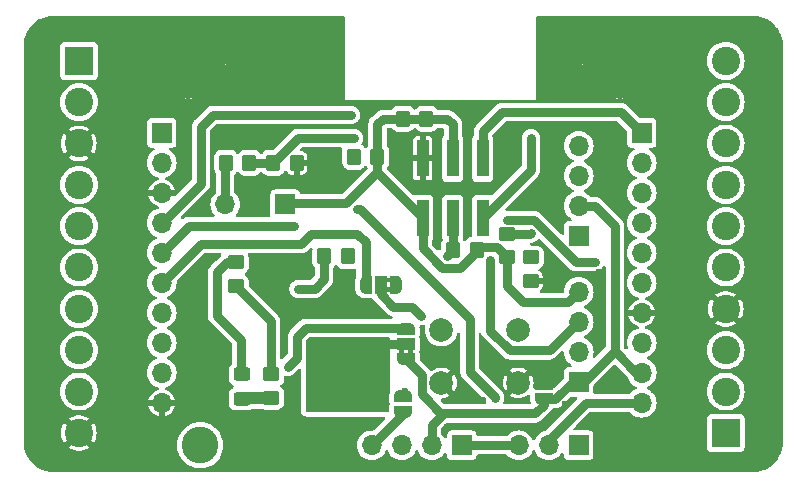
<source format=gbr>
%TF.GenerationSoftware,KiCad,Pcbnew,8.0.3*%
%TF.CreationDate,2024-08-02T22:41:38+02:00*%
%TF.ProjectId,IOT board sensor,494f5420-626f-4617-9264-2073656e736f,rev?*%
%TF.SameCoordinates,Original*%
%TF.FileFunction,Copper,L2,Bot*%
%TF.FilePolarity,Positive*%
%FSLAX46Y46*%
G04 Gerber Fmt 4.6, Leading zero omitted, Abs format (unit mm)*
G04 Created by KiCad (PCBNEW 8.0.3) date 2024-08-02 22:41:38*
%MOMM*%
%LPD*%
G01*
G04 APERTURE LIST*
G04 Aperture macros list*
%AMRoundRect*
0 Rectangle with rounded corners*
0 $1 Rounding radius*
0 $2 $3 $4 $5 $6 $7 $8 $9 X,Y pos of 4 corners*
0 Add a 4 corners polygon primitive as box body*
4,1,4,$2,$3,$4,$5,$6,$7,$8,$9,$2,$3,0*
0 Add four circle primitives for the rounded corners*
1,1,$1+$1,$2,$3*
1,1,$1+$1,$4,$5*
1,1,$1+$1,$6,$7*
1,1,$1+$1,$8,$9*
0 Add four rect primitives between the rounded corners*
20,1,$1+$1,$2,$3,$4,$5,0*
20,1,$1+$1,$4,$5,$6,$7,0*
20,1,$1+$1,$6,$7,$8,$9,0*
20,1,$1+$1,$8,$9,$2,$3,0*%
%AMFreePoly0*
4,1,19,0.500000,-0.750000,0.000000,-0.750000,0.000000,-0.744911,-0.071157,-0.744911,-0.207708,-0.704816,-0.327430,-0.627875,-0.420627,-0.520320,-0.479746,-0.390866,-0.500000,-0.250000,-0.500000,0.250000,-0.479746,0.390866,-0.420627,0.520320,-0.327430,0.627875,-0.207708,0.704816,-0.071157,0.744911,0.000000,0.744911,0.000000,0.750000,0.500000,0.750000,0.500000,-0.750000,0.500000,-0.750000,
$1*%
%AMFreePoly1*
4,1,19,0.000000,0.744911,0.071157,0.744911,0.207708,0.704816,0.327430,0.627875,0.420627,0.520320,0.479746,0.390866,0.500000,0.250000,0.500000,-0.250000,0.479746,-0.390866,0.420627,-0.520320,0.327430,-0.627875,0.207708,-0.704816,0.071157,-0.744911,0.000000,-0.744911,0.000000,-0.750000,-0.500000,-0.750000,-0.500000,0.750000,0.000000,0.750000,0.000000,0.744911,0.000000,0.744911,
$1*%
%AMFreePoly2*
4,1,19,0.550000,-0.750000,0.000000,-0.750000,0.000000,-0.744911,-0.071157,-0.744911,-0.207708,-0.704816,-0.327430,-0.627875,-0.420627,-0.520320,-0.479746,-0.390866,-0.500000,-0.250000,-0.500000,0.250000,-0.479746,0.390866,-0.420627,0.520320,-0.327430,0.627875,-0.207708,0.704816,-0.071157,0.744911,0.000000,0.744911,0.000000,0.750000,0.550000,0.750000,0.550000,-0.750000,0.550000,-0.750000,
$1*%
%AMFreePoly3*
4,1,19,0.000000,0.744911,0.071157,0.744911,0.207708,0.704816,0.327430,0.627875,0.420627,0.520320,0.479746,0.390866,0.500000,0.250000,0.500000,-0.250000,0.479746,-0.390866,0.420627,-0.520320,0.327430,-0.627875,0.207708,-0.704816,0.071157,-0.744911,0.000000,-0.744911,0.000000,-0.750000,-0.550000,-0.750000,-0.550000,0.750000,0.000000,0.750000,0.000000,0.744911,0.000000,0.744911,
$1*%
G04 Aperture macros list end*
%TA.AperFunction,EtchedComponent*%
%ADD10C,0.000000*%
%TD*%
%TA.AperFunction,ComponentPad*%
%ADD11C,0.800000*%
%TD*%
%TA.AperFunction,ComponentPad*%
%ADD12C,6.400000*%
%TD*%
%TA.AperFunction,ComponentPad*%
%ADD13R,1.700000X1.700000*%
%TD*%
%TA.AperFunction,ComponentPad*%
%ADD14O,1.700000X1.700000*%
%TD*%
%TA.AperFunction,ComponentPad*%
%ADD15R,2.400000X2.400000*%
%TD*%
%TA.AperFunction,ComponentPad*%
%ADD16C,2.400000*%
%TD*%
%TA.AperFunction,SMDPad,CuDef*%
%ADD17FreePoly0,270.000000*%
%TD*%
%TA.AperFunction,SMDPad,CuDef*%
%ADD18FreePoly1,270.000000*%
%TD*%
%TA.AperFunction,ComponentPad*%
%ADD19C,2.000000*%
%TD*%
%TA.AperFunction,SMDPad,CuDef*%
%ADD20FreePoly2,180.000000*%
%TD*%
%TA.AperFunction,SMDPad,CuDef*%
%ADD21R,1.000000X1.500000*%
%TD*%
%TA.AperFunction,SMDPad,CuDef*%
%ADD22FreePoly3,180.000000*%
%TD*%
%TA.AperFunction,SMDPad,CuDef*%
%ADD23FreePoly2,90.000000*%
%TD*%
%TA.AperFunction,SMDPad,CuDef*%
%ADD24R,1.500000X1.000000*%
%TD*%
%TA.AperFunction,SMDPad,CuDef*%
%ADD25FreePoly3,90.000000*%
%TD*%
%TA.AperFunction,SMDPad,CuDef*%
%ADD26RoundRect,0.250000X-0.450000X0.325000X-0.450000X-0.325000X0.450000X-0.325000X0.450000X0.325000X0*%
%TD*%
%TA.AperFunction,SMDPad,CuDef*%
%ADD27FreePoly0,90.000000*%
%TD*%
%TA.AperFunction,SMDPad,CuDef*%
%ADD28FreePoly1,90.000000*%
%TD*%
%TA.AperFunction,SMDPad,CuDef*%
%ADD29RoundRect,0.250000X0.350000X0.450000X-0.350000X0.450000X-0.350000X-0.450000X0.350000X-0.450000X0*%
%TD*%
%TA.AperFunction,SMDPad,CuDef*%
%ADD30RoundRect,0.250000X-0.350000X-0.450000X0.350000X-0.450000X0.350000X0.450000X-0.350000X0.450000X0*%
%TD*%
%TA.AperFunction,SMDPad,CuDef*%
%ADD31RoundRect,0.250000X0.450000X-0.350000X0.450000X0.350000X-0.450000X0.350000X-0.450000X-0.350000X0*%
%TD*%
%TA.AperFunction,SMDPad,CuDef*%
%ADD32RoundRect,0.250000X-0.450000X0.350000X-0.450000X-0.350000X0.450000X-0.350000X0.450000X0.350000X0*%
%TD*%
%TA.AperFunction,SMDPad,CuDef*%
%ADD33R,1.000000X3.150000*%
%TD*%
%TA.AperFunction,ViaPad*%
%ADD34C,0.600000*%
%TD*%
%TA.AperFunction,ViaPad*%
%ADD35C,3.100000*%
%TD*%
%TA.AperFunction,Conductor*%
%ADD36C,0.750000*%
%TD*%
%TA.AperFunction,Conductor*%
%ADD37C,1.000000*%
%TD*%
G04 APERTURE END LIST*
D10*
%TA.AperFunction,EtchedComponent*%
%TO.C,JP2*%
G36*
X161700000Y-95200000D02*
G01*
X161200000Y-95200000D01*
X161200000Y-94800000D01*
X161700000Y-94800000D01*
X161700000Y-95200000D01*
G37*
%TD.AperFunction*%
%TA.AperFunction,EtchedComponent*%
G36*
X161700000Y-96000000D02*
G01*
X161200000Y-96000000D01*
X161200000Y-95600000D01*
X161700000Y-95600000D01*
X161700000Y-96000000D01*
G37*
%TD.AperFunction*%
%TA.AperFunction,EtchedComponent*%
%TO.C,JP3*%
G36*
X162715600Y-101331600D02*
G01*
X162315600Y-101331600D01*
X162315600Y-100831600D01*
X162715600Y-100831600D01*
X162715600Y-101331600D01*
G37*
%TD.AperFunction*%
%TA.AperFunction,EtchedComponent*%
G36*
X163515600Y-101331600D02*
G01*
X163115600Y-101331600D01*
X163115600Y-100831600D01*
X163515600Y-100831600D01*
X163515600Y-101331600D01*
G37*
%TD.AperFunction*%
%TD*%
D11*
%TO.P,REF\u002A\u002A,1*%
%TO.N,N/C*%
X142100000Y-76500000D03*
X142802944Y-74802944D03*
X142802944Y-78197056D03*
X144500000Y-74100000D03*
D12*
%TO.N,GND*%
X144500000Y-76500000D03*
D11*
%TO.N,N/C*%
X144500000Y-78900000D03*
X146197056Y-74802944D03*
X146197056Y-78197056D03*
X146900000Y-76500000D03*
%TD*%
%TO.P,REF\u002A\u002A,1*%
%TO.N,N/C*%
X178600000Y-76500000D03*
X179302944Y-74802944D03*
X179302944Y-78197056D03*
X181000000Y-74100000D03*
D12*
%TO.N,GND*%
X181000000Y-76500000D03*
D11*
%TO.N,N/C*%
X181000000Y-78900000D03*
X182697056Y-74802944D03*
X182697056Y-78197056D03*
X183400000Y-76500000D03*
%TD*%
D13*
%TO.P,J1,1,Pin_1*%
%TO.N,VIN*%
X142240000Y-82550000D03*
D14*
%TO.P,J1,2,Pin_2*%
%TO.N,+3.3V*%
X142240000Y-85090000D03*
%TO.P,J1,3,Pin_3*%
%TO.N,GND*%
X142240000Y-87630000D03*
%TO.P,J1,4,Pin_4*%
%TO.N,nRST*%
X142240000Y-90170000D03*
%TO.P,J1,5,Pin_5*%
%TO.N,V Sense*%
X142240000Y-92710000D03*
%TO.P,J1,6,Pin_6*%
%TO.N,IO12*%
X142240000Y-95250000D03*
%TO.P,J1,7,Pin_7*%
%TO.N,Fet LOAD VCC*%
X142240000Y-97790000D03*
%TO.P,J1,8,Pin_8*%
%TO.N,Fet LOAD GND*%
X142240000Y-100330000D03*
%TO.P,J1,9,Pin_9*%
%TO.N,Fet GND*%
X142240000Y-102870000D03*
%TO.P,J1,10,Pin_10*%
%TO.N,GND*%
X142240000Y-105410000D03*
%TD*%
%TO.P,J3,10,Pin_10*%
%TO.N,IO14*%
X182880000Y-105410000D03*
%TO.P,J3,9,Pin_9*%
%TO.N,GND LP*%
X182880000Y-102870000D03*
%TO.P,J3,8,Pin_8*%
%TO.N,IO16*%
X182880000Y-100330000D03*
%TO.P,J3,7,Pin_7*%
%TO.N,GND*%
X182880000Y-97790000D03*
%TO.P,J3,6,Pin_6*%
%TO.N,IO13*%
X182880000Y-95250000D03*
%TO.P,J3,5,Pin_5*%
%TO.N,+3.3V*%
X182880000Y-92710000D03*
%TO.P,J3,4,Pin_4*%
%TO.N,SDA*%
X182880000Y-90170000D03*
%TO.P,J3,3,Pin_3*%
%TO.N,SCL*%
X182880000Y-87630000D03*
%TO.P,J3,2,Pin_2*%
%TO.N,TXD*%
X182880000Y-85090000D03*
D13*
%TO.P,J3,1,Pin_1*%
%TO.N,RXD*%
X182880000Y-82550000D03*
%TD*%
D15*
%TO.P,J4,1,Pin_1*%
%TO.N,IO14*%
X189992000Y-107950000D03*
D16*
%TO.P,J4,2,Pin_2*%
%TO.N,GND LP*%
X189992000Y-104450000D03*
%TO.P,J4,3,Pin_3*%
%TO.N,IO16*%
X189992000Y-100950000D03*
%TO.P,J4,4,Pin_4*%
%TO.N,GND*%
X189992000Y-97450000D03*
%TO.P,J4,5,Pin_5*%
%TO.N,IO13*%
X189992000Y-93950000D03*
%TO.P,J4,6,Pin_6*%
%TO.N,+3.3V*%
X189992000Y-90450000D03*
%TO.P,J4,7,Pin_7*%
%TO.N,SDA*%
X189992000Y-86950000D03*
%TO.P,J4,8,Pin_8*%
%TO.N,SCL*%
X189992000Y-83450000D03*
%TO.P,J4,9,Pin_9*%
%TO.N,TXD*%
X189992000Y-79950000D03*
%TO.P,J4,10,Pin_10*%
%TO.N,RXD*%
X189992000Y-76450000D03*
%TD*%
D15*
%TO.P,J2,1,Pin_1*%
%TO.N,VIN*%
X135229600Y-76450000D03*
D16*
%TO.P,J2,2,Pin_2*%
%TO.N,+3.3V*%
X135229600Y-79950000D03*
%TO.P,J2,3,Pin_3*%
%TO.N,GND*%
X135229600Y-83450000D03*
%TO.P,J2,4,Pin_4*%
%TO.N,nRST*%
X135229600Y-86950000D03*
%TO.P,J2,5,Pin_5*%
%TO.N,V Sense*%
X135229600Y-90450000D03*
%TO.P,J2,6,Pin_6*%
%TO.N,IO12*%
X135229600Y-93950000D03*
%TO.P,J2,7,Pin_7*%
%TO.N,Fet LOAD VCC*%
X135229600Y-97450000D03*
%TO.P,J2,8,Pin_8*%
%TO.N,Fet LOAD GND*%
X135229600Y-100950000D03*
%TO.P,J2,9,Pin_9*%
%TO.N,Fet GND*%
X135229600Y-104450000D03*
%TO.P,J2,10,Pin_10*%
%TO.N,GND*%
X135229600Y-107950000D03*
%TD*%
D17*
%TO.P,JP1,1,A*%
%TO.N,V Sense*%
X162661600Y-104851200D03*
D18*
%TO.P,JP1,2,B*%
%TO.N,Net-(J9-Pin_4)*%
X162661600Y-106151200D03*
%TD*%
D13*
%TO.P,J9,1,Pin_1*%
%TO.N,+3.3V*%
X167640000Y-109000000D03*
D14*
%TO.P,J9,2,Pin_2*%
%TO.N,GND LP*%
X165100000Y-109000000D03*
%TO.P,J9,3,Pin_3*%
%TO.N,Net-(J9-Pin_3)*%
X162560000Y-109000000D03*
%TO.P,J9,4,Pin_4*%
%TO.N,Net-(J9-Pin_4)*%
X160020000Y-109000000D03*
%TD*%
D19*
%TO.P,SW1,1,C*%
%TO.N,GND*%
X172414000Y-103723000D03*
X165914000Y-103723000D03*
%TO.P,SW1,2,D*%
%TO.N,Net-(SW1A-D)*%
X172414000Y-99223000D03*
X165914000Y-99223000D03*
%TD*%
D14*
%TO.P,J8,4,Pin_4*%
%TO.N,SCL*%
X177546000Y-83655000D03*
%TO.P,J8,3,Pin_3*%
%TO.N,SDA*%
X177546000Y-86195000D03*
%TO.P,J8,2,Pin_2*%
%TO.N,GND LP*%
X177546000Y-88735000D03*
D13*
%TO.P,J8,1,Pin_1*%
%TO.N,+3.3V*%
X177546000Y-91275000D03*
%TD*%
%TO.P,J7,1,Pin_1*%
%TO.N,GND LP*%
X177546000Y-109000000D03*
D14*
%TO.P,J7,2,Pin_2*%
%TO.N,IO14*%
X175006000Y-109000000D03*
%TO.P,J7,3,Pin_3*%
%TO.N,+3.3V*%
X172466000Y-109000000D03*
%TD*%
D13*
%TO.P,J6,1,Pin_1*%
%TO.N,+3.3V*%
X152692500Y-88590000D03*
D14*
%TO.P,J6,2,Pin_2*%
%TO.N,GND*%
X150152500Y-88590000D03*
%TO.P,J6,3,Pin_3*%
%TO.N,VIN*%
X147612500Y-88590000D03*
%TD*%
D13*
%TO.P,J5,1,Pin_1*%
%TO.N,GND LP*%
X177546000Y-103632000D03*
D14*
%TO.P,J5,2,Pin_2*%
%TO.N,unconnected-(J5-Pin_2-Pad2)*%
X177546000Y-101092000D03*
%TO.P,J5,3,Pin_3*%
%TO.N,IO16*%
X177546000Y-98552000D03*
%TO.P,J5,4,Pin_4*%
%TO.N,+3.3V*%
X177546000Y-96012000D03*
%TD*%
D20*
%TO.P,JP2,1,A*%
%TO.N,nRST*%
X162100000Y-95400000D03*
D21*
%TO.P,JP2,2,C*%
%TO.N,Net-(J9-Pin_3)*%
X160800000Y-95400000D03*
D22*
%TO.P,JP2,3,B*%
%TO.N,IO12*%
X159500000Y-95400000D03*
%TD*%
D23*
%TO.P,JP3,1,A*%
%TO.N,GND LP*%
X162915600Y-101731600D03*
D24*
%TO.P,JP3,2,C*%
%TO.N,Net-(JP3-C)*%
X162915600Y-100431600D03*
D25*
%TO.P,JP3,3,B*%
%TO.N,Fet LOAD GND*%
X162915600Y-99131600D03*
%TD*%
D26*
%TO.P,D1,1,K*%
%TO.N,Net-(D1-K)*%
X149000000Y-103000000D03*
%TO.P,D1,2,A*%
%TO.N,Net-(D1-A)*%
X149000000Y-105050000D03*
%TD*%
D27*
%TO.P,JP6,1,A*%
%TO.N,GND LP*%
X174600000Y-105100000D03*
D28*
%TO.P,JP6,2,B*%
%TO.N,GND*%
X174600000Y-103800000D03*
%TD*%
D29*
%TO.P,R5,1*%
%TO.N,+3.3V*%
X168894000Y-92456000D03*
%TO.P,R5,2*%
%TO.N,nRST*%
X166894000Y-92456000D03*
%TD*%
D30*
%TO.P,R8,1*%
%TO.N,Net-(R8-Pad1)*%
X156000000Y-93000000D03*
%TO.P,R8,2*%
%TO.N,IO13*%
X158000000Y-93000000D03*
%TD*%
%TO.P,R2,1*%
%TO.N,V Sense*%
X151667500Y-85090000D03*
%TO.P,R2,2*%
%TO.N,GND*%
X153667500Y-85090000D03*
%TD*%
%TO.P,R1,1*%
%TO.N,VIN*%
X147667500Y-85090000D03*
%TO.P,R1,2*%
%TO.N,V Sense*%
X149667500Y-85090000D03*
%TD*%
D31*
%TO.P,R4,1*%
%TO.N,Net-(D1-A)*%
X151500000Y-105000000D03*
%TO.P,R4,2*%
%TO.N,Net-(Q1-G)*%
X151500000Y-103000000D03*
%TD*%
D30*
%TO.P,R9,1*%
%TO.N,+3.3V*%
X162650000Y-81350000D03*
%TO.P,R9,2*%
%TO.N,GPIO0*%
X164650000Y-81350000D03*
%TD*%
D29*
%TO.P,R3,1*%
%TO.N,+3.3V*%
X160500000Y-84582000D03*
%TO.P,R3,2*%
%TO.N,Net-(U2-EN)*%
X158500000Y-84582000D03*
%TD*%
D31*
%TO.P,R6,1*%
%TO.N,Net-(Q1-G)*%
X148500000Y-95500000D03*
%TO.P,R6,2*%
%TO.N,Net-(D1-K)*%
X148500000Y-93500000D03*
%TD*%
D32*
%TO.P,R11,1*%
%TO.N,Net-(U2-GPIO15)*%
X173482000Y-93091000D03*
%TO.P,R11,2*%
%TO.N,GND*%
X173482000Y-95091000D03*
%TD*%
D33*
%TO.P,J10,6,Pin_6*%
%TO.N,GND*%
X164338000Y-84709000D03*
%TO.P,J10,5,Pin_5*%
%TO.N,+3.3V*%
X164338000Y-89759000D03*
%TO.P,J10,4,Pin_4*%
%TO.N,GPIO0*%
X166878000Y-84709000D03*
%TO.P,J10,3,Pin_3*%
%TO.N,nRST*%
X166878000Y-89759000D03*
%TO.P,J10,2,Pin_2*%
%TO.N,RXD*%
X169418000Y-84709000D03*
%TO.P,J10,1,Pin_1*%
%TO.N,TXD*%
X169418000Y-89759000D03*
%TD*%
D31*
%TO.P,R10,1*%
%TO.N,+3.3V*%
X171500000Y-93075000D03*
%TO.P,R10,2*%
%TO.N,Net-(SW1A-D)*%
X171500000Y-91075000D03*
%TD*%
D34*
%TO.N,GND*%
X174900000Y-95000000D03*
D35*
%TO.N,*%
X145500000Y-109000000D03*
D34*
%TO.N,GND*%
X165550000Y-82850000D03*
X169418000Y-105156000D03*
X131826000Y-107442000D03*
X158750000Y-97028000D03*
X166624000Y-101346000D03*
X153670000Y-104648000D03*
X149850000Y-107750000D03*
X155194000Y-110490000D03*
X170180000Y-110490000D03*
X180340000Y-106680000D03*
X180594000Y-102870000D03*
X182118000Y-108966000D03*
X193294000Y-76200000D03*
X192150000Y-81800000D03*
X192200000Y-87600000D03*
X193294000Y-95758000D03*
X193040000Y-101854000D03*
X193040000Y-107442000D03*
X157226000Y-96520000D03*
X176413409Y-105494028D03*
X169926000Y-107696000D03*
X162306000Y-84836000D03*
X179300000Y-94350000D03*
X141224000Y-109982000D03*
X137922000Y-102616000D03*
X132080000Y-101346000D03*
X137668000Y-95758000D03*
X132080000Y-94996000D03*
X137549626Y-88737433D03*
X132080000Y-89154000D03*
X137969609Y-85181585D03*
X132334000Y-82296000D03*
X155702000Y-77470000D03*
X176530000Y-73406000D03*
X187452000Y-74930000D03*
X187452000Y-97536000D03*
X181102000Y-104394000D03*
X166370000Y-107442000D03*
X169550000Y-101400000D03*
X174752000Y-102870000D03*
X153810000Y-93230000D03*
X150876000Y-95758000D03*
X154750000Y-84100000D03*
X151384000Y-86614000D03*
X150114000Y-86614000D03*
X144526000Y-83820000D03*
%TO.N,IO13*%
X171450000Y-89916000D03*
%TO.N,IO16*%
X170000000Y-93300000D03*
%TO.N,IO13*%
X178900000Y-93475000D03*
%TO.N,Fet LOAD GND*%
X152908000Y-102362000D03*
%TO.N,V Sense*%
X153416000Y-90424000D03*
%TO.N,nRST*%
X158242000Y-81026000D03*
%TO.N,+3.3V*%
X156083000Y-88519000D03*
%TO.N,nRST*%
X166878000Y-88646000D03*
%TO.N,GND*%
X173482000Y-95123000D03*
%TO.N,IO14*%
X158750000Y-89027000D03*
%TO.N,IO12*%
X158813500Y-91122500D03*
%TO.N,V Sense*%
X162814000Y-104386000D03*
X158500000Y-83000000D03*
%TO.N,Net-(U2-GPIO15)*%
X173500000Y-93000000D03*
%TO.N,Net-(U2-EN)*%
X158500000Y-84582000D03*
%TO.N,RXD*%
X173708000Y-80772000D03*
%TO.N,TXD*%
X173500000Y-83000000D03*
%TO.N,Net-(J9-Pin_3)*%
X164185600Y-98044000D03*
%TO.N,nRST*%
X166370000Y-92964000D03*
X162200000Y-94930000D03*
%TO.N,GPIO0*%
X166878000Y-84709000D03*
%TO.N,Net-(SW1A-D)*%
X173500000Y-91000000D03*
%TO.N,Net-(Q1-G)*%
X151511000Y-100584000D03*
%TO.N,Net-(D1-K)*%
X148500000Y-93500000D03*
%TO.N,Net-(R8-Pad1)*%
X153810000Y-95770000D03*
%TO.N,Net-(D1-A)*%
X151500000Y-105000000D03*
%TO.N,Net-(JP3-C)*%
X155500000Y-100500000D03*
X157000000Y-105500000D03*
X155500000Y-102500000D03*
X155500000Y-103500000D03*
X158500000Y-105500000D03*
X160000000Y-104500000D03*
X160000000Y-103500000D03*
X160000000Y-101500000D03*
X158500000Y-102500000D03*
X158500000Y-103500000D03*
X157000000Y-103500000D03*
X155500000Y-101500000D03*
X155500000Y-104500000D03*
X160000000Y-105500000D03*
X158500000Y-101500000D03*
X157000000Y-102500000D03*
X157000000Y-101500000D03*
X158500000Y-104500000D03*
X160000000Y-102500000D03*
X157000000Y-100500000D03*
X157000000Y-104500000D03*
X155500000Y-105500000D03*
X158500000Y-100500000D03*
X160000000Y-100500000D03*
%TO.N,IO14*%
X170434000Y-105029000D03*
%TO.N,IO13*%
X158000000Y-93000000D03*
%TD*%
D36*
%TO.N,GND LP*%
X180594000Y-100526000D02*
X180594000Y-90424000D01*
X180594000Y-90424000D02*
X178905000Y-88735000D01*
X178905000Y-88735000D02*
X177546000Y-88735000D01*
%TO.N,IO13*%
X178900000Y-93475000D02*
X177318502Y-93475000D01*
X177318502Y-93475000D02*
X173743502Y-89900000D01*
X173743502Y-89900000D02*
X171450000Y-89900000D01*
%TO.N,GND LP*%
X174600000Y-105100000D02*
X175570000Y-105100000D01*
X175570000Y-105100000D02*
X177050000Y-103620000D01*
X177980000Y-103620000D02*
X180594000Y-101006000D01*
X177050000Y-103620000D02*
X177980000Y-103620000D01*
X180594000Y-101006000D02*
X180594000Y-100526000D01*
X182880000Y-102870000D02*
X182420000Y-102870000D01*
X182420000Y-102870000D02*
X180594000Y-101044000D01*
X180594000Y-101044000D02*
X180594000Y-100526000D01*
%TO.N,IO14*%
X158750000Y-89027000D02*
X159027000Y-89027000D01*
X170434000Y-104934000D02*
X170434000Y-105029000D01*
X159027000Y-89027000D02*
X168300000Y-98300000D01*
X168300000Y-98300000D02*
X168300000Y-102800000D01*
X168300000Y-102800000D02*
X170434000Y-104934000D01*
%TO.N,+3.3V*%
X164338000Y-89759000D02*
X164338000Y-89738000D01*
X164338000Y-89738000D02*
X160500000Y-85900000D01*
X160500000Y-85900000D02*
X160500000Y-84582000D01*
X160500000Y-84582000D02*
X160500000Y-85850000D01*
X160500000Y-85850000D02*
X157850000Y-88500000D01*
X157850000Y-88500000D02*
X155500000Y-88500000D01*
%TO.N,Net-(SW1A-D)*%
X171500000Y-91075000D02*
X173425000Y-91075000D01*
X173425000Y-91075000D02*
X173500000Y-91000000D01*
%TO.N,IO16*%
X170053984Y-99314984D02*
X171704000Y-100965000D01*
X175075000Y-100965000D02*
X177500000Y-98540000D01*
X170000000Y-93300000D02*
X170053984Y-93353984D01*
X170053984Y-93353984D02*
X170053984Y-99314984D01*
X171704000Y-100965000D02*
X175075000Y-100965000D01*
%TO.N,GPIO0*%
X166878000Y-84709000D02*
X166878000Y-81828000D01*
X166878000Y-81828000D02*
X166400000Y-81350000D01*
X166400000Y-81350000D02*
X164950000Y-81350000D01*
%TO.N,+3.3V*%
X164000000Y-81350000D02*
X160966000Y-81350000D01*
X160966000Y-81350000D02*
X160500000Y-81816000D01*
X160500000Y-81816000D02*
X160500000Y-84582000D01*
%TO.N,Fet LOAD GND*%
X152908000Y-102362000D02*
X153670000Y-101600000D01*
X153670000Y-101600000D02*
X153670000Y-99822000D01*
X153670000Y-99822000D02*
X154432000Y-99060000D01*
X154432000Y-99060000D02*
X162844000Y-99060000D01*
X162844000Y-99060000D02*
X162915600Y-99131600D01*
%TO.N,nRST*%
X158242000Y-81026000D02*
X146558000Y-81026000D01*
X146558000Y-81026000D02*
X145542000Y-82042000D01*
X145542000Y-82042000D02*
X145542000Y-86868000D01*
X145542000Y-86868000D02*
X142240000Y-90170000D01*
%TO.N,IO14*%
X182880000Y-105410000D02*
X178155600Y-105410000D01*
X178155600Y-105410000D02*
X175006000Y-108559600D01*
X175006000Y-108559600D02*
X175006000Y-109000000D01*
%TO.N,Net-(J9-Pin_4)*%
X162306000Y-106060000D02*
X162570400Y-106060000D01*
X162570400Y-106060000D02*
X162661600Y-106151200D01*
X162661600Y-106151200D02*
X162661600Y-106358400D01*
X162661600Y-106358400D02*
X160020000Y-109000000D01*
%TO.N,GND LP*%
X162915600Y-101731600D02*
X164236400Y-103052400D01*
X164236400Y-103052400D02*
X164236400Y-104673400D01*
X164236400Y-104673400D02*
X165960000Y-106397000D01*
%TO.N,Net-(JP3-C)*%
X162915600Y-100431600D02*
X160068400Y-100431600D01*
X160068400Y-100431600D02*
X160000000Y-100500000D01*
%TO.N,Net-(J9-Pin_3)*%
X164185600Y-98044000D02*
X163423600Y-97282000D01*
X163423600Y-97282000D02*
X161861754Y-97282000D01*
X161861754Y-97282000D02*
X160800000Y-96220246D01*
X160800000Y-96220246D02*
X160800000Y-95400000D01*
%TO.N,+3.3V*%
X171500000Y-93075000D02*
X170627000Y-92202000D01*
X170627000Y-92202000D02*
X169283000Y-92202000D01*
X169283000Y-92202000D02*
X167505000Y-93980000D01*
X167505000Y-93980000D02*
X165989000Y-93980000D01*
X164338000Y-92329000D02*
X164338000Y-89759000D01*
X165989000Y-93980000D02*
X164338000Y-92329000D01*
%TO.N,nRST*%
X166370000Y-92964000D02*
X166878000Y-92456000D01*
X166878000Y-92456000D02*
X166878000Y-89759000D01*
%TO.N,IO12*%
X142240000Y-95250000D02*
X145542000Y-91948000D01*
X145542000Y-91948000D02*
X154051000Y-91948000D01*
X154051000Y-91948000D02*
X154876500Y-91122500D01*
X154876500Y-91122500D02*
X158813500Y-91122500D01*
%TO.N,V Sense*%
X144526000Y-90424000D02*
X142240000Y-92710000D01*
X153416000Y-90424000D02*
X144526000Y-90424000D01*
%TO.N,IO13*%
X182880000Y-95250000D02*
X182756000Y-95250000D01*
%TO.N,IO12*%
X159500000Y-95400000D02*
X159500000Y-91809000D01*
X159500000Y-91809000D02*
X158813500Y-91122500D01*
%TO.N,GND LP*%
X165960000Y-106397000D02*
X165100000Y-107257000D01*
X165100000Y-107257000D02*
X165100000Y-109000000D01*
%TO.N,+3.3V*%
X156083000Y-88519000D02*
X152763500Y-88519000D01*
X152763500Y-88519000D02*
X152692500Y-88590000D01*
%TO.N,Net-(Q1-G)*%
X151511000Y-100584000D02*
X151511000Y-98511000D01*
X151511000Y-98511000D02*
X148500000Y-95500000D01*
%TO.N,V Sense*%
X158500000Y-83000000D02*
X153757500Y-83000000D01*
X153757500Y-83000000D02*
X151667500Y-85090000D01*
%TO.N,+3.3V*%
X177500000Y-96000000D02*
X176650000Y-96850000D01*
X176650000Y-96850000D02*
X172796000Y-96850000D01*
X172796000Y-96850000D02*
X171500000Y-95554000D01*
X171500000Y-95554000D02*
X171500000Y-93075000D01*
%TO.N,GND LP*%
X165960000Y-106397000D02*
X166058000Y-106299000D01*
X166058000Y-106299000D02*
X173863000Y-106299000D01*
X173863000Y-106299000D02*
X174600000Y-105562000D01*
X174600000Y-105562000D02*
X174600000Y-105100000D01*
%TO.N,Net-(R8-Pad1)*%
X153810000Y-95770000D02*
X155182000Y-95770000D01*
X155182000Y-95770000D02*
X156000000Y-94952000D01*
X156000000Y-94952000D02*
X156000000Y-93000000D01*
%TO.N,Net-(D1-K)*%
X148500000Y-93500000D02*
X147800000Y-93500000D01*
X147800000Y-93500000D02*
X146939000Y-94361000D01*
X148971000Y-102971000D02*
X149000000Y-103000000D01*
X146939000Y-94361000D02*
X146939000Y-98044000D01*
X146939000Y-98044000D02*
X148971000Y-100076000D01*
X148971000Y-100076000D02*
X148971000Y-102971000D01*
%TO.N,Net-(Q1-G)*%
X151511000Y-100584000D02*
X151511000Y-102989000D01*
X151511000Y-102989000D02*
X151500000Y-103000000D01*
%TO.N,V Sense*%
X149667500Y-85090000D02*
X151667500Y-85090000D01*
%TO.N,VIN*%
X147612500Y-88590000D02*
X147612500Y-85145000D01*
X147612500Y-85145000D02*
X147667500Y-85090000D01*
%TO.N,TXD*%
X173500000Y-83000000D02*
X173500000Y-85677000D01*
X173500000Y-85677000D02*
X169418000Y-89759000D01*
%TO.N,+3.3V*%
X168500000Y-109000000D02*
X172880000Y-109000000D01*
D37*
%TO.N,Net-(D1-A)*%
X151500000Y-105000000D02*
X149050000Y-105000000D01*
X149050000Y-105000000D02*
X149000000Y-105050000D01*
D36*
%TO.N,RXD*%
X171069000Y-80772000D02*
X169418000Y-82423000D01*
X173708000Y-80772000D02*
X171069000Y-80772000D01*
X169418000Y-82423000D02*
X169418000Y-84709000D01*
X173708000Y-80772000D02*
X181102000Y-80772000D01*
X181102000Y-80772000D02*
X182880000Y-82550000D01*
%TD*%
%TA.AperFunction,Conductor*%
%TO.N,GND*%
G36*
X177354054Y-104902184D02*
G01*
X177399809Y-104954988D01*
X177409753Y-105024146D01*
X177380728Y-105087702D01*
X177374696Y-105094180D01*
X174698221Y-107770655D01*
X174642636Y-107802748D01*
X174576670Y-107820424D01*
X174378361Y-107912898D01*
X174378357Y-107912900D01*
X174199121Y-108038402D01*
X174044402Y-108193121D01*
X173918900Y-108372357D01*
X173918898Y-108372361D01*
X173848382Y-108523583D01*
X173802209Y-108576022D01*
X173735016Y-108595174D01*
X173668135Y-108574958D01*
X173623618Y-108523583D01*
X173584044Y-108438717D01*
X173553102Y-108372362D01*
X173553100Y-108372359D01*
X173553099Y-108372357D01*
X173427599Y-108193124D01*
X173352950Y-108118475D01*
X173272877Y-108038402D01*
X173093639Y-107912898D01*
X173093640Y-107912898D01*
X173093638Y-107912897D01*
X172994484Y-107866661D01*
X172895330Y-107820425D01*
X172895326Y-107820424D01*
X172895322Y-107820422D01*
X172683977Y-107763793D01*
X172466002Y-107744723D01*
X172465998Y-107744723D01*
X172320682Y-107757436D01*
X172248023Y-107763793D01*
X172248020Y-107763793D01*
X172036677Y-107820422D01*
X172036670Y-107820424D01*
X172036670Y-107820425D01*
X172033391Y-107821954D01*
X171838361Y-107912898D01*
X171838357Y-107912900D01*
X171659121Y-108038402D01*
X171509343Y-108188181D01*
X171448020Y-108221666D01*
X171421662Y-108224500D01*
X169013197Y-108224500D01*
X168946158Y-108204815D01*
X168900403Y-108152011D01*
X168890723Y-108119897D01*
X168890498Y-108118475D01*
X168875646Y-108024696D01*
X168818050Y-107911658D01*
X168818046Y-107911654D01*
X168818045Y-107911652D01*
X168728347Y-107821954D01*
X168728344Y-107821952D01*
X168728342Y-107821950D01*
X168651517Y-107782805D01*
X168615301Y-107764352D01*
X168521524Y-107749500D01*
X166758482Y-107749500D01*
X166677519Y-107762323D01*
X166664696Y-107764354D01*
X166551658Y-107821950D01*
X166551657Y-107821951D01*
X166551652Y-107821954D01*
X166461954Y-107911652D01*
X166461951Y-107911657D01*
X166461950Y-107911658D01*
X166446089Y-107942787D01*
X166404352Y-108024698D01*
X166389500Y-108118475D01*
X166389500Y-108268138D01*
X166369815Y-108335177D01*
X166317011Y-108380932D01*
X166247853Y-108390876D01*
X166184297Y-108361851D01*
X166163925Y-108339261D01*
X166061597Y-108193121D01*
X165911819Y-108043343D01*
X165878334Y-107982020D01*
X165875500Y-107955662D01*
X165875500Y-107629584D01*
X165895185Y-107562545D01*
X165911819Y-107541903D01*
X166342903Y-107110819D01*
X166404226Y-107077334D01*
X166430584Y-107074500D01*
X173939381Y-107074500D01*
X173939382Y-107074499D01*
X174089205Y-107044698D01*
X174230337Y-106986239D01*
X174357352Y-106901370D01*
X175202370Y-106056353D01*
X175286388Y-105930609D01*
X175340001Y-105885804D01*
X175389491Y-105875500D01*
X175646381Y-105875500D01*
X175646382Y-105875499D01*
X175796205Y-105845698D01*
X175937337Y-105787239D01*
X176064352Y-105702370D01*
X176847903Y-104918817D01*
X176909226Y-104885333D01*
X176935584Y-104882499D01*
X177287015Y-104882499D01*
X177354054Y-104902184D01*
G37*
%TD.AperFunction*%
%TA.AperFunction,Conductor*%
G36*
X164464874Y-98799211D02*
G01*
X164520051Y-98842074D01*
X164543296Y-98907963D01*
X164539680Y-98945041D01*
X164527866Y-98991690D01*
X164527864Y-98991702D01*
X164508700Y-99222993D01*
X164508700Y-99223006D01*
X164527864Y-99454297D01*
X164527866Y-99454308D01*
X164584842Y-99679300D01*
X164678075Y-99891848D01*
X164805016Y-100086147D01*
X164805019Y-100086151D01*
X164805021Y-100086153D01*
X164962216Y-100256913D01*
X164962219Y-100256915D01*
X164962222Y-100256918D01*
X165145365Y-100399464D01*
X165145371Y-100399468D01*
X165145374Y-100399470D01*
X165349497Y-100509936D01*
X165463487Y-100549068D01*
X165569015Y-100585297D01*
X165569017Y-100585297D01*
X165569019Y-100585298D01*
X165797951Y-100623500D01*
X165797952Y-100623500D01*
X166030048Y-100623500D01*
X166030049Y-100623500D01*
X166258981Y-100585298D01*
X166478503Y-100509936D01*
X166682626Y-100399470D01*
X166685515Y-100397222D01*
X166829538Y-100285124D01*
X166865784Y-100256913D01*
X167022979Y-100086153D01*
X167149924Y-99891849D01*
X167243157Y-99679300D01*
X167280294Y-99532651D01*
X167315834Y-99472495D01*
X167378254Y-99441103D01*
X167447738Y-99448441D01*
X167502223Y-99492180D01*
X167524412Y-99558433D01*
X167524500Y-99563091D01*
X167524500Y-102876384D01*
X167554300Y-103026197D01*
X167554302Y-103026205D01*
X167612759Y-103167334D01*
X167612764Y-103167343D01*
X167697629Y-103294351D01*
X167697632Y-103294355D01*
X169691945Y-105288667D01*
X169718825Y-105328895D01*
X169728415Y-105352047D01*
X169735884Y-105421516D01*
X169704609Y-105483995D01*
X169644521Y-105519648D01*
X169613854Y-105523500D01*
X166234585Y-105523500D01*
X166167546Y-105503815D01*
X166146904Y-105487181D01*
X165893928Y-105234205D01*
X165860443Y-105172882D01*
X165865427Y-105103190D01*
X165907299Y-105047257D01*
X165970802Y-105022996D01*
X166140599Y-105008141D01*
X166140610Y-105008139D01*
X166360317Y-104949269D01*
X166360331Y-104949264D01*
X166566478Y-104853136D01*
X166639471Y-104802024D01*
X166084234Y-104246787D01*
X166126292Y-104235518D01*
X166251708Y-104163110D01*
X166354110Y-104060708D01*
X166426518Y-103935292D01*
X166437787Y-103893234D01*
X166993024Y-104448471D01*
X167044136Y-104375478D01*
X167140264Y-104169331D01*
X167140269Y-104169317D01*
X167199139Y-103949610D01*
X167199141Y-103949599D01*
X167218966Y-103723002D01*
X167218966Y-103722997D01*
X167199141Y-103496400D01*
X167199139Y-103496389D01*
X167140269Y-103276682D01*
X167140264Y-103276668D01*
X167044136Y-103070521D01*
X167044132Y-103070513D01*
X166993025Y-102997526D01*
X166437787Y-103552764D01*
X166426518Y-103510708D01*
X166354110Y-103385292D01*
X166251708Y-103282890D01*
X166126292Y-103210482D01*
X166084234Y-103199212D01*
X166639472Y-102643974D01*
X166566478Y-102592863D01*
X166360331Y-102496735D01*
X166360317Y-102496730D01*
X166140610Y-102437860D01*
X166140599Y-102437858D01*
X165914002Y-102418034D01*
X165913998Y-102418034D01*
X165687400Y-102437858D01*
X165687389Y-102437860D01*
X165467682Y-102496730D01*
X165467673Y-102496734D01*
X165261516Y-102592866D01*
X165261512Y-102592868D01*
X165093180Y-102710736D01*
X165026974Y-102733063D01*
X164959207Y-102716053D01*
X164918955Y-102678052D01*
X164838770Y-102558046D01*
X164107419Y-101826695D01*
X164073934Y-101765372D01*
X164071100Y-101739014D01*
X164071100Y-101181601D01*
X164071100Y-101181600D01*
X164054369Y-101075970D01*
X164054369Y-101037181D01*
X164066100Y-100963119D01*
X164066099Y-99900082D01*
X164066099Y-99900078D01*
X164059895Y-99860915D01*
X164054369Y-99826019D01*
X164054369Y-99787228D01*
X164071100Y-99681600D01*
X164071100Y-99059711D01*
X164056929Y-98961146D01*
X164066873Y-98891988D01*
X164112628Y-98839184D01*
X164179667Y-98819500D01*
X164261981Y-98819500D01*
X164261981Y-98819499D01*
X164395284Y-98792984D01*
X164464874Y-98799211D01*
G37*
%TD.AperFunction*%
%TA.AperFunction,Conductor*%
G36*
X169280703Y-99508870D02*
G01*
X169314061Y-99555131D01*
X169366741Y-99682314D01*
X169366748Y-99682327D01*
X169451613Y-99809335D01*
X169451616Y-99809339D01*
X171101630Y-101459352D01*
X171163600Y-101521322D01*
X171209649Y-101567371D01*
X171336656Y-101652235D01*
X171336665Y-101652240D01*
X171368636Y-101665482D01*
X171477795Y-101710698D01*
X171620149Y-101739014D01*
X171627615Y-101740499D01*
X171627619Y-101740500D01*
X171627620Y-101740500D01*
X175151381Y-101740500D01*
X175151382Y-101740499D01*
X175301205Y-101710698D01*
X175442337Y-101652239D01*
X175569352Y-101567370D01*
X176082899Y-101053821D01*
X176144222Y-101020337D01*
X176213913Y-101025321D01*
X176269847Y-101067192D01*
X176294108Y-101130696D01*
X176309793Y-101309975D01*
X176309793Y-101309979D01*
X176366422Y-101521322D01*
X176366424Y-101521326D01*
X176366425Y-101521330D01*
X176401366Y-101596262D01*
X176458897Y-101719638D01*
X176473504Y-101740499D01*
X176584402Y-101898877D01*
X176739123Y-102053598D01*
X176885263Y-102155926D01*
X176928887Y-102210502D01*
X176936079Y-102280001D01*
X176904557Y-102342355D01*
X176844327Y-102377769D01*
X176814139Y-102381500D01*
X176664482Y-102381500D01*
X176583519Y-102394323D01*
X176570696Y-102396354D01*
X176457658Y-102453950D01*
X176457657Y-102453951D01*
X176457652Y-102453954D01*
X176367954Y-102543652D01*
X176367951Y-102543657D01*
X176367950Y-102543658D01*
X176356937Y-102565273D01*
X176310352Y-102656698D01*
X176295500Y-102750475D01*
X176295500Y-103226414D01*
X176275815Y-103293453D01*
X176259181Y-103314095D01*
X175415095Y-104158181D01*
X175353772Y-104191666D01*
X175327414Y-104194500D01*
X174923637Y-104194500D01*
X174912133Y-104193677D01*
X174912125Y-104193801D01*
X174907710Y-104193485D01*
X174907709Y-104193485D01*
X174792292Y-104193485D01*
X174792288Y-104193485D01*
X174787879Y-104193801D01*
X174787870Y-104193677D01*
X174776366Y-104194500D01*
X174423634Y-104194500D01*
X174412129Y-104193677D01*
X174412121Y-104193801D01*
X174407711Y-104193485D01*
X174407708Y-104193485D01*
X174292291Y-104193485D01*
X174292289Y-104193485D01*
X174287875Y-104193801D01*
X174287866Y-104193677D01*
X174276363Y-104194500D01*
X173850000Y-104194500D01*
X173812516Y-104200436D01*
X173743224Y-104191481D01*
X173689773Y-104146484D01*
X173669134Y-104079732D01*
X173673346Y-104045869D01*
X173699140Y-103949606D01*
X173699141Y-103949599D01*
X173718966Y-103723002D01*
X173718966Y-103722997D01*
X173699141Y-103496400D01*
X173699139Y-103496389D01*
X173640269Y-103276682D01*
X173640264Y-103276668D01*
X173544136Y-103070521D01*
X173544132Y-103070513D01*
X173493025Y-102997526D01*
X172937787Y-103552764D01*
X172926518Y-103510708D01*
X172854110Y-103385292D01*
X172751708Y-103282890D01*
X172626292Y-103210482D01*
X172584234Y-103199212D01*
X173139472Y-102643974D01*
X173066478Y-102592863D01*
X172860331Y-102496735D01*
X172860317Y-102496730D01*
X172640610Y-102437860D01*
X172640599Y-102437858D01*
X172414002Y-102418034D01*
X172413998Y-102418034D01*
X172187400Y-102437858D01*
X172187389Y-102437860D01*
X171967682Y-102496730D01*
X171967673Y-102496734D01*
X171761516Y-102592866D01*
X171761512Y-102592868D01*
X171688526Y-102643973D01*
X171688526Y-102643974D01*
X172243765Y-103199212D01*
X172201708Y-103210482D01*
X172076292Y-103282890D01*
X171973890Y-103385292D01*
X171901482Y-103510708D01*
X171890212Y-103552764D01*
X171334974Y-102997526D01*
X171334973Y-102997526D01*
X171283868Y-103070512D01*
X171283866Y-103070516D01*
X171187734Y-103276673D01*
X171187730Y-103276682D01*
X171128860Y-103496389D01*
X171128858Y-103496400D01*
X171109034Y-103722997D01*
X171109034Y-103723002D01*
X171128858Y-103949599D01*
X171128860Y-103949610D01*
X171187730Y-104169317D01*
X171187735Y-104169331D01*
X171269631Y-104344958D01*
X171279742Y-104411529D01*
X171332656Y-104448269D01*
X171334974Y-104448472D01*
X171890212Y-103893234D01*
X171901482Y-103935292D01*
X171973890Y-104060708D01*
X172076292Y-104163110D01*
X172201708Y-104235518D01*
X172243765Y-104246787D01*
X171688526Y-104802025D01*
X171761513Y-104853132D01*
X171761521Y-104853136D01*
X171967668Y-104949264D01*
X171967682Y-104949269D01*
X172187389Y-105008139D01*
X172187400Y-105008141D01*
X172413998Y-105027966D01*
X172414002Y-105027966D01*
X172640599Y-105008141D01*
X172640610Y-105008139D01*
X172860317Y-104949269D01*
X172860326Y-104949265D01*
X173066483Y-104853133D01*
X173066489Y-104853129D01*
X173249376Y-104725070D01*
X173315582Y-104702742D01*
X173383349Y-104719752D01*
X173431163Y-104770699D01*
X173444500Y-104826644D01*
X173444500Y-105171889D01*
X173460923Y-105286123D01*
X173460926Y-105286135D01*
X173483955Y-105364565D01*
X173483955Y-105434435D01*
X173446181Y-105493213D01*
X173382625Y-105522238D01*
X173364978Y-105523500D01*
X171254146Y-105523500D01*
X171187107Y-105503815D01*
X171141352Y-105451011D01*
X171131408Y-105381853D01*
X171139585Y-105352048D01*
X171179696Y-105255209D01*
X171179698Y-105255205D01*
X171209500Y-105105380D01*
X171209500Y-104857620D01*
X171179698Y-104707795D01*
X171125106Y-104576000D01*
X171118391Y-104513537D01*
X171064183Y-104479305D01*
X171054146Y-104466252D01*
X171053044Y-104464603D01*
X171036370Y-104439648D01*
X170928352Y-104331630D01*
X169111819Y-102515097D01*
X169078334Y-102453774D01*
X169075500Y-102427416D01*
X169075500Y-99602583D01*
X169095185Y-99535544D01*
X169147989Y-99489789D01*
X169217147Y-99479845D01*
X169280703Y-99508870D01*
G37*
%TD.AperFunction*%
%TA.AperFunction,Conductor*%
G36*
X180618333Y-102180901D02*
G01*
X180662680Y-102209402D01*
X181657829Y-103204551D01*
X181689922Y-103260136D01*
X181700424Y-103299328D01*
X181700424Y-103299329D01*
X181792897Y-103497638D01*
X181802049Y-103510708D01*
X181918402Y-103676877D01*
X182073123Y-103831598D01*
X182241646Y-103949599D01*
X182252361Y-103957102D01*
X182403583Y-104027618D01*
X182456022Y-104073790D01*
X182475174Y-104140984D01*
X182454958Y-104207865D01*
X182403583Y-104252382D01*
X182252361Y-104322898D01*
X182252357Y-104322900D01*
X182073121Y-104448402D01*
X181923343Y-104598181D01*
X181862020Y-104631666D01*
X181835662Y-104634500D01*
X178920500Y-104634500D01*
X178853461Y-104614815D01*
X178807706Y-104562011D01*
X178796500Y-104510500D01*
X178796500Y-104235518D01*
X178796499Y-103951582D01*
X178816183Y-103884544D01*
X178832813Y-103863907D01*
X180487322Y-102209399D01*
X180548641Y-102175917D01*
X180618333Y-102180901D01*
G37*
%TD.AperFunction*%
%TA.AperFunction,Conductor*%
G36*
X154936927Y-92261308D02*
G01*
X154992861Y-92303179D01*
X155017278Y-92368644D01*
X155012671Y-92412083D01*
X155002402Y-92447429D01*
X155002401Y-92447432D01*
X154999500Y-92484298D01*
X154999500Y-93515701D01*
X155002401Y-93552567D01*
X155002402Y-93552573D01*
X155048254Y-93710393D01*
X155048255Y-93710396D01*
X155126594Y-93842862D01*
X155131919Y-93851865D01*
X155188182Y-93908128D01*
X155221666Y-93969449D01*
X155224500Y-93995808D01*
X155224500Y-94579416D01*
X155204815Y-94646455D01*
X155188181Y-94667097D01*
X154897097Y-94958181D01*
X154835774Y-94991666D01*
X154809416Y-94994500D01*
X153733615Y-94994500D01*
X153583802Y-95024300D01*
X153583794Y-95024302D01*
X153442665Y-95082759D01*
X153442656Y-95082764D01*
X153315648Y-95167629D01*
X153315644Y-95167632D01*
X153207632Y-95275644D01*
X153207629Y-95275648D01*
X153122764Y-95402656D01*
X153122759Y-95402665D01*
X153064302Y-95543794D01*
X153064300Y-95543802D01*
X153034500Y-95693615D01*
X153034500Y-95846384D01*
X153064300Y-95996197D01*
X153064302Y-95996205D01*
X153122759Y-96137334D01*
X153122764Y-96137343D01*
X153207629Y-96264351D01*
X153207632Y-96264355D01*
X153315644Y-96372367D01*
X153315648Y-96372370D01*
X153442656Y-96457235D01*
X153442662Y-96457238D01*
X153442663Y-96457239D01*
X153583795Y-96515698D01*
X153733615Y-96545499D01*
X153733619Y-96545500D01*
X153733620Y-96545500D01*
X155258381Y-96545500D01*
X155258382Y-96545499D01*
X155408205Y-96515698D01*
X155549337Y-96457239D01*
X155676352Y-96372370D01*
X156602370Y-95446352D01*
X156687239Y-95319337D01*
X156745698Y-95178205D01*
X156775500Y-95028380D01*
X156775500Y-94875620D01*
X156775500Y-93995808D01*
X156795185Y-93928769D01*
X156811814Y-93908131D01*
X156868081Y-93851865D01*
X156893268Y-93809276D01*
X156944337Y-93761593D01*
X157013078Y-93749089D01*
X157077668Y-93775734D01*
X157106732Y-93809276D01*
X157131917Y-93851862D01*
X157131923Y-93851870D01*
X157248129Y-93968076D01*
X157248133Y-93968079D01*
X157248135Y-93968081D01*
X157389602Y-94051744D01*
X157414474Y-94058970D01*
X157547426Y-94097597D01*
X157547429Y-94097597D01*
X157547431Y-94097598D01*
X157584306Y-94100500D01*
X157584314Y-94100500D01*
X158415686Y-94100500D01*
X158415694Y-94100500D01*
X158452569Y-94097598D01*
X158452571Y-94097597D01*
X158452573Y-94097597D01*
X158565905Y-94064671D01*
X158635774Y-94064870D01*
X158694444Y-94102812D01*
X158723288Y-94166450D01*
X158724500Y-94183747D01*
X158724500Y-94643552D01*
X158706826Y-94703757D01*
X158708312Y-94704569D01*
X158706183Y-94708465D01*
X158646469Y-94839221D01*
X158646464Y-94839235D01*
X158613947Y-94949974D01*
X158613945Y-94949980D01*
X158593485Y-95092291D01*
X158593485Y-95207706D01*
X158593801Y-95212124D01*
X158593677Y-95212132D01*
X158594500Y-95223636D01*
X158594500Y-95576365D01*
X158593677Y-95587870D01*
X158593801Y-95587879D01*
X158593485Y-95592296D01*
X158593485Y-95707708D01*
X158613945Y-95850019D01*
X158613947Y-95850025D01*
X158646464Y-95960764D01*
X158646469Y-95960778D01*
X158706186Y-96091540D01*
X158706195Y-96091556D01*
X158768587Y-96188639D01*
X158768598Y-96188655D01*
X158862742Y-96297303D01*
X158862745Y-96297306D01*
X158949965Y-96372884D01*
X158949973Y-96372890D01*
X159070921Y-96450619D01*
X159070927Y-96450622D01*
X159175914Y-96498568D01*
X159313869Y-96539075D01*
X159428111Y-96555500D01*
X159428114Y-96555500D01*
X160025045Y-96555500D01*
X160092084Y-96575185D01*
X160128147Y-96610610D01*
X160197626Y-96714593D01*
X160197632Y-96714601D01*
X161367398Y-97884367D01*
X161367402Y-97884370D01*
X161494410Y-97969235D01*
X161494416Y-97969238D01*
X161494417Y-97969239D01*
X161635549Y-98027698D01*
X161658420Y-98032247D01*
X161691777Y-98038883D01*
X161753688Y-98071268D01*
X161788262Y-98131984D01*
X161784523Y-98201753D01*
X161743656Y-98258425D01*
X161678638Y-98284006D01*
X161667586Y-98284500D01*
X154355615Y-98284500D01*
X154205802Y-98314300D01*
X154205794Y-98314302D01*
X154064665Y-98372759D01*
X154064656Y-98372764D01*
X153937648Y-98457629D01*
X153937644Y-98457632D01*
X153365795Y-99029483D01*
X153175648Y-99219630D01*
X153121638Y-99273640D01*
X153067628Y-99327649D01*
X152982764Y-99454656D01*
X152982759Y-99454665D01*
X152924302Y-99595794D01*
X152924300Y-99595802D01*
X152894500Y-99745615D01*
X152894500Y-101227416D01*
X152874815Y-101294455D01*
X152858181Y-101315097D01*
X152498181Y-101675097D01*
X152436858Y-101708582D01*
X152367166Y-101703598D01*
X152311233Y-101661726D01*
X152286816Y-101596262D01*
X152286500Y-101587416D01*
X152286500Y-98434619D01*
X152286499Y-98434615D01*
X152256699Y-98284802D01*
X152256698Y-98284795D01*
X152198239Y-98143663D01*
X152198238Y-98143660D01*
X152113373Y-98016651D01*
X152113367Y-98016643D01*
X149636819Y-95540095D01*
X149603334Y-95478772D01*
X149600500Y-95452414D01*
X149600500Y-95084313D01*
X149600499Y-95084298D01*
X149600378Y-95082764D01*
X149597598Y-95047431D01*
X149592064Y-95028384D01*
X149556467Y-94905858D01*
X149551744Y-94889602D01*
X149468081Y-94748135D01*
X149468079Y-94748133D01*
X149468076Y-94748129D01*
X149351870Y-94631923D01*
X149351862Y-94631917D01*
X149309276Y-94606732D01*
X149261593Y-94555663D01*
X149249089Y-94486922D01*
X149275734Y-94422332D01*
X149309276Y-94393268D01*
X149311425Y-94391996D01*
X149351865Y-94368081D01*
X149468081Y-94251865D01*
X149551744Y-94110398D01*
X149597598Y-93952569D01*
X149600500Y-93915694D01*
X149600500Y-93084306D01*
X149597598Y-93047431D01*
X149585661Y-93006343D01*
X149549568Y-92882110D01*
X149552341Y-92881304D01*
X149546886Y-92823997D01*
X149578920Y-92761904D01*
X149639439Y-92726987D01*
X149668638Y-92723500D01*
X154127381Y-92723500D01*
X154127382Y-92723499D01*
X154277205Y-92693698D01*
X154418337Y-92635239D01*
X154545352Y-92550370D01*
X154805913Y-92289808D01*
X154867236Y-92256324D01*
X154936927Y-92261308D01*
G37*
%TD.AperFunction*%
%TA.AperFunction,Conductor*%
G36*
X174215084Y-91484151D02*
G01*
X174259432Y-91512652D01*
X176824145Y-94077367D01*
X176824149Y-94077370D01*
X176910092Y-94134795D01*
X176951164Y-94162238D01*
X176951167Y-94162240D01*
X176961331Y-94166450D01*
X177092297Y-94220698D01*
X177211958Y-94244500D01*
X177242117Y-94250499D01*
X177242121Y-94250500D01*
X177242122Y-94250500D01*
X178976381Y-94250500D01*
X178976382Y-94250499D01*
X179126205Y-94220698D01*
X179267337Y-94162239D01*
X179394352Y-94077370D01*
X179502370Y-93969352D01*
X179548959Y-93899627D01*
X179590624Y-93837272D01*
X179592650Y-93838626D01*
X179634075Y-93796433D01*
X179702208Y-93780954D01*
X179767894Y-93804768D01*
X179810278Y-93860314D01*
X179818500Y-93904714D01*
X179818500Y-100633415D01*
X179798815Y-100700454D01*
X179782181Y-100721096D01*
X178958967Y-101544309D01*
X178897644Y-101577794D01*
X178827952Y-101572810D01*
X178772019Y-101530938D01*
X178747602Y-101465474D01*
X178751511Y-101424534D01*
X178782207Y-101309977D01*
X178801277Y-101092000D01*
X178782207Y-100874023D01*
X178731499Y-100684777D01*
X178725577Y-100662677D01*
X178725576Y-100662676D01*
X178725575Y-100662670D01*
X178633102Y-100464362D01*
X178633100Y-100464359D01*
X178633099Y-100464357D01*
X178507599Y-100285124D01*
X178443615Y-100221140D01*
X178352877Y-100130402D01*
X178173639Y-100004898D01*
X178022414Y-99934381D01*
X177969977Y-99888210D01*
X177950825Y-99821016D01*
X177971041Y-99754135D01*
X178022414Y-99709618D01*
X178173639Y-99639102D01*
X178352877Y-99513598D01*
X178507598Y-99358877D01*
X178633102Y-99179639D01*
X178725575Y-98981330D01*
X178782207Y-98769977D01*
X178801277Y-98552000D01*
X178800268Y-98540472D01*
X178794747Y-98477359D01*
X178782207Y-98334023D01*
X178725575Y-98122670D01*
X178633102Y-97924362D01*
X178633100Y-97924359D01*
X178633099Y-97924357D01*
X178507599Y-97745124D01*
X178433891Y-97671416D01*
X178352877Y-97590402D01*
X178173639Y-97464898D01*
X178022414Y-97394381D01*
X177969977Y-97348210D01*
X177950825Y-97281016D01*
X177971041Y-97214135D01*
X178022414Y-97169618D01*
X178173639Y-97099102D01*
X178352877Y-96973598D01*
X178507598Y-96818877D01*
X178633102Y-96639639D01*
X178725575Y-96441330D01*
X178782207Y-96229977D01*
X178801277Y-96012000D01*
X178799894Y-95996197D01*
X178796795Y-95960767D01*
X178782207Y-95794023D01*
X178726968Y-95587870D01*
X178725577Y-95582677D01*
X178725576Y-95582676D01*
X178725575Y-95582670D01*
X178633102Y-95384362D01*
X178633100Y-95384359D01*
X178633099Y-95384357D01*
X178507599Y-95205124D01*
X178464277Y-95161802D01*
X178352877Y-95050402D01*
X178173639Y-94924898D01*
X178173640Y-94924898D01*
X178173638Y-94924897D01*
X178017750Y-94852206D01*
X177975330Y-94832425D01*
X177975326Y-94832424D01*
X177975322Y-94832422D01*
X177763977Y-94775793D01*
X177546002Y-94756723D01*
X177545998Y-94756723D01*
X177400682Y-94769436D01*
X177328023Y-94775793D01*
X177328020Y-94775793D01*
X177116677Y-94832422D01*
X177116670Y-94832424D01*
X177116670Y-94832425D01*
X177102096Y-94839221D01*
X176918361Y-94924898D01*
X176918357Y-94924900D01*
X176739121Y-95050402D01*
X176584402Y-95205121D01*
X176458900Y-95384357D01*
X176458898Y-95384361D01*
X176366426Y-95582668D01*
X176366422Y-95582677D01*
X176309793Y-95794020D01*
X176309793Y-95794023D01*
X176295205Y-95960767D01*
X176295158Y-95961307D01*
X176269706Y-96026376D01*
X176213115Y-96067355D01*
X176171630Y-96074500D01*
X174375582Y-96074500D01*
X174308543Y-96054815D01*
X174262788Y-96002011D01*
X174252844Y-95932853D01*
X174281869Y-95869297D01*
X174300656Y-95851697D01*
X174324562Y-95833567D01*
X174415920Y-95713095D01*
X174471386Y-95572443D01*
X174482000Y-95484053D01*
X174482000Y-95341000D01*
X173356000Y-95341000D01*
X173288961Y-95321315D01*
X173243206Y-95268511D01*
X173232000Y-95217000D01*
X173232000Y-94965000D01*
X173251685Y-94897961D01*
X173304489Y-94852206D01*
X173356000Y-94841000D01*
X174482000Y-94841000D01*
X174482000Y-94697946D01*
X174471386Y-94609556D01*
X174415920Y-94468904D01*
X174324564Y-94348435D01*
X174204090Y-94257075D01*
X174199719Y-94254618D01*
X174150932Y-94204603D01*
X174136929Y-94136150D01*
X174162158Y-94070995D01*
X174197374Y-94039801D01*
X174333859Y-93959085D01*
X174333863Y-93959082D01*
X174333865Y-93959081D01*
X174450081Y-93842865D01*
X174533744Y-93701398D01*
X174579598Y-93543569D01*
X174582500Y-93506694D01*
X174582500Y-92675306D01*
X174579598Y-92638431D01*
X174578669Y-92635235D01*
X174533745Y-92480606D01*
X174533744Y-92480603D01*
X174533744Y-92480602D01*
X174450081Y-92339135D01*
X174450079Y-92339133D01*
X174450076Y-92339129D01*
X174333870Y-92222923D01*
X174333862Y-92222917D01*
X174255681Y-92176681D01*
X174192398Y-92139256D01*
X174192397Y-92139255D01*
X174192396Y-92139255D01*
X174192393Y-92139254D01*
X174034573Y-92093402D01*
X174034567Y-92093401D01*
X173997701Y-92090500D01*
X173997694Y-92090500D01*
X173553812Y-92090500D01*
X173486773Y-92070815D01*
X173441018Y-92018011D01*
X173431074Y-91948853D01*
X173460099Y-91885297D01*
X173518877Y-91847523D01*
X173529621Y-91844883D01*
X173583817Y-91834102D01*
X173651205Y-91820698D01*
X173792337Y-91762239D01*
X173919352Y-91677370D01*
X174084073Y-91512649D01*
X174145393Y-91479167D01*
X174215084Y-91484151D01*
G37*
%TD.AperFunction*%
%TA.AperFunction,Conductor*%
G36*
X157478062Y-83795185D02*
G01*
X157523817Y-83847989D01*
X157533761Y-83917147D01*
X157530099Y-83934095D01*
X157502402Y-84029426D01*
X157502401Y-84029432D01*
X157499500Y-84066298D01*
X157499500Y-85097701D01*
X157502401Y-85134567D01*
X157502402Y-85134573D01*
X157548254Y-85292393D01*
X157548255Y-85292396D01*
X157548256Y-85292398D01*
X157557468Y-85307975D01*
X157631917Y-85433862D01*
X157631923Y-85433870D01*
X157748129Y-85550076D01*
X157748133Y-85550079D01*
X157748135Y-85550081D01*
X157889602Y-85633744D01*
X157912144Y-85640293D01*
X158047426Y-85679597D01*
X158047429Y-85679597D01*
X158047431Y-85679598D01*
X158084306Y-85682500D01*
X158084314Y-85682500D01*
X158915686Y-85682500D01*
X158915694Y-85682500D01*
X158952569Y-85679598D01*
X158952571Y-85679597D01*
X158952573Y-85679597D01*
X158994191Y-85667505D01*
X159110398Y-85633744D01*
X159251865Y-85550081D01*
X159368081Y-85433865D01*
X159393268Y-85391276D01*
X159444337Y-85343593D01*
X159513078Y-85331089D01*
X159577668Y-85357734D01*
X159606732Y-85391276D01*
X159631917Y-85433862D01*
X159631923Y-85433870D01*
X159637984Y-85439931D01*
X159671469Y-85501254D01*
X159666485Y-85570946D01*
X159637984Y-85615293D01*
X157565097Y-87688181D01*
X157503774Y-87721666D01*
X157477416Y-87724500D01*
X155423619Y-87724500D01*
X155376715Y-87733829D01*
X155340079Y-87741117D01*
X155315889Y-87743500D01*
X154054452Y-87743500D01*
X153987413Y-87723815D01*
X153941658Y-87671011D01*
X153931978Y-87638895D01*
X153930569Y-87630000D01*
X153928146Y-87614696D01*
X153870550Y-87501658D01*
X153870546Y-87501654D01*
X153870545Y-87501652D01*
X153780847Y-87411954D01*
X153780844Y-87411952D01*
X153780842Y-87411950D01*
X153683503Y-87362353D01*
X153667801Y-87354352D01*
X153574024Y-87339500D01*
X151810982Y-87339500D01*
X151730019Y-87352323D01*
X151717196Y-87354354D01*
X151604158Y-87411950D01*
X151604157Y-87411951D01*
X151604152Y-87411954D01*
X151514454Y-87501652D01*
X151514451Y-87501657D01*
X151514450Y-87501658D01*
X151498549Y-87532865D01*
X151456852Y-87614698D01*
X151442000Y-87708475D01*
X151442000Y-89471518D01*
X151447320Y-89505104D01*
X151438364Y-89574397D01*
X151393367Y-89627848D01*
X151326615Y-89648487D01*
X151324846Y-89648500D01*
X148621837Y-89648500D01*
X148554798Y-89628815D01*
X148509043Y-89576011D01*
X148499099Y-89506853D01*
X148528124Y-89443297D01*
X148534156Y-89436819D01*
X148552475Y-89418500D01*
X148574098Y-89396877D01*
X148699602Y-89217639D01*
X148792075Y-89019330D01*
X148848707Y-88807977D01*
X148867777Y-88590000D01*
X148848707Y-88372023D01*
X148792075Y-88160670D01*
X148699602Y-87962362D01*
X148699600Y-87962359D01*
X148699599Y-87962357D01*
X148574097Y-87783121D01*
X148424319Y-87633343D01*
X148390834Y-87572020D01*
X148388000Y-87545662D01*
X148388000Y-86140809D01*
X148407685Y-86073770D01*
X148424319Y-86053128D01*
X148535576Y-85941870D01*
X148535581Y-85941865D01*
X148560768Y-85899276D01*
X148611837Y-85851593D01*
X148680578Y-85839089D01*
X148745168Y-85865734D01*
X148774232Y-85899276D01*
X148799417Y-85941862D01*
X148799423Y-85941870D01*
X148915629Y-86058076D01*
X148915633Y-86058079D01*
X148915635Y-86058081D01*
X149057102Y-86141744D01*
X149098724Y-86153836D01*
X149214926Y-86187597D01*
X149214929Y-86187597D01*
X149214931Y-86187598D01*
X149251806Y-86190500D01*
X149251814Y-86190500D01*
X150083186Y-86190500D01*
X150083194Y-86190500D01*
X150120069Y-86187598D01*
X150120071Y-86187597D01*
X150120073Y-86187597D01*
X150175977Y-86171355D01*
X150277898Y-86141744D01*
X150419365Y-86058081D01*
X150535581Y-85941865D01*
X150541082Y-85932564D01*
X150544741Y-85926378D01*
X150595811Y-85878695D01*
X150651472Y-85865500D01*
X150683528Y-85865500D01*
X150750567Y-85885185D01*
X150790259Y-85926378D01*
X150799414Y-85941859D01*
X150799423Y-85941870D01*
X150915629Y-86058076D01*
X150915633Y-86058079D01*
X150915635Y-86058081D01*
X151057102Y-86141744D01*
X151098724Y-86153836D01*
X151214926Y-86187597D01*
X151214929Y-86187597D01*
X151214931Y-86187598D01*
X151251806Y-86190500D01*
X151251814Y-86190500D01*
X152083186Y-86190500D01*
X152083194Y-86190500D01*
X152120069Y-86187598D01*
X152120071Y-86187597D01*
X152120073Y-86187597D01*
X152175977Y-86171355D01*
X152277898Y-86141744D01*
X152419365Y-86058081D01*
X152535581Y-85941865D01*
X152558445Y-85903205D01*
X152616301Y-85805374D01*
X152667369Y-85757690D01*
X152736111Y-85745186D01*
X152800701Y-85771831D01*
X152831118Y-85807719D01*
X152833575Y-85812090D01*
X152924935Y-85932564D01*
X153045404Y-86023920D01*
X153186056Y-86079386D01*
X153274446Y-86090000D01*
X153417500Y-86090000D01*
X153917500Y-86090000D01*
X154060554Y-86090000D01*
X154148943Y-86079386D01*
X154289595Y-86023920D01*
X154410064Y-85932564D01*
X154501420Y-85812095D01*
X154556886Y-85671443D01*
X154567500Y-85583053D01*
X154567500Y-85340000D01*
X153917500Y-85340000D01*
X153917500Y-86090000D01*
X153417500Y-86090000D01*
X153417500Y-84964000D01*
X153437185Y-84896961D01*
X153489989Y-84851206D01*
X153541500Y-84840000D01*
X154567500Y-84840000D01*
X154567500Y-84596946D01*
X154556886Y-84508556D01*
X154501420Y-84367904D01*
X154410064Y-84247435D01*
X154289595Y-84156079D01*
X154148943Y-84100613D01*
X154060544Y-84089998D01*
X154056855Y-84089778D01*
X154056958Y-84088054D01*
X153996546Y-84070315D01*
X153950791Y-84017511D01*
X153940847Y-83948353D01*
X153969872Y-83884797D01*
X153975904Y-83878319D01*
X154042404Y-83811819D01*
X154103727Y-83778334D01*
X154130085Y-83775500D01*
X157411023Y-83775500D01*
X157478062Y-83795185D01*
G37*
%TD.AperFunction*%
%TA.AperFunction,Conductor*%
G36*
X157673039Y-72656185D02*
G01*
X157718794Y-72708989D01*
X157730000Y-72760500D01*
X157730000Y-79730000D01*
X173970000Y-79730000D01*
X173970000Y-78197052D01*
X178497379Y-78197052D01*
X178497379Y-78197059D01*
X178517574Y-78376305D01*
X178517575Y-78376310D01*
X178577155Y-78546579D01*
X178628952Y-78629013D01*
X178673128Y-78699318D01*
X178800682Y-78826872D01*
X178953422Y-78922845D01*
X179123689Y-78982424D01*
X179123694Y-78982425D01*
X179302940Y-79002621D01*
X179302944Y-79002621D01*
X179302948Y-79002621D01*
X179482193Y-78982425D01*
X179482196Y-78982424D01*
X179482199Y-78982424D01*
X179652466Y-78922845D01*
X179805206Y-78826872D01*
X179932760Y-78699318D01*
X180000279Y-78591861D01*
X180034101Y-78561946D01*
X180182471Y-78561946D01*
X180185515Y-78563299D01*
X180223887Y-78621688D01*
X180224599Y-78691554D01*
X180222314Y-78698788D01*
X180214633Y-78720739D01*
X180214630Y-78720750D01*
X180194435Y-78899996D01*
X180194435Y-78900003D01*
X180214630Y-79079249D01*
X180214631Y-79079254D01*
X180274211Y-79249523D01*
X180370184Y-79402262D01*
X180497738Y-79529816D01*
X180650478Y-79625789D01*
X180820745Y-79685368D01*
X180820750Y-79685369D01*
X180999996Y-79705565D01*
X181000000Y-79705565D01*
X181000004Y-79705565D01*
X181179249Y-79685369D01*
X181179252Y-79685368D01*
X181179255Y-79685368D01*
X181349522Y-79625789D01*
X181502262Y-79529816D01*
X181629816Y-79402262D01*
X181725789Y-79249522D01*
X181785368Y-79079255D01*
X181793583Y-79006343D01*
X181805565Y-78900003D01*
X181805565Y-78899996D01*
X181785369Y-78720750D01*
X181785368Y-78720748D01*
X181785368Y-78720745D01*
X181777685Y-78698790D01*
X181774123Y-78629013D01*
X181808851Y-78568385D01*
X181823695Y-78560667D01*
X181756633Y-78554494D01*
X181733448Y-78536388D01*
X181873358Y-78536388D01*
X181940419Y-78542560D01*
X181995488Y-78585563D01*
X181999720Y-78591862D01*
X182067238Y-78699316D01*
X182067240Y-78699318D01*
X182194794Y-78826872D01*
X182347534Y-78922845D01*
X182517801Y-78982424D01*
X182517806Y-78982425D01*
X182697052Y-79002621D01*
X182697056Y-79002621D01*
X182697060Y-79002621D01*
X182876305Y-78982425D01*
X182876308Y-78982424D01*
X182876311Y-78982424D01*
X183046578Y-78922845D01*
X183199318Y-78826872D01*
X183326872Y-78699318D01*
X183422845Y-78546578D01*
X183482424Y-78376311D01*
X183482425Y-78376305D01*
X183502621Y-78197059D01*
X183502621Y-78197052D01*
X183482425Y-78017806D01*
X183482424Y-78017801D01*
X183422845Y-77847534D01*
X183326872Y-77694794D01*
X183199318Y-77567240D01*
X183199316Y-77567238D01*
X183091862Y-77499720D01*
X183045572Y-77447386D01*
X183035108Y-77379527D01*
X183033756Y-77382571D01*
X182975366Y-77420943D01*
X182905500Y-77421655D01*
X182898266Y-77419370D01*
X182876313Y-77411688D01*
X182876305Y-77411686D01*
X182697060Y-77391491D01*
X182697052Y-77391491D01*
X182517806Y-77411686D01*
X182517801Y-77411687D01*
X182347532Y-77471267D01*
X182194793Y-77567240D01*
X182067240Y-77694793D01*
X181971267Y-77847532D01*
X181911687Y-78017801D01*
X181911686Y-78017806D01*
X181891491Y-78197052D01*
X181891491Y-78197059D01*
X181911686Y-78376305D01*
X181911688Y-78376313D01*
X181919370Y-78398266D01*
X181922931Y-78468044D01*
X181888202Y-78528672D01*
X181873358Y-78536388D01*
X181733448Y-78536388D01*
X181701566Y-78511490D01*
X181697334Y-78505192D01*
X181645768Y-78423126D01*
X181629816Y-78397738D01*
X181502262Y-78270184D01*
X181349523Y-78174211D01*
X181179254Y-78114631D01*
X181179249Y-78114630D01*
X181000004Y-78094435D01*
X180999996Y-78094435D01*
X180820750Y-78114630D01*
X180820745Y-78114631D01*
X180650476Y-78174211D01*
X180497737Y-78270184D01*
X180370184Y-78397737D01*
X180370182Y-78397740D01*
X180302664Y-78505193D01*
X180250329Y-78551484D01*
X180182471Y-78561946D01*
X180034101Y-78561946D01*
X180052613Y-78545572D01*
X180120470Y-78535108D01*
X180117427Y-78533756D01*
X180079056Y-78475365D01*
X180078344Y-78405499D01*
X180080631Y-78398262D01*
X180088310Y-78376316D01*
X180088311Y-78376313D01*
X180088312Y-78376311D01*
X180088313Y-78376305D01*
X180108509Y-78197059D01*
X180108509Y-78197052D01*
X180088313Y-78017806D01*
X180088312Y-78017801D01*
X180028733Y-77847534D01*
X179932760Y-77694794D01*
X179805206Y-77567240D01*
X179697749Y-77499720D01*
X179652467Y-77471267D01*
X179482198Y-77411687D01*
X179482193Y-77411686D01*
X179302948Y-77391491D01*
X179302940Y-77391491D01*
X179123694Y-77411686D01*
X179123683Y-77411689D01*
X179101732Y-77419370D01*
X179031953Y-77422931D01*
X178971326Y-77388201D01*
X178963610Y-77373358D01*
X178957439Y-77440418D01*
X178914437Y-77495487D01*
X178908137Y-77499720D01*
X178800684Y-77567238D01*
X178800681Y-77567240D01*
X178673128Y-77694793D01*
X178577155Y-77847532D01*
X178517575Y-78017801D01*
X178517574Y-78017806D01*
X178497379Y-78197052D01*
X173970000Y-78197052D01*
X173970000Y-76499996D01*
X177794435Y-76499996D01*
X177794435Y-76500003D01*
X177814630Y-76679249D01*
X177814631Y-76679254D01*
X177874211Y-76849523D01*
X177934901Y-76946110D01*
X177970184Y-77002262D01*
X178097738Y-77129816D01*
X178250478Y-77225789D01*
X178388609Y-77274123D01*
X178420745Y-77285368D01*
X178420750Y-77285369D01*
X178599996Y-77305565D01*
X178600000Y-77305565D01*
X178600004Y-77305565D01*
X178779249Y-77285369D01*
X178779251Y-77285368D01*
X178779255Y-77285368D01*
X178801206Y-77277686D01*
X178870985Y-77274123D01*
X178931613Y-77308850D01*
X178939331Y-77323696D01*
X178945506Y-77256632D01*
X178988510Y-77201565D01*
X178994795Y-77197342D01*
X179102262Y-77129816D01*
X179229816Y-77002262D01*
X179325789Y-76849522D01*
X179385368Y-76679255D01*
X179405565Y-76500000D01*
X179405565Y-76499996D01*
X182594435Y-76499996D01*
X182594435Y-76500003D01*
X182614630Y-76679249D01*
X182614631Y-76679254D01*
X182674211Y-76849523D01*
X182734901Y-76946110D01*
X182770184Y-77002262D01*
X182897738Y-77129816D01*
X182975789Y-77178859D01*
X183005192Y-77197334D01*
X183051483Y-77249669D01*
X183061946Y-77317527D01*
X183063299Y-77314484D01*
X183121689Y-77276112D01*
X183191555Y-77275400D01*
X183198782Y-77277683D01*
X183220745Y-77285368D01*
X183220748Y-77285368D01*
X183220750Y-77285369D01*
X183399996Y-77305565D01*
X183400000Y-77305565D01*
X183400004Y-77305565D01*
X183579249Y-77285369D01*
X183579252Y-77285368D01*
X183579255Y-77285368D01*
X183749522Y-77225789D01*
X183902262Y-77129816D01*
X184029816Y-77002262D01*
X184125789Y-76849522D01*
X184185368Y-76679255D01*
X184205565Y-76500000D01*
X184199931Y-76450000D01*
X188386551Y-76450000D01*
X188406317Y-76701151D01*
X188465126Y-76946110D01*
X188561533Y-77178859D01*
X188693160Y-77393653D01*
X188693161Y-77393656D01*
X188733100Y-77440418D01*
X188856776Y-77585224D01*
X188969521Y-77681517D01*
X189048343Y-77748838D01*
X189048346Y-77748839D01*
X189263140Y-77880466D01*
X189282155Y-77888342D01*
X189495889Y-77976873D01*
X189740852Y-78035683D01*
X189992000Y-78055449D01*
X190243148Y-78035683D01*
X190488111Y-77976873D01*
X190720859Y-77880466D01*
X190935659Y-77748836D01*
X191127224Y-77585224D01*
X191290836Y-77393659D01*
X191422466Y-77178859D01*
X191518873Y-76946111D01*
X191577683Y-76701148D01*
X191597449Y-76450000D01*
X191577683Y-76198852D01*
X191518873Y-75953889D01*
X191422466Y-75721140D01*
X191290839Y-75506346D01*
X191290838Y-75506343D01*
X191227991Y-75432759D01*
X191127224Y-75314776D01*
X190937185Y-75152467D01*
X190935656Y-75151161D01*
X190935653Y-75151160D01*
X190720859Y-75019533D01*
X190488110Y-74923126D01*
X190243151Y-74864317D01*
X189992000Y-74844551D01*
X189740848Y-74864317D01*
X189495889Y-74923126D01*
X189263140Y-75019533D01*
X189048346Y-75151160D01*
X189048343Y-75151161D01*
X188856776Y-75314776D01*
X188693161Y-75506343D01*
X188693160Y-75506346D01*
X188561533Y-75721140D01*
X188465126Y-75953889D01*
X188406317Y-76198848D01*
X188386551Y-76450000D01*
X184199931Y-76450000D01*
X184185369Y-76320750D01*
X184185368Y-76320745D01*
X184125788Y-76150476D01*
X184029815Y-75997737D01*
X183902262Y-75870184D01*
X183749523Y-75774211D01*
X183579254Y-75714631D01*
X183579249Y-75714630D01*
X183400004Y-75694435D01*
X183399996Y-75694435D01*
X183220750Y-75714630D01*
X183220739Y-75714633D01*
X183198788Y-75722314D01*
X183129009Y-75725875D01*
X183068382Y-75691145D01*
X183060666Y-75676302D01*
X183054495Y-75743362D01*
X183011493Y-75798431D01*
X183005193Y-75802664D01*
X182897740Y-75870182D01*
X182897737Y-75870184D01*
X182770184Y-75997737D01*
X182674211Y-76150476D01*
X182614631Y-76320745D01*
X182614630Y-76320750D01*
X182594435Y-76499996D01*
X179405565Y-76499996D01*
X179399931Y-76450000D01*
X179385369Y-76320750D01*
X179385368Y-76320745D01*
X179325788Y-76150476D01*
X179229815Y-75997737D01*
X179102260Y-75870182D01*
X178994806Y-75802664D01*
X178948516Y-75750330D01*
X178938052Y-75682471D01*
X178936700Y-75685515D01*
X178878310Y-75723887D01*
X178808444Y-75724599D01*
X178801210Y-75722314D01*
X178779257Y-75714632D01*
X178779249Y-75714630D01*
X178600004Y-75694435D01*
X178599996Y-75694435D01*
X178420750Y-75714630D01*
X178420745Y-75714631D01*
X178250476Y-75774211D01*
X178097737Y-75870184D01*
X177970184Y-75997737D01*
X177874211Y-76150476D01*
X177814631Y-76320745D01*
X177814630Y-76320750D01*
X177794435Y-76499996D01*
X173970000Y-76499996D01*
X173970000Y-74802940D01*
X178497379Y-74802940D01*
X178497379Y-74802947D01*
X178517574Y-74982193D01*
X178517575Y-74982198D01*
X178577155Y-75152467D01*
X178673128Y-75305206D01*
X178800682Y-75432760D01*
X178883848Y-75485016D01*
X178908136Y-75500278D01*
X178954427Y-75552613D01*
X178964890Y-75620471D01*
X178966243Y-75617428D01*
X179024633Y-75579056D01*
X179094499Y-75578344D01*
X179101726Y-75580627D01*
X179123689Y-75588312D01*
X179123692Y-75588312D01*
X179123694Y-75588313D01*
X179302940Y-75608509D01*
X179302944Y-75608509D01*
X179302948Y-75608509D01*
X179482193Y-75588313D01*
X179482196Y-75588312D01*
X179482199Y-75588312D01*
X179652466Y-75528733D01*
X179805206Y-75432760D01*
X179932760Y-75305206D01*
X180028733Y-75152466D01*
X180088312Y-74982199D01*
X180095100Y-74921954D01*
X180108509Y-74802947D01*
X180108509Y-74802940D01*
X180088313Y-74623694D01*
X180088312Y-74623692D01*
X180088312Y-74623689D01*
X180080629Y-74601734D01*
X180077067Y-74531957D01*
X180111795Y-74471329D01*
X180126639Y-74463611D01*
X180059577Y-74457438D01*
X180036392Y-74439332D01*
X180176302Y-74439332D01*
X180243363Y-74445504D01*
X180298432Y-74488507D01*
X180302664Y-74494806D01*
X180370182Y-74602260D01*
X180370184Y-74602262D01*
X180497738Y-74729816D01*
X180650478Y-74825789D01*
X180820745Y-74885368D01*
X180820750Y-74885369D01*
X180999996Y-74905565D01*
X181000000Y-74905565D01*
X181000004Y-74905565D01*
X181179249Y-74885369D01*
X181179252Y-74885368D01*
X181179255Y-74885368D01*
X181349522Y-74825789D01*
X181502262Y-74729816D01*
X181629816Y-74602262D01*
X181697335Y-74494805D01*
X181731157Y-74464890D01*
X181879527Y-74464890D01*
X181882571Y-74466243D01*
X181920943Y-74524632D01*
X181921655Y-74594498D01*
X181919370Y-74601732D01*
X181911689Y-74623683D01*
X181911686Y-74623694D01*
X181891491Y-74802940D01*
X181891491Y-74802947D01*
X181911686Y-74982193D01*
X181911687Y-74982198D01*
X181971267Y-75152467D01*
X182067240Y-75305206D01*
X182194794Y-75432760D01*
X182285136Y-75489526D01*
X182311900Y-75506343D01*
X182347534Y-75528733D01*
X182485665Y-75577067D01*
X182517801Y-75588312D01*
X182517806Y-75588313D01*
X182697052Y-75608509D01*
X182697056Y-75608509D01*
X182697060Y-75608509D01*
X182876305Y-75588313D01*
X182876307Y-75588312D01*
X182876311Y-75588312D01*
X182898262Y-75580630D01*
X182968041Y-75577067D01*
X183028669Y-75611794D01*
X183036387Y-75626640D01*
X183042562Y-75559576D01*
X183085566Y-75504509D01*
X183091851Y-75500286D01*
X183199318Y-75432760D01*
X183326872Y-75305206D01*
X183422845Y-75152466D01*
X183482424Y-74982199D01*
X183489212Y-74921954D01*
X183502621Y-74802947D01*
X183502621Y-74802940D01*
X183482425Y-74623694D01*
X183482424Y-74623689D01*
X183454960Y-74545201D01*
X183422845Y-74453422D01*
X183420394Y-74449522D01*
X183371048Y-74370988D01*
X183326872Y-74300682D01*
X183199318Y-74173128D01*
X183046579Y-74077155D01*
X182876310Y-74017575D01*
X182876305Y-74017574D01*
X182697060Y-73997379D01*
X182697052Y-73997379D01*
X182517806Y-74017574D01*
X182517801Y-74017575D01*
X182347532Y-74077155D01*
X182194793Y-74173128D01*
X182067240Y-74300681D01*
X182067238Y-74300684D01*
X181999720Y-74408137D01*
X181947385Y-74454428D01*
X181879527Y-74464890D01*
X181731157Y-74464890D01*
X181749669Y-74448516D01*
X181817526Y-74438052D01*
X181814483Y-74436700D01*
X181776112Y-74378309D01*
X181775400Y-74308443D01*
X181777687Y-74301206D01*
X181785366Y-74279260D01*
X181785367Y-74279257D01*
X181785368Y-74279255D01*
X181785369Y-74279249D01*
X181805565Y-74100003D01*
X181805565Y-74099996D01*
X181785369Y-73920750D01*
X181785368Y-73920745D01*
X181725788Y-73750476D01*
X181629815Y-73597737D01*
X181502262Y-73470184D01*
X181349523Y-73374211D01*
X181179254Y-73314631D01*
X181179249Y-73314630D01*
X181000004Y-73294435D01*
X180999996Y-73294435D01*
X180820750Y-73314630D01*
X180820745Y-73314631D01*
X180650476Y-73374211D01*
X180497737Y-73470184D01*
X180370184Y-73597737D01*
X180274211Y-73750476D01*
X180214631Y-73920745D01*
X180214630Y-73920750D01*
X180194435Y-74099996D01*
X180194435Y-74100003D01*
X180214630Y-74279249D01*
X180214632Y-74279257D01*
X180222314Y-74301210D01*
X180225875Y-74370988D01*
X180191146Y-74431616D01*
X180176302Y-74439332D01*
X180036392Y-74439332D01*
X180004510Y-74414434D01*
X180000278Y-74408136D01*
X179976936Y-74370988D01*
X179932760Y-74300682D01*
X179805206Y-74173128D01*
X179652467Y-74077155D01*
X179482198Y-74017575D01*
X179482193Y-74017574D01*
X179302948Y-73997379D01*
X179302940Y-73997379D01*
X179123694Y-74017574D01*
X179123689Y-74017575D01*
X178953420Y-74077155D01*
X178800681Y-74173128D01*
X178673128Y-74300681D01*
X178577155Y-74453420D01*
X178517575Y-74623689D01*
X178517574Y-74623694D01*
X178497379Y-74802940D01*
X173970000Y-74802940D01*
X173970000Y-72760500D01*
X173989685Y-72693461D01*
X174042489Y-72647706D01*
X174094000Y-72636500D01*
X192260108Y-72636500D01*
X192322249Y-72636500D01*
X192329736Y-72636726D01*
X192619796Y-72654271D01*
X192634657Y-72656075D01*
X192838662Y-72693461D01*
X192916798Y-72707780D01*
X192931335Y-72711363D01*
X193205172Y-72796695D01*
X193219163Y-72802000D01*
X193480743Y-72919727D01*
X193493989Y-72926680D01*
X193739465Y-73075075D01*
X193751776Y-73083573D01*
X193977573Y-73260473D01*
X193988781Y-73270403D01*
X194191596Y-73473218D01*
X194201526Y-73484426D01*
X194321481Y-73637538D01*
X194378422Y-73710217D01*
X194386928Y-73722540D01*
X194535316Y-73968004D01*
X194542275Y-73981263D01*
X194659997Y-74242831D01*
X194665306Y-74256832D01*
X194750635Y-74530663D01*
X194754219Y-74545201D01*
X194805923Y-74827340D01*
X194807728Y-74842205D01*
X194825274Y-75132263D01*
X194825500Y-75139750D01*
X194825500Y-108756249D01*
X194825274Y-108763736D01*
X194807728Y-109053794D01*
X194805923Y-109068659D01*
X194754219Y-109350798D01*
X194750635Y-109365336D01*
X194665306Y-109639167D01*
X194659997Y-109653168D01*
X194542275Y-109914736D01*
X194535316Y-109927995D01*
X194386928Y-110173459D01*
X194378422Y-110185782D01*
X194201526Y-110411573D01*
X194191596Y-110422781D01*
X193988781Y-110625596D01*
X193977573Y-110635526D01*
X193751782Y-110812422D01*
X193739459Y-110820928D01*
X193493995Y-110969316D01*
X193480736Y-110976275D01*
X193219168Y-111093997D01*
X193205167Y-111099306D01*
X192931336Y-111184635D01*
X192916798Y-111188219D01*
X192634659Y-111239923D01*
X192619794Y-111241728D01*
X192329736Y-111259274D01*
X192322249Y-111259500D01*
X133051751Y-111259500D01*
X133044264Y-111259274D01*
X132754205Y-111241728D01*
X132739340Y-111239923D01*
X132457201Y-111188219D01*
X132442663Y-111184635D01*
X132168832Y-111099306D01*
X132154831Y-111093997D01*
X131893263Y-110976275D01*
X131880004Y-110969316D01*
X131857120Y-110955482D01*
X131634537Y-110820926D01*
X131622217Y-110812422D01*
X131579258Y-110778766D01*
X131408590Y-110645056D01*
X131396426Y-110635526D01*
X131385218Y-110625596D01*
X131182403Y-110422781D01*
X131172473Y-110411573D01*
X131069831Y-110280560D01*
X130995573Y-110185776D01*
X130987075Y-110173465D01*
X130838680Y-109927989D01*
X130831727Y-109914743D01*
X130714000Y-109653163D01*
X130708693Y-109639167D01*
X130705100Y-109627638D01*
X130623363Y-109365335D01*
X130619780Y-109350798D01*
X130568076Y-109068659D01*
X130566271Y-109053794D01*
X130548726Y-108763736D01*
X130548500Y-108756249D01*
X130548500Y-107949994D01*
X133724459Y-107949994D01*
X133724459Y-107950005D01*
X133744985Y-108197729D01*
X133744987Y-108197738D01*
X133806012Y-108438717D01*
X133905866Y-108666364D01*
X134006164Y-108819882D01*
X134664987Y-108161059D01*
X134670489Y-108181591D01*
X134749481Y-108318408D01*
X134861192Y-108430119D01*
X134998009Y-108509111D01*
X135018540Y-108514612D01*
X134359542Y-109173609D01*
X134406368Y-109210055D01*
X134406370Y-109210056D01*
X134624985Y-109328364D01*
X134624996Y-109328369D01*
X134860106Y-109409083D01*
X135105307Y-109450000D01*
X135353893Y-109450000D01*
X135599093Y-109409083D01*
X135834203Y-109328369D01*
X135834214Y-109328364D01*
X136052828Y-109210057D01*
X136052831Y-109210055D01*
X136099656Y-109173609D01*
X135926045Y-108999998D01*
X143544518Y-108999998D01*
X143544518Y-109000001D01*
X143564422Y-109278299D01*
X143623637Y-109550500D01*
X143623729Y-109550923D01*
X143664688Y-109660738D01*
X143721231Y-109812338D01*
X143721233Y-109812342D01*
X143854940Y-110057207D01*
X143854945Y-110057215D01*
X144022138Y-110280560D01*
X144022154Y-110280578D01*
X144219421Y-110477845D01*
X144219439Y-110477861D01*
X144442784Y-110645054D01*
X144442792Y-110645059D01*
X144687657Y-110778766D01*
X144687661Y-110778768D01*
X144687663Y-110778769D01*
X144949077Y-110876271D01*
X145085391Y-110905924D01*
X145221700Y-110935577D01*
X145221702Y-110935577D01*
X145221706Y-110935578D01*
X145469014Y-110953265D01*
X145499999Y-110955482D01*
X145500000Y-110955482D01*
X145500001Y-110955482D01*
X145527881Y-110953487D01*
X145778294Y-110935578D01*
X146050923Y-110876271D01*
X146312337Y-110778769D01*
X146557213Y-110645056D01*
X146780568Y-110477855D01*
X146977855Y-110280568D01*
X147145056Y-110057213D01*
X147278769Y-109812337D01*
X147376271Y-109550923D01*
X147435578Y-109278294D01*
X147455482Y-109000000D01*
X147435578Y-108721706D01*
X147429574Y-108694108D01*
X147402722Y-108570668D01*
X147376271Y-108449077D01*
X147278769Y-108187663D01*
X147275453Y-108181591D01*
X147145059Y-107942792D01*
X147145054Y-107942784D01*
X146977861Y-107719439D01*
X146977845Y-107719421D01*
X146780578Y-107522154D01*
X146780560Y-107522138D01*
X146557215Y-107354945D01*
X146557207Y-107354940D01*
X146312342Y-107221233D01*
X146312338Y-107221231D01*
X146203441Y-107180615D01*
X146050923Y-107123729D01*
X146050919Y-107123728D01*
X146050916Y-107123727D01*
X145778299Y-107064422D01*
X145500001Y-107044518D01*
X145499999Y-107044518D01*
X145221700Y-107064422D01*
X144949083Y-107123727D01*
X144949078Y-107123728D01*
X144949077Y-107123729D01*
X144885875Y-107147301D01*
X144687661Y-107221231D01*
X144687657Y-107221233D01*
X144442792Y-107354940D01*
X144442784Y-107354945D01*
X144219439Y-107522138D01*
X144219421Y-107522154D01*
X144022154Y-107719421D01*
X144022138Y-107719439D01*
X143854945Y-107942784D01*
X143854940Y-107942792D01*
X143721233Y-108187657D01*
X143721231Y-108187661D01*
X143623727Y-108449083D01*
X143564422Y-108721700D01*
X143544518Y-108999998D01*
X135926045Y-108999998D01*
X135440659Y-108514612D01*
X135461191Y-108509111D01*
X135598008Y-108430119D01*
X135709719Y-108318408D01*
X135788711Y-108181591D01*
X135794212Y-108161060D01*
X136453034Y-108819882D01*
X136553331Y-108666369D01*
X136653187Y-108438717D01*
X136714212Y-108197738D01*
X136714214Y-108197729D01*
X136734741Y-107950005D01*
X136734741Y-107949994D01*
X136714214Y-107702270D01*
X136714212Y-107702261D01*
X136653187Y-107461282D01*
X136553331Y-107233630D01*
X136453034Y-107080116D01*
X135794212Y-107738939D01*
X135788711Y-107718409D01*
X135709719Y-107581592D01*
X135598008Y-107469881D01*
X135461191Y-107390889D01*
X135440660Y-107385387D01*
X136099657Y-106726390D01*
X136099656Y-106726389D01*
X136052829Y-106689943D01*
X135834214Y-106571635D01*
X135834203Y-106571630D01*
X135599093Y-106490916D01*
X135353893Y-106450000D01*
X135105307Y-106450000D01*
X134860106Y-106490916D01*
X134624996Y-106571630D01*
X134624990Y-106571632D01*
X134406361Y-106689949D01*
X134359542Y-106726388D01*
X134359542Y-106726390D01*
X135018540Y-107385387D01*
X134998009Y-107390889D01*
X134861192Y-107469881D01*
X134749481Y-107581592D01*
X134670489Y-107718409D01*
X134664987Y-107738939D01*
X134006164Y-107080116D01*
X133905867Y-107233632D01*
X133806012Y-107461282D01*
X133744987Y-107702261D01*
X133744985Y-107702270D01*
X133724459Y-107949994D01*
X130548500Y-107949994D01*
X130548500Y-104450000D01*
X133624151Y-104450000D01*
X133643917Y-104701151D01*
X133702726Y-104946110D01*
X133799133Y-105178859D01*
X133930760Y-105393653D01*
X133930761Y-105393656D01*
X133954556Y-105421516D01*
X134094376Y-105585224D01*
X134231533Y-105702367D01*
X134285943Y-105748838D01*
X134285946Y-105748839D01*
X134500740Y-105880466D01*
X134672822Y-105951744D01*
X134733489Y-105976873D01*
X134978452Y-106035683D01*
X135229600Y-106055449D01*
X135480748Y-106035683D01*
X135725711Y-105976873D01*
X135958459Y-105880466D01*
X136173259Y-105748836D01*
X136364824Y-105585224D01*
X136528436Y-105393659D01*
X136660066Y-105178859D01*
X136756473Y-104946111D01*
X136815283Y-104701148D01*
X136835049Y-104450000D01*
X136815283Y-104198852D01*
X136756473Y-103953889D01*
X136741637Y-103918071D01*
X136660066Y-103721140D01*
X136528439Y-103506346D01*
X136528438Y-103506343D01*
X136461158Y-103427569D01*
X136364824Y-103314776D01*
X136198826Y-103173000D01*
X136173256Y-103151161D01*
X136173253Y-103151160D01*
X135958459Y-103019533D01*
X135725710Y-102923126D01*
X135480751Y-102864317D01*
X135229600Y-102844551D01*
X134978448Y-102864317D01*
X134733489Y-102923126D01*
X134500740Y-103019533D01*
X134285946Y-103151160D01*
X134285943Y-103151161D01*
X134094376Y-103314776D01*
X133930761Y-103506343D01*
X133930760Y-103506346D01*
X133799133Y-103721140D01*
X133702726Y-103953889D01*
X133643917Y-104198848D01*
X133624151Y-104450000D01*
X130548500Y-104450000D01*
X130548500Y-100950000D01*
X133624151Y-100950000D01*
X133643917Y-101201151D01*
X133702726Y-101446110D01*
X133799133Y-101678859D01*
X133930760Y-101893653D01*
X133930761Y-101893656D01*
X133986204Y-101958571D01*
X134094376Y-102085224D01*
X134239770Y-102209402D01*
X134285943Y-102248838D01*
X134285946Y-102248839D01*
X134500740Y-102380466D01*
X134700624Y-102463260D01*
X134733489Y-102476873D01*
X134978452Y-102535683D01*
X135229600Y-102555449D01*
X135480748Y-102535683D01*
X135725711Y-102476873D01*
X135958459Y-102380466D01*
X136173259Y-102248836D01*
X136364824Y-102085224D01*
X136528436Y-101893659D01*
X136660066Y-101678859D01*
X136756473Y-101446111D01*
X136815283Y-101201148D01*
X136835049Y-100950000D01*
X136815283Y-100698852D01*
X136756473Y-100453889D01*
X136705157Y-100330000D01*
X136660066Y-100221140D01*
X136528439Y-100006346D01*
X136528438Y-100006343D01*
X136438184Y-99900670D01*
X136364824Y-99814776D01*
X136206202Y-99679300D01*
X136173256Y-99651161D01*
X136173253Y-99651160D01*
X135958459Y-99519533D01*
X135725710Y-99423126D01*
X135480751Y-99364317D01*
X135229600Y-99344551D01*
X134978448Y-99364317D01*
X134733489Y-99423126D01*
X134500740Y-99519533D01*
X134285946Y-99651160D01*
X134285943Y-99651161D01*
X134094376Y-99814776D01*
X133930761Y-100006343D01*
X133930760Y-100006346D01*
X133799133Y-100221140D01*
X133702726Y-100453889D01*
X133643917Y-100698848D01*
X133624151Y-100950000D01*
X130548500Y-100950000D01*
X130548500Y-97450000D01*
X133624151Y-97450000D01*
X133643917Y-97701151D01*
X133702726Y-97946110D01*
X133799133Y-98178859D01*
X133930760Y-98393653D01*
X133930761Y-98393656D01*
X133951244Y-98417638D01*
X134094376Y-98585224D01*
X134197862Y-98673609D01*
X134285943Y-98748838D01*
X134285946Y-98748839D01*
X134500740Y-98880466D01*
X134715870Y-98969575D01*
X134733489Y-98976873D01*
X134978452Y-99035683D01*
X135229600Y-99055449D01*
X135480748Y-99035683D01*
X135725711Y-98976873D01*
X135958459Y-98880466D01*
X136173259Y-98748836D01*
X136364824Y-98585224D01*
X136528436Y-98393659D01*
X136660066Y-98178859D01*
X136756473Y-97946111D01*
X136815283Y-97701148D01*
X136835049Y-97450000D01*
X136815283Y-97198852D01*
X136756473Y-96953889D01*
X136700551Y-96818881D01*
X136660066Y-96721140D01*
X136534169Y-96515697D01*
X136528438Y-96506345D01*
X136528438Y-96506343D01*
X136486499Y-96457239D01*
X136364824Y-96314776D01*
X136220941Y-96191888D01*
X136173256Y-96151161D01*
X136173253Y-96151160D01*
X135958459Y-96019533D01*
X135725710Y-95923126D01*
X135480751Y-95864317D01*
X135229600Y-95844551D01*
X134978448Y-95864317D01*
X134733489Y-95923126D01*
X134500740Y-96019533D01*
X134285946Y-96151160D01*
X134285943Y-96151161D01*
X134094376Y-96314776D01*
X133930761Y-96506343D01*
X133930760Y-96506346D01*
X133799133Y-96721140D01*
X133702726Y-96953889D01*
X133643917Y-97198848D01*
X133624151Y-97450000D01*
X130548500Y-97450000D01*
X130548500Y-93950000D01*
X133624151Y-93950000D01*
X133643917Y-94201151D01*
X133702726Y-94446110D01*
X133799133Y-94678859D01*
X133930760Y-94893653D01*
X133930761Y-94893656D01*
X133957446Y-94924900D01*
X134094376Y-95085224D01*
X134203243Y-95178205D01*
X134285943Y-95248838D01*
X134285945Y-95248838D01*
X134287844Y-95250002D01*
X134500740Y-95380466D01*
X134712007Y-95467975D01*
X134733489Y-95476873D01*
X134978452Y-95535683D01*
X135229600Y-95555449D01*
X135480748Y-95535683D01*
X135725711Y-95476873D01*
X135958459Y-95380466D01*
X136173259Y-95248836D01*
X136364824Y-95085224D01*
X136528436Y-94893659D01*
X136660066Y-94678859D01*
X136756473Y-94446111D01*
X136815283Y-94201148D01*
X136835049Y-93950000D01*
X136815283Y-93698852D01*
X136756473Y-93453889D01*
X136708321Y-93337639D01*
X136660066Y-93221140D01*
X136528439Y-93006346D01*
X136528438Y-93006343D01*
X136491475Y-92963066D01*
X136364824Y-92814776D01*
X136201526Y-92675306D01*
X136173256Y-92651161D01*
X136173253Y-92651160D01*
X135958459Y-92519533D01*
X135725710Y-92423126D01*
X135480751Y-92364317D01*
X135229600Y-92344551D01*
X134978448Y-92364317D01*
X134733489Y-92423126D01*
X134500740Y-92519533D01*
X134285946Y-92651160D01*
X134285943Y-92651161D01*
X134094376Y-92814776D01*
X133930761Y-93006343D01*
X133930760Y-93006346D01*
X133799133Y-93221140D01*
X133702726Y-93453889D01*
X133643917Y-93698848D01*
X133624151Y-93950000D01*
X130548500Y-93950000D01*
X130548500Y-90450000D01*
X133624151Y-90450000D01*
X133643917Y-90701151D01*
X133702726Y-90946110D01*
X133799133Y-91178859D01*
X133930760Y-91393653D01*
X133930761Y-91393656D01*
X133971183Y-91440984D01*
X134094376Y-91585224D01*
X134205654Y-91680264D01*
X134285943Y-91748838D01*
X134285946Y-91748839D01*
X134500740Y-91880466D01*
X134651910Y-91943082D01*
X134733489Y-91976873D01*
X134978452Y-92035683D01*
X135229600Y-92055449D01*
X135480748Y-92035683D01*
X135725711Y-91976873D01*
X135958459Y-91880466D01*
X136173259Y-91748836D01*
X136364824Y-91585224D01*
X136528436Y-91393659D01*
X136660066Y-91178859D01*
X136756473Y-90946111D01*
X136815283Y-90701148D01*
X136835049Y-90450000D01*
X136815283Y-90198852D01*
X136756473Y-89953889D01*
X136714892Y-89853502D01*
X136660066Y-89721140D01*
X136528439Y-89506346D01*
X136528438Y-89506343D01*
X136474591Y-89443297D01*
X136364824Y-89314776D01*
X136188676Y-89164331D01*
X136173256Y-89151161D01*
X136173253Y-89151160D01*
X135958459Y-89019533D01*
X135725710Y-88923126D01*
X135480751Y-88864317D01*
X135229600Y-88844551D01*
X134978448Y-88864317D01*
X134733489Y-88923126D01*
X134500740Y-89019533D01*
X134285946Y-89151160D01*
X134285943Y-89151161D01*
X134094376Y-89314776D01*
X133930761Y-89506343D01*
X133930760Y-89506346D01*
X133799133Y-89721140D01*
X133702726Y-89953889D01*
X133643917Y-90198848D01*
X133624151Y-90450000D01*
X130548500Y-90450000D01*
X130548500Y-86950000D01*
X133624151Y-86950000D01*
X133643917Y-87201151D01*
X133702726Y-87446110D01*
X133799133Y-87678859D01*
X133930760Y-87893653D01*
X133930761Y-87893656D01*
X133930764Y-87893659D01*
X134094376Y-88085224D01*
X134242666Y-88211875D01*
X134285943Y-88248838D01*
X134285946Y-88248839D01*
X134500740Y-88380466D01*
X134636939Y-88436881D01*
X134733489Y-88476873D01*
X134978452Y-88535683D01*
X135229600Y-88555449D01*
X135480748Y-88535683D01*
X135725711Y-88476873D01*
X135958459Y-88380466D01*
X136173259Y-88248836D01*
X136364824Y-88085224D01*
X136528436Y-87893659D01*
X136660066Y-87678859D01*
X136756473Y-87446111D01*
X136815283Y-87201148D01*
X136835049Y-86950000D01*
X136815283Y-86698852D01*
X136756473Y-86453889D01*
X136730223Y-86390515D01*
X136660066Y-86221140D01*
X136528439Y-86006346D01*
X136528438Y-86006343D01*
X136479027Y-85948491D01*
X136364824Y-85814776D01*
X136197003Y-85671443D01*
X136173256Y-85651161D01*
X136173253Y-85651160D01*
X135958459Y-85519533D01*
X135725710Y-85423126D01*
X135480751Y-85364317D01*
X135229600Y-85344551D01*
X134978448Y-85364317D01*
X134733489Y-85423126D01*
X134500740Y-85519533D01*
X134285946Y-85651160D01*
X134285943Y-85651161D01*
X134094376Y-85814776D01*
X133930761Y-86006343D01*
X133930760Y-86006346D01*
X133799133Y-86221140D01*
X133702726Y-86453889D01*
X133643917Y-86698848D01*
X133624151Y-86950000D01*
X130548500Y-86950000D01*
X130548500Y-85089997D01*
X140984723Y-85089997D01*
X140984723Y-85090002D01*
X140993141Y-85186222D01*
X141003481Y-85304416D01*
X141003793Y-85307975D01*
X141003793Y-85307979D01*
X141060422Y-85519322D01*
X141060424Y-85519326D01*
X141060425Y-85519330D01*
X141103660Y-85612047D01*
X141152897Y-85717638D01*
X141152898Y-85717639D01*
X141278402Y-85896877D01*
X141433123Y-86051598D01*
X141612361Y-86177102D01*
X141810670Y-86269575D01*
X141891766Y-86291304D01*
X141951425Y-86327668D01*
X141981955Y-86390515D01*
X141973661Y-86459891D01*
X141929176Y-86513769D01*
X141904466Y-86526706D01*
X141725207Y-86596150D01*
X141725201Y-86596153D01*
X141544002Y-86708346D01*
X141544000Y-86708348D01*
X141386500Y-86851928D01*
X141258061Y-87022008D01*
X141163067Y-87212781D01*
X141163062Y-87212794D01*
X141115487Y-87379999D01*
X141115488Y-87380000D01*
X141806988Y-87380000D01*
X141774075Y-87437007D01*
X141740000Y-87564174D01*
X141740000Y-87695826D01*
X141774075Y-87822993D01*
X141806988Y-87880000D01*
X141115488Y-87880000D01*
X141163062Y-88047205D01*
X141163067Y-88047218D01*
X141258061Y-88237991D01*
X141386500Y-88408071D01*
X141544000Y-88551651D01*
X141544002Y-88551653D01*
X141725201Y-88663846D01*
X141725210Y-88663850D01*
X141904465Y-88733293D01*
X141959867Y-88775866D01*
X141983458Y-88841632D01*
X141967747Y-88909713D01*
X141917723Y-88958492D01*
X141891766Y-88968695D01*
X141810675Y-88990423D01*
X141810668Y-88990426D01*
X141612361Y-89082898D01*
X141612357Y-89082900D01*
X141433121Y-89208402D01*
X141278402Y-89363121D01*
X141152900Y-89542357D01*
X141152898Y-89542361D01*
X141060426Y-89740668D01*
X141060422Y-89740677D01*
X141003793Y-89952020D01*
X141003793Y-89952024D01*
X140984723Y-90169997D01*
X140984723Y-90170002D01*
X141003793Y-90387975D01*
X141003793Y-90387979D01*
X141060422Y-90599322D01*
X141060424Y-90599326D01*
X141060425Y-90599330D01*
X141088392Y-90659306D01*
X141152897Y-90797638D01*
X141152898Y-90797639D01*
X141278402Y-90976877D01*
X141433123Y-91131598D01*
X141612360Y-91257101D01*
X141612361Y-91257102D01*
X141763583Y-91327618D01*
X141816022Y-91373790D01*
X141835174Y-91440984D01*
X141814958Y-91507865D01*
X141763583Y-91552382D01*
X141612361Y-91622898D01*
X141612357Y-91622900D01*
X141433121Y-91748402D01*
X141278402Y-91903121D01*
X141152900Y-92082357D01*
X141152898Y-92082361D01*
X141060426Y-92280668D01*
X141060422Y-92280677D01*
X141003793Y-92492020D01*
X141003793Y-92492024D01*
X140984723Y-92709997D01*
X140984723Y-92710002D01*
X141003793Y-92927975D01*
X141003793Y-92927979D01*
X141060422Y-93139322D01*
X141060424Y-93139326D01*
X141060425Y-93139330D01*
X141069168Y-93158079D01*
X141152897Y-93337638D01*
X141152898Y-93337639D01*
X141278402Y-93516877D01*
X141433123Y-93671598D01*
X141610944Y-93796110D01*
X141612361Y-93797102D01*
X141763583Y-93867618D01*
X141816022Y-93913790D01*
X141835174Y-93980984D01*
X141814958Y-94047865D01*
X141763583Y-94092382D01*
X141612361Y-94162898D01*
X141612357Y-94162900D01*
X141433121Y-94288402D01*
X141278402Y-94443121D01*
X141152900Y-94622357D01*
X141152898Y-94622361D01*
X141060426Y-94820668D01*
X141060422Y-94820677D01*
X141003793Y-95032020D01*
X141003793Y-95032023D01*
X141002445Y-95047431D01*
X140984723Y-95249997D01*
X140984723Y-95250002D01*
X140990962Y-95321315D01*
X141002431Y-95452414D01*
X141003793Y-95467975D01*
X141003793Y-95467979D01*
X141060422Y-95679322D01*
X141060424Y-95679326D01*
X141060425Y-95679330D01*
X141076170Y-95713095D01*
X141152897Y-95877638D01*
X141152898Y-95877639D01*
X141278402Y-96056877D01*
X141433123Y-96211598D01*
X141612360Y-96337101D01*
X141612361Y-96337102D01*
X141763583Y-96407618D01*
X141816022Y-96453790D01*
X141835174Y-96520984D01*
X141814958Y-96587865D01*
X141763583Y-96632382D01*
X141612361Y-96702898D01*
X141612357Y-96702900D01*
X141433121Y-96828402D01*
X141278402Y-96983121D01*
X141152900Y-97162357D01*
X141152898Y-97162361D01*
X141060426Y-97360668D01*
X141060422Y-97360677D01*
X141003793Y-97572020D01*
X141003793Y-97572024D01*
X140984723Y-97789997D01*
X140984723Y-97790002D01*
X140987155Y-97817795D01*
X140998380Y-97946110D01*
X141003793Y-98007975D01*
X141003793Y-98007979D01*
X141060422Y-98219322D01*
X141060424Y-98219326D01*
X141060425Y-98219330D01*
X141090952Y-98284795D01*
X141152897Y-98417638D01*
X141164788Y-98434620D01*
X141278402Y-98596877D01*
X141433123Y-98751598D01*
X141603499Y-98870897D01*
X141612361Y-98877102D01*
X141763583Y-98947618D01*
X141816022Y-98993790D01*
X141835174Y-99060984D01*
X141814958Y-99127865D01*
X141763583Y-99172382D01*
X141612361Y-99242898D01*
X141612357Y-99242900D01*
X141433121Y-99368402D01*
X141278402Y-99523121D01*
X141152900Y-99702357D01*
X141152898Y-99702361D01*
X141060426Y-99900668D01*
X141060422Y-99900677D01*
X141003793Y-100112020D01*
X141003793Y-100112024D01*
X140984723Y-100329997D01*
X140984723Y-100330002D01*
X141003793Y-100547975D01*
X141003793Y-100547979D01*
X141060422Y-100759322D01*
X141060424Y-100759326D01*
X141060425Y-100759330D01*
X141072067Y-100784296D01*
X141152897Y-100957638D01*
X141152898Y-100957639D01*
X141278402Y-101136877D01*
X141433123Y-101291598D01*
X141612360Y-101417101D01*
X141612361Y-101417102D01*
X141763583Y-101487618D01*
X141816022Y-101533790D01*
X141835174Y-101600984D01*
X141814958Y-101667865D01*
X141763583Y-101712382D01*
X141612361Y-101782898D01*
X141612357Y-101782900D01*
X141433121Y-101908402D01*
X141278402Y-102063121D01*
X141152900Y-102242357D01*
X141152898Y-102242361D01*
X141084238Y-102389603D01*
X141066606Y-102427416D01*
X141060426Y-102440668D01*
X141060422Y-102440677D01*
X141003793Y-102652020D01*
X141003793Y-102652024D01*
X140984723Y-102869997D01*
X140984723Y-102870002D01*
X140989371Y-102923126D01*
X141002265Y-103070516D01*
X141003793Y-103087975D01*
X141003793Y-103087979D01*
X141060422Y-103299322D01*
X141060424Y-103299326D01*
X141060425Y-103299330D01*
X141067310Y-103314095D01*
X141152897Y-103497638D01*
X141162049Y-103510708D01*
X141278402Y-103676877D01*
X141433123Y-103831598D01*
X141612361Y-103957102D01*
X141810670Y-104049575D01*
X141891766Y-104071304D01*
X141951425Y-104107668D01*
X141981955Y-104170515D01*
X141973661Y-104239891D01*
X141929176Y-104293769D01*
X141904466Y-104306706D01*
X141725207Y-104376150D01*
X141725201Y-104376153D01*
X141544002Y-104488346D01*
X141544000Y-104488348D01*
X141386500Y-104631928D01*
X141258061Y-104802008D01*
X141163067Y-104992781D01*
X141163062Y-104992794D01*
X141115487Y-105159999D01*
X141115488Y-105160000D01*
X141806988Y-105160000D01*
X141774075Y-105217007D01*
X141740000Y-105344174D01*
X141740000Y-105475826D01*
X141774075Y-105602993D01*
X141806988Y-105660000D01*
X141115488Y-105660000D01*
X141163062Y-105827205D01*
X141163067Y-105827218D01*
X141258061Y-106017991D01*
X141386500Y-106188071D01*
X141544000Y-106331651D01*
X141544002Y-106331653D01*
X141725201Y-106443846D01*
X141725207Y-106443849D01*
X141923941Y-106520838D01*
X141990000Y-106533186D01*
X141990000Y-105843012D01*
X142047007Y-105875925D01*
X142174174Y-105910000D01*
X142305826Y-105910000D01*
X142432993Y-105875925D01*
X142490000Y-105843012D01*
X142490000Y-106533185D01*
X142556058Y-106520838D01*
X142754792Y-106443849D01*
X142754798Y-106443846D01*
X142935997Y-106331653D01*
X142935999Y-106331651D01*
X143093499Y-106188071D01*
X143221938Y-106017991D01*
X143316932Y-105827218D01*
X143316937Y-105827205D01*
X143364512Y-105660000D01*
X142673012Y-105660000D01*
X142705925Y-105602993D01*
X142740000Y-105475826D01*
X142740000Y-105344174D01*
X142705925Y-105217007D01*
X142673012Y-105160000D01*
X143364512Y-105160000D01*
X143364512Y-105159999D01*
X143316937Y-104992794D01*
X143316932Y-104992781D01*
X143221938Y-104802008D01*
X143093499Y-104631928D01*
X142935999Y-104488348D01*
X142935997Y-104488346D01*
X142754798Y-104376153D01*
X142754792Y-104376150D01*
X142575533Y-104306706D01*
X142520132Y-104264133D01*
X142496541Y-104198366D01*
X142512252Y-104130286D01*
X142562276Y-104081507D01*
X142588231Y-104071305D01*
X142640153Y-104057393D01*
X142669320Y-104049578D01*
X142669321Y-104049577D01*
X142669330Y-104049575D01*
X142867639Y-103957102D01*
X143046877Y-103831598D01*
X143201598Y-103676877D01*
X143327102Y-103497639D01*
X143419575Y-103299330D01*
X143476207Y-103087977D01*
X143492805Y-102898254D01*
X143495277Y-102870002D01*
X143495277Y-102869997D01*
X143491445Y-102826195D01*
X143476207Y-102652023D01*
X143425561Y-102463010D01*
X143419577Y-102440677D01*
X143419576Y-102440676D01*
X143419575Y-102440670D01*
X143327102Y-102242362D01*
X143327100Y-102242359D01*
X143327099Y-102242357D01*
X143201599Y-102063124D01*
X143147997Y-102009522D01*
X143046877Y-101908402D01*
X142867639Y-101782898D01*
X142716414Y-101712381D01*
X142663977Y-101666210D01*
X142644825Y-101599016D01*
X142665041Y-101532135D01*
X142716414Y-101487618D01*
X142867639Y-101417102D01*
X143046877Y-101291598D01*
X143201598Y-101136877D01*
X143327102Y-100957639D01*
X143419575Y-100759330D01*
X143476207Y-100547977D01*
X143495277Y-100330000D01*
X143476207Y-100112023D01*
X143419575Y-99900670D01*
X143327102Y-99702362D01*
X143327100Y-99702359D01*
X143327099Y-99702357D01*
X143201599Y-99523124D01*
X143126916Y-99448441D01*
X143046877Y-99368402D01*
X142867639Y-99242898D01*
X142716414Y-99172381D01*
X142663977Y-99126210D01*
X142644825Y-99059016D01*
X142665041Y-98992135D01*
X142716414Y-98947618D01*
X142867639Y-98877102D01*
X143046877Y-98751598D01*
X143201598Y-98596877D01*
X143327102Y-98417639D01*
X143419575Y-98219330D01*
X143476207Y-98007977D01*
X143495277Y-97790000D01*
X143476207Y-97572023D01*
X143428608Y-97394382D01*
X143419577Y-97360677D01*
X143419576Y-97360676D01*
X143419575Y-97360670D01*
X143327102Y-97162362D01*
X143327100Y-97162359D01*
X143327099Y-97162357D01*
X143201599Y-96983124D01*
X143172364Y-96953889D01*
X143046877Y-96828402D01*
X142867639Y-96702898D01*
X142716414Y-96632381D01*
X142663977Y-96586210D01*
X142644825Y-96519016D01*
X142665041Y-96452135D01*
X142716414Y-96407618D01*
X142867639Y-96337102D01*
X143046877Y-96211598D01*
X143201598Y-96056877D01*
X143327102Y-95877639D01*
X143419575Y-95679330D01*
X143476207Y-95467977D01*
X143495277Y-95250000D01*
X143495175Y-95248839D01*
X143491577Y-95207708D01*
X143487560Y-95161799D01*
X143501326Y-95093302D01*
X143523404Y-95063316D01*
X145826904Y-92759819D01*
X145888227Y-92726334D01*
X145914585Y-92723500D01*
X147180415Y-92723500D01*
X147247454Y-92743185D01*
X147293209Y-92795989D01*
X147303153Y-92865147D01*
X147274128Y-92928703D01*
X147268096Y-92935181D01*
X146804658Y-93398620D01*
X146444648Y-93758630D01*
X146407168Y-93796110D01*
X146336628Y-93866649D01*
X146251764Y-93993656D01*
X146251759Y-93993665D01*
X146193303Y-94134793D01*
X146193302Y-94134795D01*
X146163500Y-94284615D01*
X146163500Y-98120384D01*
X146193300Y-98270197D01*
X146193302Y-98270205D01*
X146251759Y-98411334D01*
X146251764Y-98411343D01*
X146336629Y-98538351D01*
X146336632Y-98538355D01*
X148159181Y-100360903D01*
X148192666Y-100422226D01*
X148195500Y-100448584D01*
X148195500Y-102059431D01*
X148175815Y-102126470D01*
X148153311Y-102151062D01*
X148153651Y-102151402D01*
X148031923Y-102273129D01*
X148031917Y-102273137D01*
X147948255Y-102414603D01*
X147948254Y-102414606D01*
X147902402Y-102572426D01*
X147902401Y-102572432D01*
X147899500Y-102609298D01*
X147899500Y-103390701D01*
X147902401Y-103427567D01*
X147902402Y-103427573D01*
X147948254Y-103585393D01*
X147948255Y-103585396D01*
X148031917Y-103726862D01*
X148031923Y-103726870D01*
X148148129Y-103843076D01*
X148148133Y-103843079D01*
X148148135Y-103843081D01*
X148232997Y-103893268D01*
X148275270Y-103918268D01*
X148322953Y-103969337D01*
X148335457Y-104038078D01*
X148308812Y-104102668D01*
X148275270Y-104131732D01*
X148148137Y-104206917D01*
X148148129Y-104206923D01*
X148031923Y-104323129D01*
X148031917Y-104323137D01*
X147948255Y-104464603D01*
X147948254Y-104464606D01*
X147902402Y-104622426D01*
X147902401Y-104622432D01*
X147899500Y-104659298D01*
X147899500Y-105440701D01*
X147902401Y-105477567D01*
X147902402Y-105477573D01*
X147948254Y-105635393D01*
X147948255Y-105635396D01*
X147948256Y-105635398D01*
X147957601Y-105651200D01*
X148031917Y-105776862D01*
X148031923Y-105776870D01*
X148148129Y-105893076D01*
X148148133Y-105893079D01*
X148148135Y-105893081D01*
X148289602Y-105976744D01*
X148331224Y-105988836D01*
X148447426Y-106022597D01*
X148447429Y-106022597D01*
X148447431Y-106022598D01*
X148484306Y-106025500D01*
X148484314Y-106025500D01*
X149515686Y-106025500D01*
X149515694Y-106025500D01*
X149552569Y-106022598D01*
X149552571Y-106022597D01*
X149552573Y-106022597D01*
X149628630Y-106000500D01*
X149710398Y-105976744D01*
X149810121Y-105917767D01*
X149873242Y-105900500D01*
X150669031Y-105900500D01*
X150732151Y-105917767D01*
X150789602Y-105951744D01*
X150831224Y-105963836D01*
X150947426Y-105997597D01*
X150947429Y-105997597D01*
X150947431Y-105997598D01*
X150984306Y-106000500D01*
X150984314Y-106000500D01*
X152015686Y-106000500D01*
X152015694Y-106000500D01*
X152052569Y-105997598D01*
X152052571Y-105997597D01*
X152052573Y-105997597D01*
X152123904Y-105976873D01*
X152210398Y-105951744D01*
X152351865Y-105868081D01*
X152468081Y-105751865D01*
X152551744Y-105610398D01*
X152597598Y-105452569D01*
X152600500Y-105415694D01*
X152600500Y-104584306D01*
X152597598Y-104547431D01*
X152586868Y-104510500D01*
X152551745Y-104389606D01*
X152551744Y-104389603D01*
X152551744Y-104389602D01*
X152468081Y-104248135D01*
X152468079Y-104248133D01*
X152468076Y-104248129D01*
X152351870Y-104131923D01*
X152351862Y-104131917D01*
X152309276Y-104106732D01*
X152261593Y-104055663D01*
X152249089Y-103986922D01*
X152275734Y-103922332D01*
X152309276Y-103893268D01*
X152324027Y-103884544D01*
X152351865Y-103868081D01*
X152468081Y-103751865D01*
X152551744Y-103610398D01*
X152597598Y-103452569D01*
X152600500Y-103415694D01*
X152600500Y-103242621D01*
X152620185Y-103175582D01*
X152672989Y-103129827D01*
X152742147Y-103119883D01*
X152748669Y-103121000D01*
X152831618Y-103137499D01*
X152831619Y-103137500D01*
X152831620Y-103137500D01*
X152984381Y-103137500D01*
X152984382Y-103137499D01*
X153134205Y-103107698D01*
X153275337Y-103049239D01*
X153402352Y-102964370D01*
X153814819Y-102551903D01*
X153876142Y-102518418D01*
X153945833Y-102523402D01*
X154001767Y-102565273D01*
X154026184Y-102630738D01*
X154026500Y-102639584D01*
X154026500Y-106048008D01*
X154035767Y-106134197D01*
X154046928Y-106185500D01*
X154046974Y-106185710D01*
X154069690Y-106257360D01*
X154069691Y-106257361D01*
X154069691Y-106257362D01*
X154136751Y-106365059D01*
X154182498Y-106417854D01*
X154182502Y-106417857D01*
X154182505Y-106417861D01*
X154260077Y-106487042D01*
X154260078Y-106487042D01*
X154260079Y-106487043D01*
X154374712Y-106541388D01*
X154374714Y-106541388D01*
X154374715Y-106541389D01*
X154441754Y-106561074D01*
X154441758Y-106561074D01*
X154441760Y-106561075D01*
X154457550Y-106563345D01*
X154556000Y-106577500D01*
X161046416Y-106577500D01*
X161113455Y-106597185D01*
X161159210Y-106649989D01*
X161169154Y-106719147D01*
X161140129Y-106782703D01*
X161134097Y-106789181D01*
X160206685Y-107716591D01*
X160145362Y-107750076D01*
X160108198Y-107752438D01*
X160020004Y-107744723D01*
X160019998Y-107744723D01*
X159874682Y-107757436D01*
X159802023Y-107763793D01*
X159802020Y-107763793D01*
X159590677Y-107820422D01*
X159590670Y-107820424D01*
X159590670Y-107820425D01*
X159587391Y-107821954D01*
X159392361Y-107912898D01*
X159392357Y-107912900D01*
X159213121Y-108038402D01*
X159058402Y-108193121D01*
X158932900Y-108372357D01*
X158932898Y-108372361D01*
X158840426Y-108570668D01*
X158840422Y-108570677D01*
X158783793Y-108782020D01*
X158783793Y-108782023D01*
X158780481Y-108819882D01*
X158777479Y-108854200D01*
X158764723Y-109000000D01*
X158780603Y-109181519D01*
X158783793Y-109217975D01*
X158783793Y-109217979D01*
X158840422Y-109429322D01*
X158840424Y-109429326D01*
X158840425Y-109429330D01*
X158850064Y-109450000D01*
X158932897Y-109627638D01*
X158956074Y-109660738D01*
X159058402Y-109806877D01*
X159213123Y-109961598D01*
X159392361Y-110087102D01*
X159590670Y-110179575D01*
X159590676Y-110179576D01*
X159590677Y-110179577D01*
X159613835Y-110185782D01*
X159802023Y-110236207D01*
X159984926Y-110252208D01*
X160019998Y-110255277D01*
X160020000Y-110255277D01*
X160020002Y-110255277D01*
X160048254Y-110252805D01*
X160237977Y-110236207D01*
X160449330Y-110179575D01*
X160647639Y-110087102D01*
X160826877Y-109961598D01*
X160981598Y-109806877D01*
X161107102Y-109627639D01*
X161177618Y-109476414D01*
X161223790Y-109423977D01*
X161290984Y-109404825D01*
X161357865Y-109425041D01*
X161402381Y-109476414D01*
X161472898Y-109627639D01*
X161598402Y-109806877D01*
X161753123Y-109961598D01*
X161932361Y-110087102D01*
X162130670Y-110179575D01*
X162130676Y-110179576D01*
X162130677Y-110179577D01*
X162153835Y-110185782D01*
X162342023Y-110236207D01*
X162524926Y-110252208D01*
X162559998Y-110255277D01*
X162560000Y-110255277D01*
X162560002Y-110255277D01*
X162588254Y-110252805D01*
X162777977Y-110236207D01*
X162989330Y-110179575D01*
X163187639Y-110087102D01*
X163366877Y-109961598D01*
X163521598Y-109806877D01*
X163647102Y-109627639D01*
X163717618Y-109476414D01*
X163763790Y-109423977D01*
X163830984Y-109404825D01*
X163897865Y-109425041D01*
X163942381Y-109476414D01*
X164012898Y-109627639D01*
X164138402Y-109806877D01*
X164293123Y-109961598D01*
X164472361Y-110087102D01*
X164670670Y-110179575D01*
X164670676Y-110179576D01*
X164670677Y-110179577D01*
X164693835Y-110185782D01*
X164882023Y-110236207D01*
X165064926Y-110252208D01*
X165099998Y-110255277D01*
X165100000Y-110255277D01*
X165100002Y-110255277D01*
X165128254Y-110252805D01*
X165317977Y-110236207D01*
X165529330Y-110179575D01*
X165727639Y-110087102D01*
X165906877Y-109961598D01*
X166061598Y-109806877D01*
X166163928Y-109660734D01*
X166218502Y-109617112D01*
X166288000Y-109609918D01*
X166350355Y-109641441D01*
X166385769Y-109701670D01*
X166389500Y-109731859D01*
X166389500Y-109881517D01*
X166400292Y-109949657D01*
X166404354Y-109975304D01*
X166461950Y-110088342D01*
X166461952Y-110088344D01*
X166461954Y-110088347D01*
X166551652Y-110178045D01*
X166551654Y-110178046D01*
X166551658Y-110178050D01*
X166664694Y-110235645D01*
X166664698Y-110235647D01*
X166758475Y-110250499D01*
X166758481Y-110250500D01*
X168521518Y-110250499D01*
X168615304Y-110235646D01*
X168728342Y-110178050D01*
X168818050Y-110088342D01*
X168875646Y-109975304D01*
X168875646Y-109975302D01*
X168875647Y-109975301D01*
X168890725Y-109880102D01*
X168920654Y-109816968D01*
X168979965Y-109780036D01*
X169013198Y-109775500D01*
X171421662Y-109775500D01*
X171488701Y-109795185D01*
X171509343Y-109811818D01*
X171659123Y-109961598D01*
X171838361Y-110087102D01*
X172036670Y-110179575D01*
X172036676Y-110179576D01*
X172036677Y-110179577D01*
X172059835Y-110185782D01*
X172248023Y-110236207D01*
X172430926Y-110252208D01*
X172465998Y-110255277D01*
X172466000Y-110255277D01*
X172466002Y-110255277D01*
X172494254Y-110252805D01*
X172683977Y-110236207D01*
X172895330Y-110179575D01*
X173093639Y-110087102D01*
X173272877Y-109961598D01*
X173427598Y-109806877D01*
X173553102Y-109627639D01*
X173623618Y-109476414D01*
X173669790Y-109423977D01*
X173736984Y-109404825D01*
X173803865Y-109425041D01*
X173848381Y-109476414D01*
X173918898Y-109627639D01*
X174044402Y-109806877D01*
X174199123Y-109961598D01*
X174378361Y-110087102D01*
X174576670Y-110179575D01*
X174576676Y-110179576D01*
X174576677Y-110179577D01*
X174599835Y-110185782D01*
X174788023Y-110236207D01*
X174970926Y-110252208D01*
X175005998Y-110255277D01*
X175006000Y-110255277D01*
X175006002Y-110255277D01*
X175034254Y-110252805D01*
X175223977Y-110236207D01*
X175435330Y-110179575D01*
X175633639Y-110087102D01*
X175812877Y-109961598D01*
X175967598Y-109806877D01*
X176069926Y-109660736D01*
X176124502Y-109617113D01*
X176194000Y-109609919D01*
X176256355Y-109641442D01*
X176291769Y-109701672D01*
X176295500Y-109731860D01*
X176295500Y-109881517D01*
X176306292Y-109949657D01*
X176310354Y-109975304D01*
X176367950Y-110088342D01*
X176367952Y-110088344D01*
X176367954Y-110088347D01*
X176457652Y-110178045D01*
X176457654Y-110178046D01*
X176457658Y-110178050D01*
X176570694Y-110235645D01*
X176570698Y-110235647D01*
X176664475Y-110250499D01*
X176664481Y-110250500D01*
X178427518Y-110250499D01*
X178521304Y-110235646D01*
X178634342Y-110178050D01*
X178724050Y-110088342D01*
X178781646Y-109975304D01*
X178781646Y-109975302D01*
X178781647Y-109975301D01*
X178796499Y-109881524D01*
X178796500Y-109881519D01*
X178796499Y-108118482D01*
X178781646Y-108024696D01*
X178724050Y-107911658D01*
X178724046Y-107911654D01*
X178724045Y-107911652D01*
X178634347Y-107821954D01*
X178634344Y-107821952D01*
X178634342Y-107821950D01*
X178557517Y-107782805D01*
X178521301Y-107764352D01*
X178427524Y-107749500D01*
X178427519Y-107749500D01*
X177212183Y-107749500D01*
X177145144Y-107729815D01*
X177099389Y-107677011D01*
X177089445Y-107607853D01*
X177118470Y-107544297D01*
X177124502Y-107537819D01*
X177307377Y-107354945D01*
X177943848Y-106718475D01*
X188391500Y-106718475D01*
X188391500Y-109181517D01*
X188397275Y-109217977D01*
X188406354Y-109275304D01*
X188463950Y-109388342D01*
X188463952Y-109388344D01*
X188463954Y-109388347D01*
X188553652Y-109478045D01*
X188553654Y-109478046D01*
X188553658Y-109478050D01*
X188666694Y-109535645D01*
X188666698Y-109535647D01*
X188760475Y-109550499D01*
X188760481Y-109550500D01*
X191223518Y-109550499D01*
X191317304Y-109535646D01*
X191430342Y-109478050D01*
X191520050Y-109388342D01*
X191577646Y-109275304D01*
X191577646Y-109275302D01*
X191577647Y-109275301D01*
X191592499Y-109181524D01*
X191592500Y-109181519D01*
X191592499Y-106718482D01*
X191577646Y-106624696D01*
X191520050Y-106511658D01*
X191520046Y-106511654D01*
X191520045Y-106511652D01*
X191430347Y-106421954D01*
X191430344Y-106421952D01*
X191430342Y-106421950D01*
X191353517Y-106382805D01*
X191317301Y-106364352D01*
X191223524Y-106349500D01*
X188760482Y-106349500D01*
X188679519Y-106362323D01*
X188666696Y-106364354D01*
X188553658Y-106421950D01*
X188553657Y-106421951D01*
X188553652Y-106421954D01*
X188463954Y-106511652D01*
X188463951Y-106511657D01*
X188463950Y-106511658D01*
X188452981Y-106533186D01*
X188406352Y-106624698D01*
X188391500Y-106718475D01*
X177943848Y-106718475D01*
X178440504Y-106221819D01*
X178501827Y-106188334D01*
X178528185Y-106185500D01*
X181835662Y-106185500D01*
X181902701Y-106205185D01*
X181923343Y-106221818D01*
X182073123Y-106371598D01*
X182252361Y-106497102D01*
X182450670Y-106589575D01*
X182662023Y-106646207D01*
X182844926Y-106662208D01*
X182879998Y-106665277D01*
X182880000Y-106665277D01*
X182880002Y-106665277D01*
X182908254Y-106662805D01*
X183097977Y-106646207D01*
X183309330Y-106589575D01*
X183507639Y-106497102D01*
X183686877Y-106371598D01*
X183841598Y-106216877D01*
X183967102Y-106037639D01*
X184059575Y-105839330D01*
X184116207Y-105627977D01*
X184135277Y-105410000D01*
X184133847Y-105393659D01*
X184124662Y-105288667D01*
X184116207Y-105192023D01*
X184070916Y-105022996D01*
X184059577Y-104980677D01*
X184059576Y-104980676D01*
X184059575Y-104980670D01*
X183967102Y-104782362D01*
X183967100Y-104782359D01*
X183967099Y-104782357D01*
X183841599Y-104603124D01*
X183785901Y-104547426D01*
X183688475Y-104450000D01*
X188386551Y-104450000D01*
X188406317Y-104701151D01*
X188465126Y-104946110D01*
X188561533Y-105178859D01*
X188693160Y-105393653D01*
X188693161Y-105393656D01*
X188716956Y-105421516D01*
X188856776Y-105585224D01*
X188993933Y-105702367D01*
X189048343Y-105748838D01*
X189048346Y-105748839D01*
X189263140Y-105880466D01*
X189435222Y-105951744D01*
X189495889Y-105976873D01*
X189740852Y-106035683D01*
X189992000Y-106055449D01*
X190243148Y-106035683D01*
X190488111Y-105976873D01*
X190720859Y-105880466D01*
X190935659Y-105748836D01*
X191127224Y-105585224D01*
X191290836Y-105393659D01*
X191422466Y-105178859D01*
X191518873Y-104946111D01*
X191577683Y-104701148D01*
X191597449Y-104450000D01*
X191577683Y-104198852D01*
X191518873Y-103953889D01*
X191504037Y-103918071D01*
X191422466Y-103721140D01*
X191290839Y-103506346D01*
X191290838Y-103506343D01*
X191223558Y-103427569D01*
X191127224Y-103314776D01*
X190961226Y-103173000D01*
X190935656Y-103151161D01*
X190935653Y-103151160D01*
X190720859Y-103019533D01*
X190488110Y-102923126D01*
X190243151Y-102864317D01*
X189992000Y-102844551D01*
X189740848Y-102864317D01*
X189495889Y-102923126D01*
X189263140Y-103019533D01*
X189048346Y-103151160D01*
X189048343Y-103151161D01*
X188856776Y-103314776D01*
X188693161Y-103506343D01*
X188693160Y-103506346D01*
X188561533Y-103721140D01*
X188465126Y-103953889D01*
X188406317Y-104198848D01*
X188386551Y-104450000D01*
X183688475Y-104450000D01*
X183686877Y-104448402D01*
X183507639Y-104322898D01*
X183356414Y-104252381D01*
X183303977Y-104206210D01*
X183284825Y-104139016D01*
X183305041Y-104072135D01*
X183356414Y-104027618D01*
X183507639Y-103957102D01*
X183686877Y-103831598D01*
X183841598Y-103676877D01*
X183967102Y-103497639D01*
X184059575Y-103299330D01*
X184116207Y-103087977D01*
X184132805Y-102898254D01*
X184135277Y-102870002D01*
X184135277Y-102869997D01*
X184131445Y-102826195D01*
X184116207Y-102652023D01*
X184065561Y-102463010D01*
X184059577Y-102440677D01*
X184059576Y-102440676D01*
X184059575Y-102440670D01*
X183967102Y-102242362D01*
X183967100Y-102242359D01*
X183967099Y-102242357D01*
X183841599Y-102063124D01*
X183787997Y-102009522D01*
X183686877Y-101908402D01*
X183507639Y-101782898D01*
X183356414Y-101712381D01*
X183303977Y-101666210D01*
X183284825Y-101599016D01*
X183305041Y-101532135D01*
X183356414Y-101487618D01*
X183507639Y-101417102D01*
X183686877Y-101291598D01*
X183841598Y-101136877D01*
X183967102Y-100957639D01*
X183970664Y-100950000D01*
X188386551Y-100950000D01*
X188406317Y-101201151D01*
X188465126Y-101446110D01*
X188561533Y-101678859D01*
X188693160Y-101893653D01*
X188693161Y-101893656D01*
X188748604Y-101958571D01*
X188856776Y-102085224D01*
X189002170Y-102209402D01*
X189048343Y-102248838D01*
X189048346Y-102248839D01*
X189263140Y-102380466D01*
X189463024Y-102463260D01*
X189495889Y-102476873D01*
X189740852Y-102535683D01*
X189992000Y-102555449D01*
X190243148Y-102535683D01*
X190488111Y-102476873D01*
X190720859Y-102380466D01*
X190935659Y-102248836D01*
X191127224Y-102085224D01*
X191290836Y-101893659D01*
X191422466Y-101678859D01*
X191518873Y-101446111D01*
X191577683Y-101201148D01*
X191597449Y-100950000D01*
X191577683Y-100698852D01*
X191518873Y-100453889D01*
X191467557Y-100330000D01*
X191422466Y-100221140D01*
X191290839Y-100006346D01*
X191290838Y-100006343D01*
X191200584Y-99900670D01*
X191127224Y-99814776D01*
X190968602Y-99679300D01*
X190935656Y-99651161D01*
X190935653Y-99651160D01*
X190720859Y-99519533D01*
X190488110Y-99423126D01*
X190243151Y-99364317D01*
X189992000Y-99344551D01*
X189740848Y-99364317D01*
X189495889Y-99423126D01*
X189263140Y-99519533D01*
X189048346Y-99651160D01*
X189048343Y-99651161D01*
X188856776Y-99814776D01*
X188693161Y-100006343D01*
X188693160Y-100006346D01*
X188561533Y-100221140D01*
X188465126Y-100453889D01*
X188406317Y-100698848D01*
X188386551Y-100950000D01*
X183970664Y-100950000D01*
X184059575Y-100759330D01*
X184116207Y-100547977D01*
X184135277Y-100330000D01*
X184116207Y-100112023D01*
X184059575Y-99900670D01*
X183967102Y-99702362D01*
X183967100Y-99702359D01*
X183967099Y-99702357D01*
X183841599Y-99523124D01*
X183766916Y-99448441D01*
X183686877Y-99368402D01*
X183507639Y-99242898D01*
X183507640Y-99242898D01*
X183507638Y-99242897D01*
X183408484Y-99196661D01*
X183309330Y-99150425D01*
X183309327Y-99150424D01*
X183309325Y-99150423D01*
X183228233Y-99128695D01*
X183168573Y-99092330D01*
X183138044Y-99029483D01*
X183146339Y-98960107D01*
X183190824Y-98906229D01*
X183215534Y-98893293D01*
X183394789Y-98823850D01*
X183394798Y-98823846D01*
X183575997Y-98711653D01*
X183575999Y-98711651D01*
X183733499Y-98568071D01*
X183861938Y-98397991D01*
X183956932Y-98207218D01*
X183956937Y-98207205D01*
X184004512Y-98040000D01*
X183313012Y-98040000D01*
X183345925Y-97982993D01*
X183380000Y-97855826D01*
X183380000Y-97724174D01*
X183345925Y-97597007D01*
X183313012Y-97540000D01*
X184004512Y-97540000D01*
X184004512Y-97539999D01*
X183978903Y-97449994D01*
X188486859Y-97449994D01*
X188486859Y-97450005D01*
X188507385Y-97697729D01*
X188507387Y-97697738D01*
X188568412Y-97938717D01*
X188668266Y-98166364D01*
X188768564Y-98319882D01*
X189427387Y-97661059D01*
X189432889Y-97681591D01*
X189511881Y-97818408D01*
X189623592Y-97930119D01*
X189760409Y-98009111D01*
X189780940Y-98014612D01*
X189121942Y-98673609D01*
X189168768Y-98710055D01*
X189168770Y-98710056D01*
X189387385Y-98828364D01*
X189387396Y-98828369D01*
X189622506Y-98909083D01*
X189867707Y-98950000D01*
X190116293Y-98950000D01*
X190361493Y-98909083D01*
X190596603Y-98828369D01*
X190596614Y-98828364D01*
X190815228Y-98710057D01*
X190815231Y-98710055D01*
X190862056Y-98673609D01*
X190203059Y-98014612D01*
X190223591Y-98009111D01*
X190360408Y-97930119D01*
X190472119Y-97818408D01*
X190551111Y-97681591D01*
X190556612Y-97661060D01*
X191215434Y-98319882D01*
X191315731Y-98166369D01*
X191415587Y-97938717D01*
X191476612Y-97697738D01*
X191476614Y-97697729D01*
X191497141Y-97450005D01*
X191497141Y-97449994D01*
X191476614Y-97202270D01*
X191476612Y-97202261D01*
X191415587Y-96961282D01*
X191315731Y-96733630D01*
X191215434Y-96580116D01*
X190556612Y-97238939D01*
X190551111Y-97218409D01*
X190472119Y-97081592D01*
X190360408Y-96969881D01*
X190223591Y-96890889D01*
X190203060Y-96885387D01*
X190862057Y-96226390D01*
X190862056Y-96226389D01*
X190815229Y-96189943D01*
X190596614Y-96071635D01*
X190596603Y-96071630D01*
X190361493Y-95990916D01*
X190116293Y-95950000D01*
X189867707Y-95950000D01*
X189622506Y-95990916D01*
X189387396Y-96071630D01*
X189387390Y-96071632D01*
X189168761Y-96189949D01*
X189121942Y-96226388D01*
X189121942Y-96226390D01*
X189780940Y-96885387D01*
X189760409Y-96890889D01*
X189623592Y-96969881D01*
X189511881Y-97081592D01*
X189432889Y-97218409D01*
X189427387Y-97238939D01*
X188768564Y-96580116D01*
X188668267Y-96733632D01*
X188568412Y-96961282D01*
X188507387Y-97202261D01*
X188507385Y-97202270D01*
X188486859Y-97449994D01*
X183978903Y-97449994D01*
X183956937Y-97372794D01*
X183956932Y-97372781D01*
X183861938Y-97182008D01*
X183733499Y-97011928D01*
X183575999Y-96868348D01*
X183575997Y-96868346D01*
X183394798Y-96756153D01*
X183394792Y-96756150D01*
X183215533Y-96686706D01*
X183160132Y-96644133D01*
X183136541Y-96578366D01*
X183152252Y-96510286D01*
X183202276Y-96461507D01*
X183228231Y-96451305D01*
X183292775Y-96434011D01*
X183309320Y-96429578D01*
X183309321Y-96429577D01*
X183309330Y-96429575D01*
X183507639Y-96337102D01*
X183686877Y-96211598D01*
X183841598Y-96056877D01*
X183967102Y-95877639D01*
X184059575Y-95679330D01*
X184116207Y-95467977D01*
X184135277Y-95250000D01*
X184135175Y-95248839D01*
X184128071Y-95167630D01*
X184116207Y-95032023D01*
X184068025Y-94852206D01*
X184059577Y-94820677D01*
X184059576Y-94820676D01*
X184059575Y-94820670D01*
X183967102Y-94622362D01*
X183967100Y-94622359D01*
X183967099Y-94622357D01*
X183841599Y-94443124D01*
X183766551Y-94368076D01*
X183686877Y-94288402D01*
X183507639Y-94162898D01*
X183356414Y-94092381D01*
X183303977Y-94046210D01*
X183284825Y-93979016D01*
X183293596Y-93950000D01*
X188386551Y-93950000D01*
X188406317Y-94201151D01*
X188465126Y-94446110D01*
X188561533Y-94678859D01*
X188693160Y-94893653D01*
X188693161Y-94893656D01*
X188719846Y-94924900D01*
X188856776Y-95085224D01*
X188965643Y-95178205D01*
X189048343Y-95248838D01*
X189048345Y-95248838D01*
X189050244Y-95250002D01*
X189263140Y-95380466D01*
X189474407Y-95467975D01*
X189495889Y-95476873D01*
X189740852Y-95535683D01*
X189992000Y-95555449D01*
X190243148Y-95535683D01*
X190488111Y-95476873D01*
X190720859Y-95380466D01*
X190935659Y-95248836D01*
X191127224Y-95085224D01*
X191290836Y-94893659D01*
X191422466Y-94678859D01*
X191518873Y-94446111D01*
X191577683Y-94201148D01*
X191597449Y-93950000D01*
X191577683Y-93698852D01*
X191518873Y-93453889D01*
X191470721Y-93337639D01*
X191422466Y-93221140D01*
X191290839Y-93006346D01*
X191290838Y-93006343D01*
X191253875Y-92963066D01*
X191127224Y-92814776D01*
X190963926Y-92675306D01*
X190935656Y-92651161D01*
X190935653Y-92651160D01*
X190720859Y-92519533D01*
X190488110Y-92423126D01*
X190243151Y-92364317D01*
X189992000Y-92344551D01*
X189740848Y-92364317D01*
X189495889Y-92423126D01*
X189263140Y-92519533D01*
X189048346Y-92651160D01*
X189048343Y-92651161D01*
X188856776Y-92814776D01*
X188693161Y-93006343D01*
X188693160Y-93006346D01*
X188561533Y-93221140D01*
X188465126Y-93453889D01*
X188406317Y-93698848D01*
X188386551Y-93950000D01*
X183293596Y-93950000D01*
X183305041Y-93912135D01*
X183356414Y-93867618D01*
X183507639Y-93797102D01*
X183686877Y-93671598D01*
X183841598Y-93516877D01*
X183967102Y-93337639D01*
X184059575Y-93139330D01*
X184116207Y-92927977D01*
X184135277Y-92710000D01*
X184134358Y-92699500D01*
X184129015Y-92638426D01*
X184116207Y-92492023D01*
X184075239Y-92339129D01*
X184059577Y-92280677D01*
X184059576Y-92280676D01*
X184059575Y-92280670D01*
X183967102Y-92082362D01*
X183967100Y-92082359D01*
X183967099Y-92082357D01*
X183841599Y-91903124D01*
X183783358Y-91844883D01*
X183686877Y-91748402D01*
X183507639Y-91622898D01*
X183356414Y-91552381D01*
X183303977Y-91506210D01*
X183284825Y-91439016D01*
X183305041Y-91372135D01*
X183356414Y-91327618D01*
X183507639Y-91257102D01*
X183686877Y-91131598D01*
X183841598Y-90976877D01*
X183967102Y-90797639D01*
X184059575Y-90599330D01*
X184099588Y-90450000D01*
X188386551Y-90450000D01*
X188406317Y-90701151D01*
X188465126Y-90946110D01*
X188561533Y-91178859D01*
X188693160Y-91393653D01*
X188693161Y-91393656D01*
X188733583Y-91440984D01*
X188856776Y-91585224D01*
X188968054Y-91680264D01*
X189048343Y-91748838D01*
X189048346Y-91748839D01*
X189263140Y-91880466D01*
X189414310Y-91943082D01*
X189495889Y-91976873D01*
X189740852Y-92035683D01*
X189992000Y-92055449D01*
X190243148Y-92035683D01*
X190488111Y-91976873D01*
X190720859Y-91880466D01*
X190935659Y-91748836D01*
X191127224Y-91585224D01*
X191290836Y-91393659D01*
X191422466Y-91178859D01*
X191518873Y-90946111D01*
X191577683Y-90701148D01*
X191597449Y-90450000D01*
X191577683Y-90198852D01*
X191518873Y-89953889D01*
X191477292Y-89853502D01*
X191422466Y-89721140D01*
X191290839Y-89506346D01*
X191290838Y-89506343D01*
X191236991Y-89443297D01*
X191127224Y-89314776D01*
X190951076Y-89164331D01*
X190935656Y-89151161D01*
X190935653Y-89151160D01*
X190720859Y-89019533D01*
X190488110Y-88923126D01*
X190243151Y-88864317D01*
X189992000Y-88844551D01*
X189740848Y-88864317D01*
X189495889Y-88923126D01*
X189263140Y-89019533D01*
X189048346Y-89151160D01*
X189048343Y-89151161D01*
X188856776Y-89314776D01*
X188693161Y-89506343D01*
X188693160Y-89506346D01*
X188561533Y-89721140D01*
X188465126Y-89953889D01*
X188406317Y-90198848D01*
X188386551Y-90450000D01*
X184099588Y-90450000D01*
X184116207Y-90387977D01*
X184135277Y-90170000D01*
X184133303Y-90147441D01*
X184127683Y-90083200D01*
X184116207Y-89952023D01*
X184059575Y-89740670D01*
X183967102Y-89542362D01*
X183967100Y-89542359D01*
X183967099Y-89542357D01*
X183841599Y-89363124D01*
X183772974Y-89294499D01*
X183686877Y-89208402D01*
X183507639Y-89082898D01*
X183356414Y-89012381D01*
X183303977Y-88966210D01*
X183284825Y-88899016D01*
X183305041Y-88832135D01*
X183356414Y-88787618D01*
X183507639Y-88717102D01*
X183686877Y-88591598D01*
X183841598Y-88436877D01*
X183967102Y-88257639D01*
X184059575Y-88059330D01*
X184116207Y-87847977D01*
X184135277Y-87630000D01*
X184116207Y-87412023D01*
X184068864Y-87235337D01*
X184059577Y-87200677D01*
X184059576Y-87200676D01*
X184059575Y-87200670D01*
X183967102Y-87002362D01*
X183967100Y-87002359D01*
X183967099Y-87002357D01*
X183930438Y-86950000D01*
X188386551Y-86950000D01*
X188406317Y-87201151D01*
X188465126Y-87446110D01*
X188561533Y-87678859D01*
X188693160Y-87893653D01*
X188693161Y-87893656D01*
X188693164Y-87893659D01*
X188856776Y-88085224D01*
X189005066Y-88211875D01*
X189048343Y-88248838D01*
X189048346Y-88248839D01*
X189263140Y-88380466D01*
X189399339Y-88436881D01*
X189495889Y-88476873D01*
X189740852Y-88535683D01*
X189992000Y-88555449D01*
X190243148Y-88535683D01*
X190488111Y-88476873D01*
X190720859Y-88380466D01*
X190935659Y-88248836D01*
X191127224Y-88085224D01*
X191290836Y-87893659D01*
X191422466Y-87678859D01*
X191518873Y-87446111D01*
X191577683Y-87201148D01*
X191597449Y-86950000D01*
X191577683Y-86698852D01*
X191518873Y-86453889D01*
X191492623Y-86390515D01*
X191422466Y-86221140D01*
X191290839Y-86006346D01*
X191290838Y-86006343D01*
X191241427Y-85948491D01*
X191127224Y-85814776D01*
X190959403Y-85671443D01*
X190935656Y-85651161D01*
X190935653Y-85651160D01*
X190720859Y-85519533D01*
X190488110Y-85423126D01*
X190243151Y-85364317D01*
X189992000Y-85344551D01*
X189740848Y-85364317D01*
X189495889Y-85423126D01*
X189263140Y-85519533D01*
X189048346Y-85651160D01*
X189048343Y-85651161D01*
X188856776Y-85814776D01*
X188693161Y-86006343D01*
X188693160Y-86006346D01*
X188561533Y-86221140D01*
X188465126Y-86453889D01*
X188406317Y-86698848D01*
X188386551Y-86950000D01*
X183930438Y-86950000D01*
X183841599Y-86823124D01*
X183841113Y-86822638D01*
X183686877Y-86668402D01*
X183507639Y-86542898D01*
X183356414Y-86472381D01*
X183303977Y-86426210D01*
X183284825Y-86359016D01*
X183305041Y-86292135D01*
X183356414Y-86247618D01*
X183507639Y-86177102D01*
X183686877Y-86051598D01*
X183841598Y-85896877D01*
X183967102Y-85717639D01*
X184059575Y-85519330D01*
X184116207Y-85307977D01*
X184135277Y-85090000D01*
X184116207Y-84872023D01*
X184059575Y-84660670D01*
X183967102Y-84462362D01*
X183967100Y-84462359D01*
X183967099Y-84462357D01*
X183841599Y-84283124D01*
X183796604Y-84238129D01*
X183686877Y-84128402D01*
X183540733Y-84026071D01*
X183497112Y-83971497D01*
X183489919Y-83901998D01*
X183521441Y-83839644D01*
X183581671Y-83804230D01*
X183611859Y-83800499D01*
X183761518Y-83800499D01*
X183855304Y-83785646D01*
X183968342Y-83728050D01*
X184058050Y-83638342D01*
X184115646Y-83525304D01*
X184115646Y-83525302D01*
X184115647Y-83525301D01*
X184127573Y-83450000D01*
X188386551Y-83450000D01*
X188406317Y-83701151D01*
X188465126Y-83946110D01*
X188561533Y-84178859D01*
X188693160Y-84393653D01*
X188693161Y-84393656D01*
X188693164Y-84393659D01*
X188856776Y-84585224D01*
X188960262Y-84673609D01*
X189048343Y-84748838D01*
X189048346Y-84748839D01*
X189263140Y-84880466D01*
X189464811Y-84964000D01*
X189495889Y-84976873D01*
X189740852Y-85035683D01*
X189992000Y-85055449D01*
X190243148Y-85035683D01*
X190488111Y-84976873D01*
X190720859Y-84880466D01*
X190935659Y-84748836D01*
X191127224Y-84585224D01*
X191290836Y-84393659D01*
X191422466Y-84178859D01*
X191518873Y-83946111D01*
X191577683Y-83701148D01*
X191597449Y-83450000D01*
X191577683Y-83198852D01*
X191518873Y-82953889D01*
X191489183Y-82882211D01*
X191422466Y-82721140D01*
X191290839Y-82506346D01*
X191290838Y-82506343D01*
X191212468Y-82414584D01*
X191127224Y-82314776D01*
X190989085Y-82196794D01*
X190935656Y-82151161D01*
X190935653Y-82151160D01*
X190720859Y-82019533D01*
X190488110Y-81923126D01*
X190243151Y-81864317D01*
X189992000Y-81844551D01*
X189740848Y-81864317D01*
X189495889Y-81923126D01*
X189263140Y-82019533D01*
X189048346Y-82151160D01*
X189048343Y-82151161D01*
X188856776Y-82314776D01*
X188693161Y-82506343D01*
X188693160Y-82506346D01*
X188561533Y-82721140D01*
X188465126Y-82953889D01*
X188406317Y-83198848D01*
X188386551Y-83450000D01*
X184127573Y-83450000D01*
X184130499Y-83431524D01*
X184130500Y-83431519D01*
X184130499Y-81668482D01*
X184115646Y-81574696D01*
X184058050Y-81461658D01*
X184058046Y-81461654D01*
X184058045Y-81461652D01*
X183968347Y-81371954D01*
X183968344Y-81371952D01*
X183968342Y-81371950D01*
X183891517Y-81332805D01*
X183855301Y-81314352D01*
X183761524Y-81299500D01*
X183761519Y-81299500D01*
X182777584Y-81299500D01*
X182710545Y-81279815D01*
X182689903Y-81263181D01*
X181596355Y-80169632D01*
X181596351Y-80169629D01*
X181469343Y-80084764D01*
X181469334Y-80084759D01*
X181328205Y-80026302D01*
X181328197Y-80026300D01*
X181178384Y-79996500D01*
X181178380Y-79996500D01*
X173784380Y-79996500D01*
X171145381Y-79996500D01*
X170992620Y-79996500D01*
X170992615Y-79996500D01*
X170842802Y-80026300D01*
X170842794Y-80026302D01*
X170701665Y-80084759D01*
X170701656Y-80084764D01*
X170574648Y-80169629D01*
X170574644Y-80169632D01*
X169317898Y-81426380D01*
X168923648Y-81820630D01*
X168879961Y-81864317D01*
X168815628Y-81928649D01*
X168730764Y-82055656D01*
X168730759Y-82055665D01*
X168672302Y-82196794D01*
X168672300Y-82196802D01*
X168642500Y-82346615D01*
X168642500Y-82791745D01*
X168622815Y-82858784D01*
X168606181Y-82879426D01*
X168589954Y-82895652D01*
X168589951Y-82895657D01*
X168532352Y-83008698D01*
X168517500Y-83102475D01*
X168517500Y-86315517D01*
X168526877Y-86374723D01*
X168532354Y-86409304D01*
X168589950Y-86522342D01*
X168589952Y-86522344D01*
X168589954Y-86522347D01*
X168679652Y-86612045D01*
X168679654Y-86612046D01*
X168679658Y-86612050D01*
X168792694Y-86669645D01*
X168792698Y-86669647D01*
X168886475Y-86684499D01*
X168886481Y-86684500D01*
X169949518Y-86684499D01*
X170043304Y-86669646D01*
X170156342Y-86612050D01*
X170246050Y-86522342D01*
X170303646Y-86409304D01*
X170303646Y-86409302D01*
X170303647Y-86409301D01*
X170318499Y-86315524D01*
X170318500Y-86315519D01*
X170318499Y-83102482D01*
X170303646Y-83008696D01*
X170246050Y-82895658D01*
X170246046Y-82895654D01*
X170246045Y-82895652D01*
X170231738Y-82881345D01*
X170198253Y-82820022D01*
X170203237Y-82750330D01*
X170231736Y-82705985D01*
X171353903Y-81583819D01*
X171415226Y-81550334D01*
X171441584Y-81547500D01*
X173631620Y-81547500D01*
X180729416Y-81547500D01*
X180796455Y-81567185D01*
X180817097Y-81583819D01*
X181593181Y-82359903D01*
X181626666Y-82421226D01*
X181629500Y-82447584D01*
X181629500Y-83431517D01*
X181639452Y-83494352D01*
X181644354Y-83525304D01*
X181701950Y-83638342D01*
X181701952Y-83638344D01*
X181701954Y-83638347D01*
X181791652Y-83728045D01*
X181791654Y-83728046D01*
X181791658Y-83728050D01*
X181904694Y-83785645D01*
X181904698Y-83785647D01*
X181998475Y-83800499D01*
X181998481Y-83800500D01*
X182148140Y-83800499D01*
X182215177Y-83820183D01*
X182260932Y-83872987D01*
X182270876Y-83942145D01*
X182241851Y-84005701D01*
X182219262Y-84026074D01*
X182073118Y-84128405D01*
X181918402Y-84283121D01*
X181792900Y-84462357D01*
X181792898Y-84462361D01*
X181700426Y-84660668D01*
X181700422Y-84660677D01*
X181643793Y-84872020D01*
X181643793Y-84872024D01*
X181624723Y-85089997D01*
X181624723Y-85090002D01*
X181633141Y-85186222D01*
X181643481Y-85304416D01*
X181643793Y-85307975D01*
X181643793Y-85307979D01*
X181700422Y-85519322D01*
X181700424Y-85519326D01*
X181700425Y-85519330D01*
X181743660Y-85612047D01*
X181792897Y-85717638D01*
X181792898Y-85717639D01*
X181918402Y-85896877D01*
X182073123Y-86051598D01*
X182252360Y-86177101D01*
X182252361Y-86177102D01*
X182403583Y-86247618D01*
X182456022Y-86293790D01*
X182475174Y-86360984D01*
X182454958Y-86427865D01*
X182403583Y-86472382D01*
X182252361Y-86542898D01*
X182252357Y-86542900D01*
X182073121Y-86668402D01*
X181918402Y-86823121D01*
X181792900Y-87002357D01*
X181792898Y-87002361D01*
X181700426Y-87200668D01*
X181700422Y-87200677D01*
X181643793Y-87412020D01*
X181643793Y-87412024D01*
X181624723Y-87629997D01*
X181624723Y-87630002D01*
X181632931Y-87723815D01*
X181639451Y-87798352D01*
X181643793Y-87847975D01*
X181643793Y-87847979D01*
X181700422Y-88059322D01*
X181700424Y-88059326D01*
X181700425Y-88059330D01*
X181746661Y-88158484D01*
X181792897Y-88257638D01*
X181792898Y-88257639D01*
X181918402Y-88436877D01*
X182073123Y-88591598D01*
X182252360Y-88717101D01*
X182252361Y-88717102D01*
X182403583Y-88787618D01*
X182456022Y-88833790D01*
X182475174Y-88900984D01*
X182454958Y-88967865D01*
X182403583Y-89012382D01*
X182252361Y-89082898D01*
X182252357Y-89082900D01*
X182073121Y-89208402D01*
X181918402Y-89363121D01*
X181792900Y-89542357D01*
X181792898Y-89542361D01*
X181700426Y-89740668D01*
X181700422Y-89740677D01*
X181643793Y-89952020D01*
X181643793Y-89952024D01*
X181624723Y-90169997D01*
X181624723Y-90170002D01*
X181643793Y-90387975D01*
X181643793Y-90387979D01*
X181700422Y-90599322D01*
X181700424Y-90599326D01*
X181700425Y-90599330D01*
X181728392Y-90659306D01*
X181792897Y-90797638D01*
X181792898Y-90797639D01*
X181918402Y-90976877D01*
X182073123Y-91131598D01*
X182252360Y-91257101D01*
X182252361Y-91257102D01*
X182403583Y-91327618D01*
X182456022Y-91373790D01*
X182475174Y-91440984D01*
X182454958Y-91507865D01*
X182403583Y-91552382D01*
X182252361Y-91622898D01*
X182252357Y-91622900D01*
X182073121Y-91748402D01*
X181918402Y-91903121D01*
X181792900Y-92082357D01*
X181792898Y-92082361D01*
X181700426Y-92280668D01*
X181700422Y-92280677D01*
X181643793Y-92492020D01*
X181643793Y-92492024D01*
X181624723Y-92709997D01*
X181624723Y-92710002D01*
X181643793Y-92927975D01*
X181643793Y-92927979D01*
X181700422Y-93139322D01*
X181700424Y-93139326D01*
X181700425Y-93139330D01*
X181709168Y-93158079D01*
X181792897Y-93337638D01*
X181792898Y-93337639D01*
X181918402Y-93516877D01*
X182073123Y-93671598D01*
X182250944Y-93796110D01*
X182252361Y-93797102D01*
X182403583Y-93867618D01*
X182456022Y-93913790D01*
X182475174Y-93980984D01*
X182454958Y-94047865D01*
X182403583Y-94092382D01*
X182252361Y-94162898D01*
X182252357Y-94162900D01*
X182073121Y-94288402D01*
X181918402Y-94443121D01*
X181792900Y-94622357D01*
X181792898Y-94622361D01*
X181700426Y-94820668D01*
X181700422Y-94820677D01*
X181643793Y-95032020D01*
X181643793Y-95032023D01*
X181642445Y-95047431D01*
X181624723Y-95249997D01*
X181624723Y-95250002D01*
X181630962Y-95321315D01*
X181642431Y-95452414D01*
X181643793Y-95467975D01*
X181643793Y-95467979D01*
X181700422Y-95679322D01*
X181700424Y-95679326D01*
X181700425Y-95679330D01*
X181716170Y-95713095D01*
X181792897Y-95877638D01*
X181792898Y-95877639D01*
X181918402Y-96056877D01*
X182073123Y-96211598D01*
X182252361Y-96337102D01*
X182450670Y-96429575D01*
X182531766Y-96451304D01*
X182591425Y-96487668D01*
X182621955Y-96550515D01*
X182613661Y-96619891D01*
X182569176Y-96673769D01*
X182544466Y-96686706D01*
X182365207Y-96756150D01*
X182365201Y-96756153D01*
X182184002Y-96868346D01*
X182184000Y-96868348D01*
X182026500Y-97011928D01*
X181898061Y-97182008D01*
X181803067Y-97372781D01*
X181803062Y-97372794D01*
X181755487Y-97539999D01*
X181755488Y-97540000D01*
X182446988Y-97540000D01*
X182414075Y-97597007D01*
X182380000Y-97724174D01*
X182380000Y-97855826D01*
X182414075Y-97982993D01*
X182446988Y-98040000D01*
X181755488Y-98040000D01*
X181803062Y-98207205D01*
X181803067Y-98207218D01*
X181898061Y-98397991D01*
X182026500Y-98568071D01*
X182184000Y-98711651D01*
X182184002Y-98711653D01*
X182365201Y-98823846D01*
X182365210Y-98823850D01*
X182544465Y-98893293D01*
X182599867Y-98935866D01*
X182623458Y-99001632D01*
X182607747Y-99069713D01*
X182557723Y-99118492D01*
X182531766Y-99128695D01*
X182450675Y-99150423D01*
X182450668Y-99150426D01*
X182252361Y-99242898D01*
X182252357Y-99242900D01*
X182073121Y-99368402D01*
X181918402Y-99523121D01*
X181792900Y-99702357D01*
X181792898Y-99702361D01*
X181700426Y-99900668D01*
X181700422Y-99900677D01*
X181643793Y-100112020D01*
X181643793Y-100112024D01*
X181624723Y-100329997D01*
X181624723Y-100330002D01*
X181643793Y-100547975D01*
X181643793Y-100547979D01*
X181688398Y-100714446D01*
X181686735Y-100784296D01*
X181647572Y-100842158D01*
X181583344Y-100869662D01*
X181514442Y-100858075D01*
X181480942Y-100834220D01*
X181405819Y-100759097D01*
X181372334Y-100697774D01*
X181369500Y-100671416D01*
X181369500Y-90347619D01*
X181369499Y-90347615D01*
X181359968Y-90299698D01*
X181339698Y-90197795D01*
X181281239Y-90056663D01*
X181281238Y-90056662D01*
X181281235Y-90056656D01*
X181196371Y-89929649D01*
X181149575Y-89882853D01*
X181088352Y-89821630D01*
X180249575Y-88982853D01*
X179399355Y-88132632D01*
X179399351Y-88132629D01*
X179272343Y-88047764D01*
X179272334Y-88047759D01*
X179131205Y-87989302D01*
X179131197Y-87989300D01*
X178981384Y-87959500D01*
X178981380Y-87959500D01*
X178590338Y-87959500D01*
X178523299Y-87939815D01*
X178502657Y-87923182D01*
X178428153Y-87848678D01*
X178352877Y-87773402D01*
X178173639Y-87647898D01*
X178022414Y-87577381D01*
X177969977Y-87531210D01*
X177950825Y-87464016D01*
X177971041Y-87397135D01*
X178022414Y-87352618D01*
X178173639Y-87282102D01*
X178352877Y-87156598D01*
X178507598Y-87001877D01*
X178633102Y-86822639D01*
X178725575Y-86624330D01*
X178782207Y-86412977D01*
X178801277Y-86195000D01*
X178800883Y-86190500D01*
X178790671Y-86073770D01*
X178782207Y-85977023D01*
X178725575Y-85765670D01*
X178633102Y-85567362D01*
X178633100Y-85567359D01*
X178633099Y-85567357D01*
X178507599Y-85388124D01*
X178450564Y-85331089D01*
X178352877Y-85233402D01*
X178173639Y-85107898D01*
X178022414Y-85037381D01*
X177969977Y-84991210D01*
X177950825Y-84924016D01*
X177971041Y-84857135D01*
X178022414Y-84812618D01*
X178173639Y-84742102D01*
X178352877Y-84616598D01*
X178507598Y-84461877D01*
X178633102Y-84282639D01*
X178725575Y-84084330D01*
X178782207Y-83872977D01*
X178801277Y-83655000D01*
X178782207Y-83437023D01*
X178725575Y-83225670D01*
X178633102Y-83027362D01*
X178633100Y-83027359D01*
X178633099Y-83027357D01*
X178507599Y-82848124D01*
X178433269Y-82773794D01*
X178352877Y-82693402D01*
X178173639Y-82567898D01*
X178173640Y-82567898D01*
X178173638Y-82567897D01*
X178041640Y-82506346D01*
X177975330Y-82475425D01*
X177975326Y-82475424D01*
X177975322Y-82475422D01*
X177763977Y-82418793D01*
X177546002Y-82399723D01*
X177545998Y-82399723D01*
X177400682Y-82412436D01*
X177328023Y-82418793D01*
X177328020Y-82418793D01*
X177116677Y-82475422D01*
X177116668Y-82475426D01*
X176918361Y-82567898D01*
X176918357Y-82567900D01*
X176739121Y-82693402D01*
X176584402Y-82848121D01*
X176458900Y-83027357D01*
X176458898Y-83027361D01*
X176366426Y-83225668D01*
X176366422Y-83225677D01*
X176309793Y-83437020D01*
X176309793Y-83437024D01*
X176290723Y-83654997D01*
X176290723Y-83655002D01*
X176309793Y-83872975D01*
X176309793Y-83872979D01*
X176366422Y-84084322D01*
X176366424Y-84084326D01*
X176366425Y-84084330D01*
X176410505Y-84178859D01*
X176458897Y-84282638D01*
X176467424Y-84294815D01*
X176584402Y-84461877D01*
X176739123Y-84616598D01*
X176918360Y-84742101D01*
X176918361Y-84742102D01*
X177069583Y-84812618D01*
X177122022Y-84858790D01*
X177141174Y-84925984D01*
X177120958Y-84992865D01*
X177069583Y-85037382D01*
X176918361Y-85107898D01*
X176918357Y-85107900D01*
X176739121Y-85233402D01*
X176584402Y-85388121D01*
X176458900Y-85567357D01*
X176458898Y-85567361D01*
X176419820Y-85651164D01*
X176372156Y-85753381D01*
X176366426Y-85765668D01*
X176366422Y-85765677D01*
X176309793Y-85977020D01*
X176309793Y-85977024D01*
X176290723Y-86194997D01*
X176290723Y-86195002D01*
X176299148Y-86291304D01*
X176309471Y-86409302D01*
X176309793Y-86412975D01*
X176309793Y-86412979D01*
X176366422Y-86624322D01*
X176366424Y-86624326D01*
X176366425Y-86624330D01*
X176386976Y-86668402D01*
X176458897Y-86822638D01*
X176479406Y-86851928D01*
X176584402Y-87001877D01*
X176739123Y-87156598D01*
X176851577Y-87235339D01*
X176918361Y-87282102D01*
X177069583Y-87352618D01*
X177122022Y-87398790D01*
X177141174Y-87465984D01*
X177120958Y-87532865D01*
X177069583Y-87577382D01*
X176918361Y-87647898D01*
X176918357Y-87647900D01*
X176739121Y-87773402D01*
X176584402Y-87928121D01*
X176458900Y-88107357D01*
X176458898Y-88107361D01*
X176366426Y-88305668D01*
X176366422Y-88305677D01*
X176309793Y-88517020D01*
X176309793Y-88517024D01*
X176303409Y-88590000D01*
X176290723Y-88735000D01*
X176307181Y-88923126D01*
X176309793Y-88952975D01*
X176309793Y-88952979D01*
X176366422Y-89164322D01*
X176366424Y-89164326D01*
X176366425Y-89164330D01*
X176409387Y-89256462D01*
X176458897Y-89362638D01*
X176481090Y-89394332D01*
X176584402Y-89541877D01*
X176739123Y-89696598D01*
X176885263Y-89798926D01*
X176928887Y-89853502D01*
X176936081Y-89923000D01*
X176904558Y-89985355D01*
X176844328Y-90020769D01*
X176814140Y-90024500D01*
X176664482Y-90024500D01*
X176583519Y-90037323D01*
X176570696Y-90039354D01*
X176457658Y-90096950D01*
X176457657Y-90096951D01*
X176457652Y-90096954D01*
X176367954Y-90186652D01*
X176367951Y-90186657D01*
X176367950Y-90186658D01*
X176348751Y-90224337D01*
X176310352Y-90299698D01*
X176295500Y-90393475D01*
X176295500Y-91055913D01*
X176275815Y-91122952D01*
X176223011Y-91168707D01*
X176153853Y-91178651D01*
X176090297Y-91149626D01*
X176083819Y-91143594D01*
X174237857Y-89297632D01*
X174237853Y-89297629D01*
X174110845Y-89212764D01*
X174110836Y-89212759D01*
X173969707Y-89154302D01*
X173969699Y-89154300D01*
X173819886Y-89124500D01*
X173819882Y-89124500D01*
X171448583Y-89124500D01*
X171381544Y-89104815D01*
X171335789Y-89052011D01*
X171325845Y-88982853D01*
X171354870Y-88919297D01*
X171360902Y-88912819D01*
X172565240Y-87708482D01*
X174102370Y-86171352D01*
X174187239Y-86044337D01*
X174245698Y-85903205D01*
X174275500Y-85753380D01*
X174275500Y-85600620D01*
X174275500Y-82923620D01*
X174245698Y-82773795D01*
X174187239Y-82632663D01*
X174187238Y-82632662D01*
X174187235Y-82632656D01*
X174102370Y-82505648D01*
X174102367Y-82505644D01*
X173994355Y-82397632D01*
X173994351Y-82397629D01*
X173867343Y-82312764D01*
X173867334Y-82312759D01*
X173726205Y-82254302D01*
X173726197Y-82254300D01*
X173576384Y-82224500D01*
X173576380Y-82224500D01*
X173423620Y-82224500D01*
X173423615Y-82224500D01*
X173273802Y-82254300D01*
X173273794Y-82254302D01*
X173132665Y-82312759D01*
X173132656Y-82312764D01*
X173005648Y-82397629D01*
X173005644Y-82397632D01*
X172897632Y-82505644D01*
X172897629Y-82505648D01*
X172812764Y-82632656D01*
X172812759Y-82632665D01*
X172754302Y-82773794D01*
X172754300Y-82773802D01*
X172724500Y-82923615D01*
X172724500Y-85304416D01*
X172704815Y-85371455D01*
X172688181Y-85392097D01*
X170265084Y-87815193D01*
X170203761Y-87848678D01*
X170134069Y-87843694D01*
X170121109Y-87837997D01*
X170043304Y-87798353D01*
X170043301Y-87798352D01*
X169949524Y-87783500D01*
X168886482Y-87783500D01*
X168805519Y-87796323D01*
X168792696Y-87798354D01*
X168679658Y-87855950D01*
X168679657Y-87855951D01*
X168679652Y-87855954D01*
X168589954Y-87945652D01*
X168589951Y-87945657D01*
X168589950Y-87945658D01*
X168581439Y-87962362D01*
X168532352Y-88058698D01*
X168517500Y-88152475D01*
X168517500Y-91243199D01*
X168497815Y-91310238D01*
X168445011Y-91355993D01*
X168428096Y-91362275D01*
X168283604Y-91404254D01*
X168283603Y-91404255D01*
X168142137Y-91487917D01*
X168142129Y-91487923D01*
X168025923Y-91604129D01*
X168025919Y-91604135D01*
X168000732Y-91646724D01*
X167949662Y-91694407D01*
X167880921Y-91706910D01*
X167816331Y-91680264D01*
X167787268Y-91646724D01*
X167775170Y-91626267D01*
X167762081Y-91604135D01*
X167762080Y-91604134D01*
X167758110Y-91597421D01*
X167761049Y-91595682D01*
X167741181Y-91545055D01*
X167754213Y-91477815D01*
X167763646Y-91459304D01*
X167763646Y-91459301D01*
X167763647Y-91459301D01*
X167778499Y-91365524D01*
X167778500Y-91365519D01*
X167778499Y-88152482D01*
X167763646Y-88058696D01*
X167706050Y-87945658D01*
X167706046Y-87945654D01*
X167706045Y-87945652D01*
X167616347Y-87855954D01*
X167616344Y-87855952D01*
X167616342Y-87855950D01*
X167536352Y-87815193D01*
X167503301Y-87798352D01*
X167409524Y-87783500D01*
X166346482Y-87783500D01*
X166265519Y-87796323D01*
X166252696Y-87798354D01*
X166139658Y-87855950D01*
X166139657Y-87855951D01*
X166139652Y-87855954D01*
X166049954Y-87945652D01*
X166049951Y-87945657D01*
X166049950Y-87945658D01*
X166041439Y-87962362D01*
X165992352Y-88058698D01*
X165977500Y-88152475D01*
X165977500Y-91365517D01*
X165983636Y-91404256D01*
X165992354Y-91459304D01*
X166016582Y-91506855D01*
X166029478Y-91575521D01*
X166012829Y-91626267D01*
X165942257Y-91745599D01*
X165942254Y-91745606D01*
X165896402Y-91903426D01*
X165896401Y-91903432D01*
X165893500Y-91940298D01*
X165893500Y-92292414D01*
X165873815Y-92359453D01*
X165857182Y-92380095D01*
X165763323Y-92473955D01*
X165762465Y-92473097D01*
X165710003Y-92508826D01*
X165640158Y-92510690D01*
X165584226Y-92478504D01*
X165149819Y-92044097D01*
X165116334Y-91982774D01*
X165113500Y-91956416D01*
X165113500Y-91676254D01*
X165133185Y-91609215D01*
X165149821Y-91588571D01*
X165166046Y-91572346D01*
X165166050Y-91572342D01*
X165223646Y-91459304D01*
X165223646Y-91459302D01*
X165223647Y-91459301D01*
X165238499Y-91365524D01*
X165238500Y-91365519D01*
X165238499Y-88152482D01*
X165223646Y-88058696D01*
X165166050Y-87945658D01*
X165166046Y-87945654D01*
X165166045Y-87945652D01*
X165076347Y-87855954D01*
X165076344Y-87855952D01*
X165076342Y-87855950D01*
X164996352Y-87815193D01*
X164963301Y-87798352D01*
X164869524Y-87783500D01*
X163806482Y-87783500D01*
X163712695Y-87798354D01*
X163648802Y-87830909D01*
X163580132Y-87843805D01*
X163515392Y-87817528D01*
X163504827Y-87808105D01*
X162025507Y-86328785D01*
X163538001Y-86328785D01*
X163538002Y-86328808D01*
X163540908Y-86353869D01*
X163540909Y-86353873D01*
X163586211Y-86456474D01*
X163586214Y-86456479D01*
X163665520Y-86535785D01*
X163665525Y-86535788D01*
X163768123Y-86581089D01*
X163793206Y-86583999D01*
X164087999Y-86583999D01*
X164588000Y-86583999D01*
X164882786Y-86583999D01*
X164882808Y-86583997D01*
X164907869Y-86581091D01*
X164907873Y-86581090D01*
X165010474Y-86535788D01*
X165010479Y-86535785D01*
X165089785Y-86456479D01*
X165089788Y-86456474D01*
X165135089Y-86353877D01*
X165135089Y-86353875D01*
X165137999Y-86328794D01*
X165138000Y-86328791D01*
X165138000Y-84959000D01*
X164588000Y-84959000D01*
X164588000Y-86583999D01*
X164087999Y-86583999D01*
X164088000Y-86583998D01*
X164088000Y-84959000D01*
X163538001Y-84959000D01*
X163538001Y-86328785D01*
X162025507Y-86328785D01*
X161337015Y-85640293D01*
X161303530Y-85578970D01*
X161308514Y-85509278D01*
X161337016Y-85464930D01*
X161368076Y-85433870D01*
X161368081Y-85433865D01*
X161451744Y-85292398D01*
X161497598Y-85134569D01*
X161500500Y-85097694D01*
X161500500Y-84066306D01*
X161497598Y-84029431D01*
X161491694Y-84009111D01*
X161460575Y-83901998D01*
X161451744Y-83871602D01*
X161368081Y-83730135D01*
X161368079Y-83730133D01*
X161368076Y-83730129D01*
X161311819Y-83673872D01*
X161278334Y-83612549D01*
X161275500Y-83586191D01*
X161275500Y-83089205D01*
X163538000Y-83089205D01*
X163538000Y-84459000D01*
X164088000Y-84459000D01*
X164588000Y-84459000D01*
X165137999Y-84459000D01*
X165137999Y-83089214D01*
X165137997Y-83089191D01*
X165135091Y-83064130D01*
X165135090Y-83064126D01*
X165089788Y-82961525D01*
X165089785Y-82961520D01*
X165010479Y-82882214D01*
X165010474Y-82882211D01*
X164907876Y-82836910D01*
X164882794Y-82834000D01*
X164588000Y-82834000D01*
X164588000Y-84459000D01*
X164088000Y-84459000D01*
X164088000Y-82834000D01*
X163793214Y-82834000D01*
X163793191Y-82834002D01*
X163768130Y-82836908D01*
X163768126Y-82836909D01*
X163665525Y-82882211D01*
X163665520Y-82882214D01*
X163586214Y-82961520D01*
X163586211Y-82961525D01*
X163540910Y-83064122D01*
X163540910Y-83064124D01*
X163538000Y-83089205D01*
X161275500Y-83089205D01*
X161275500Y-82249500D01*
X161295185Y-82182461D01*
X161347989Y-82136706D01*
X161399500Y-82125500D01*
X161666028Y-82125500D01*
X161733067Y-82145185D01*
X161772759Y-82186378D01*
X161781914Y-82201859D01*
X161781923Y-82201870D01*
X161898129Y-82318076D01*
X161898133Y-82318079D01*
X161898135Y-82318081D01*
X162039602Y-82401744D01*
X162081224Y-82413836D01*
X162197426Y-82447597D01*
X162197429Y-82447597D01*
X162197431Y-82447598D01*
X162234306Y-82450500D01*
X162234314Y-82450500D01*
X163065686Y-82450500D01*
X163065694Y-82450500D01*
X163102569Y-82447598D01*
X163102571Y-82447597D01*
X163102573Y-82447597D01*
X163144191Y-82435505D01*
X163260398Y-82401744D01*
X163401865Y-82318081D01*
X163518081Y-82201865D01*
X163518085Y-82201859D01*
X163527241Y-82186378D01*
X163578311Y-82138695D01*
X163633972Y-82125500D01*
X163666028Y-82125500D01*
X163733067Y-82145185D01*
X163772759Y-82186378D01*
X163781914Y-82201859D01*
X163781923Y-82201870D01*
X163898129Y-82318076D01*
X163898133Y-82318079D01*
X163898135Y-82318081D01*
X164039602Y-82401744D01*
X164081224Y-82413836D01*
X164197426Y-82447597D01*
X164197429Y-82447597D01*
X164197431Y-82447598D01*
X164234306Y-82450500D01*
X164234314Y-82450500D01*
X165065686Y-82450500D01*
X165065694Y-82450500D01*
X165102569Y-82447598D01*
X165102571Y-82447597D01*
X165102573Y-82447597D01*
X165144191Y-82435505D01*
X165260398Y-82401744D01*
X165401865Y-82318081D01*
X165518081Y-82201865D01*
X165518085Y-82201859D01*
X165527241Y-82186378D01*
X165578311Y-82138695D01*
X165633972Y-82125500D01*
X165978500Y-82125500D01*
X166045539Y-82145185D01*
X166091294Y-82197989D01*
X166102500Y-82249500D01*
X166102500Y-82791745D01*
X166082815Y-82858784D01*
X166066181Y-82879426D01*
X166049954Y-82895652D01*
X166049951Y-82895657D01*
X165992352Y-83008698D01*
X165977500Y-83102475D01*
X165977500Y-86315517D01*
X165986877Y-86374723D01*
X165992354Y-86409304D01*
X166049950Y-86522342D01*
X166049952Y-86522344D01*
X166049954Y-86522347D01*
X166139652Y-86612045D01*
X166139654Y-86612046D01*
X166139658Y-86612050D01*
X166252694Y-86669645D01*
X166252698Y-86669647D01*
X166346475Y-86684499D01*
X166346481Y-86684500D01*
X167409518Y-86684499D01*
X167503304Y-86669646D01*
X167616342Y-86612050D01*
X167706050Y-86522342D01*
X167763646Y-86409304D01*
X167763646Y-86409302D01*
X167763647Y-86409301D01*
X167778499Y-86315524D01*
X167778500Y-86315519D01*
X167778499Y-83102482D01*
X167763646Y-83008696D01*
X167706050Y-82895658D01*
X167706046Y-82895654D01*
X167706045Y-82895652D01*
X167689819Y-82879426D01*
X167656334Y-82818103D01*
X167653500Y-82791745D01*
X167653500Y-81751619D01*
X167653499Y-81751615D01*
X167645866Y-81713240D01*
X167623698Y-81601795D01*
X167565239Y-81460663D01*
X167542332Y-81426380D01*
X167480370Y-81333647D01*
X167480368Y-81333644D01*
X167480367Y-81333643D01*
X166894355Y-80747632D01*
X166894351Y-80747629D01*
X166767343Y-80662764D01*
X166767334Y-80662759D01*
X166626205Y-80604302D01*
X166626197Y-80604300D01*
X166476384Y-80574500D01*
X166476380Y-80574500D01*
X165633972Y-80574500D01*
X165566933Y-80554815D01*
X165527241Y-80513622D01*
X165518085Y-80498140D01*
X165518076Y-80498129D01*
X165401870Y-80381923D01*
X165401862Y-80381917D01*
X165260396Y-80298255D01*
X165260393Y-80298254D01*
X165102573Y-80252402D01*
X165102567Y-80252401D01*
X165065701Y-80249500D01*
X165065694Y-80249500D01*
X164234306Y-80249500D01*
X164234298Y-80249500D01*
X164197432Y-80252401D01*
X164197426Y-80252402D01*
X164039606Y-80298254D01*
X164039603Y-80298255D01*
X163898137Y-80381917D01*
X163898129Y-80381923D01*
X163781923Y-80498129D01*
X163781914Y-80498140D01*
X163772759Y-80513622D01*
X163721689Y-80561305D01*
X163666028Y-80574500D01*
X163633972Y-80574500D01*
X163566933Y-80554815D01*
X163527241Y-80513622D01*
X163518085Y-80498140D01*
X163518076Y-80498129D01*
X163401870Y-80381923D01*
X163401862Y-80381917D01*
X163260396Y-80298255D01*
X163260393Y-80298254D01*
X163102573Y-80252402D01*
X163102567Y-80252401D01*
X163065701Y-80249500D01*
X163065694Y-80249500D01*
X162234306Y-80249500D01*
X162234298Y-80249500D01*
X162197432Y-80252401D01*
X162197426Y-80252402D01*
X162039606Y-80298254D01*
X162039603Y-80298255D01*
X161898137Y-80381917D01*
X161898129Y-80381923D01*
X161781923Y-80498129D01*
X161781914Y-80498140D01*
X161772759Y-80513622D01*
X161721689Y-80561305D01*
X161666028Y-80574500D01*
X160889615Y-80574500D01*
X160739802Y-80604299D01*
X160739793Y-80604302D01*
X160598669Y-80662756D01*
X160598663Y-80662759D01*
X160598663Y-80662760D01*
X160471650Y-80747629D01*
X160471641Y-80747635D01*
X160116898Y-81102380D01*
X160005648Y-81213630D01*
X159970442Y-81248836D01*
X159897628Y-81321649D01*
X159812764Y-81448656D01*
X159812759Y-81448665D01*
X159754302Y-81589794D01*
X159754300Y-81589802D01*
X159724500Y-81739615D01*
X159724500Y-83586191D01*
X159704815Y-83653230D01*
X159688181Y-83673872D01*
X159631923Y-83730129D01*
X159631919Y-83730135D01*
X159606732Y-83772724D01*
X159555662Y-83820407D01*
X159486921Y-83832910D01*
X159422331Y-83806264D01*
X159393268Y-83772724D01*
X159392272Y-83771040D01*
X159368081Y-83730135D01*
X159368078Y-83730132D01*
X159368076Y-83730129D01*
X159251870Y-83613923D01*
X159251867Y-83613921D01*
X159251865Y-83613919D01*
X159221151Y-83595755D01*
X159200215Y-83583373D01*
X159152532Y-83532303D01*
X159140029Y-83463561D01*
X159160234Y-83407751D01*
X159187239Y-83367337D01*
X159245698Y-83226205D01*
X159275500Y-83076380D01*
X159275500Y-82923620D01*
X159245698Y-82773795D01*
X159187239Y-82632663D01*
X159187238Y-82632662D01*
X159187235Y-82632656D01*
X159102370Y-82505648D01*
X159102367Y-82505644D01*
X158994355Y-82397632D01*
X158994351Y-82397629D01*
X158867343Y-82312764D01*
X158867334Y-82312759D01*
X158726205Y-82254302D01*
X158726197Y-82254300D01*
X158576384Y-82224500D01*
X158576380Y-82224500D01*
X153681120Y-82224500D01*
X153681115Y-82224500D01*
X153531302Y-82254300D01*
X153531294Y-82254302D01*
X153390160Y-82312761D01*
X153263151Y-82397626D01*
X153263143Y-82397632D01*
X151707597Y-83953181D01*
X151646274Y-83986666D01*
X151619916Y-83989500D01*
X151251798Y-83989500D01*
X151214932Y-83992401D01*
X151214926Y-83992402D01*
X151057106Y-84038254D01*
X151057103Y-84038255D01*
X150915637Y-84121917D01*
X150915629Y-84121923D01*
X150799423Y-84238129D01*
X150799414Y-84238140D01*
X150790259Y-84253622D01*
X150739189Y-84301305D01*
X150683528Y-84314500D01*
X150651472Y-84314500D01*
X150584433Y-84294815D01*
X150544741Y-84253622D01*
X150535585Y-84238140D01*
X150535576Y-84238129D01*
X150419370Y-84121923D01*
X150419362Y-84121917D01*
X150277896Y-84038255D01*
X150277893Y-84038254D01*
X150120073Y-83992402D01*
X150120067Y-83992401D01*
X150083201Y-83989500D01*
X150083194Y-83989500D01*
X149251806Y-83989500D01*
X149251798Y-83989500D01*
X149214932Y-83992401D01*
X149214926Y-83992402D01*
X149057106Y-84038254D01*
X149057103Y-84038255D01*
X148915637Y-84121917D01*
X148915629Y-84121923D01*
X148799423Y-84238129D01*
X148799419Y-84238135D01*
X148774232Y-84280724D01*
X148723162Y-84328407D01*
X148654421Y-84340910D01*
X148589831Y-84314264D01*
X148560768Y-84280724D01*
X148559772Y-84279040D01*
X148535581Y-84238135D01*
X148535578Y-84238132D01*
X148535576Y-84238129D01*
X148419370Y-84121923D01*
X148419362Y-84121917D01*
X148277896Y-84038255D01*
X148277893Y-84038254D01*
X148120073Y-83992402D01*
X148120067Y-83992401D01*
X148083201Y-83989500D01*
X148083194Y-83989500D01*
X147251806Y-83989500D01*
X147251798Y-83989500D01*
X147214932Y-83992401D01*
X147214926Y-83992402D01*
X147057106Y-84038254D01*
X147057103Y-84038255D01*
X146915637Y-84121917D01*
X146915629Y-84121923D01*
X146799423Y-84238129D01*
X146799417Y-84238137D01*
X146715755Y-84379603D01*
X146715754Y-84379606D01*
X146669902Y-84537426D01*
X146669901Y-84537432D01*
X146667000Y-84574298D01*
X146667000Y-85605701D01*
X146669901Y-85642567D01*
X146669902Y-85642573D01*
X146715754Y-85800393D01*
X146715755Y-85800396D01*
X146762060Y-85878695D01*
X146799419Y-85941865D01*
X146800676Y-85943122D01*
X146801346Y-85944349D01*
X146804202Y-85948031D01*
X146803608Y-85948491D01*
X146834164Y-86004441D01*
X146837000Y-86030808D01*
X146837000Y-87545662D01*
X146817315Y-87612701D01*
X146800681Y-87633343D01*
X146650902Y-87783121D01*
X146525400Y-87962357D01*
X146525398Y-87962361D01*
X146432926Y-88160668D01*
X146432922Y-88160677D01*
X146376293Y-88372020D01*
X146376293Y-88372024D01*
X146357223Y-88589997D01*
X146357223Y-88590002D01*
X146376293Y-88807975D01*
X146376293Y-88807979D01*
X146432922Y-89019322D01*
X146432924Y-89019326D01*
X146432925Y-89019330D01*
X146462567Y-89082898D01*
X146525397Y-89217638D01*
X146525398Y-89217639D01*
X146650902Y-89396877D01*
X146650906Y-89396881D01*
X146690844Y-89436819D01*
X146724329Y-89498142D01*
X146719345Y-89567834D01*
X146677473Y-89623767D01*
X146612009Y-89648184D01*
X146603163Y-89648500D01*
X144449615Y-89648500D01*
X144313141Y-89675646D01*
X144313142Y-89675647D01*
X144299798Y-89678301D01*
X144299792Y-89678303D01*
X144158664Y-89736760D01*
X144034056Y-89820020D01*
X143967379Y-89840897D01*
X143899999Y-89822412D01*
X143853309Y-89770433D01*
X143842133Y-89701463D01*
X143870019Y-89637399D01*
X143877485Y-89629236D01*
X144154674Y-89352048D01*
X146144370Y-87362353D01*
X146197992Y-87282102D01*
X146229238Y-87235339D01*
X146229239Y-87235337D01*
X146287698Y-87094205D01*
X146296781Y-87048541D01*
X146306063Y-87001877D01*
X146317500Y-86944382D01*
X146317500Y-82414584D01*
X146337185Y-82347545D01*
X146353819Y-82326903D01*
X146842903Y-81837819D01*
X146904226Y-81804334D01*
X146930584Y-81801500D01*
X158318381Y-81801500D01*
X158318382Y-81801499D01*
X158468205Y-81771698D01*
X158609337Y-81713239D01*
X158736352Y-81628370D01*
X158844370Y-81520352D01*
X158929239Y-81393337D01*
X158987698Y-81252205D01*
X159017500Y-81102380D01*
X159017500Y-80949620D01*
X158987698Y-80799795D01*
X158942482Y-80690636D01*
X158929240Y-80658665D01*
X158929235Y-80658656D01*
X158844370Y-80531648D01*
X158844367Y-80531644D01*
X158736355Y-80423632D01*
X158736351Y-80423629D01*
X158609343Y-80338764D01*
X158609334Y-80338759D01*
X158468205Y-80280302D01*
X158468197Y-80280300D01*
X158318384Y-80250500D01*
X158318380Y-80250500D01*
X146634380Y-80250500D01*
X146481620Y-80250500D01*
X146481615Y-80250500D01*
X146331802Y-80280300D01*
X146331794Y-80280302D01*
X146190665Y-80338759D01*
X146190656Y-80338764D01*
X146063648Y-80423629D01*
X146063644Y-80423632D01*
X145273648Y-81213630D01*
X145047648Y-81439630D01*
X145010405Y-81476873D01*
X144939628Y-81547649D01*
X144854764Y-81674656D01*
X144854759Y-81674665D01*
X144796302Y-81815794D01*
X144796300Y-81815802D01*
X144766500Y-81965615D01*
X144766500Y-86495414D01*
X144746815Y-86562453D01*
X144730181Y-86583095D01*
X143469595Y-87843681D01*
X143408272Y-87877166D01*
X143381914Y-87880000D01*
X142673012Y-87880000D01*
X142705925Y-87822993D01*
X142740000Y-87695826D01*
X142740000Y-87564174D01*
X142705925Y-87437007D01*
X142673012Y-87380000D01*
X143364512Y-87380000D01*
X143364512Y-87379999D01*
X143316937Y-87212794D01*
X143316932Y-87212781D01*
X143221938Y-87022008D01*
X143093499Y-86851928D01*
X142935999Y-86708348D01*
X142935997Y-86708346D01*
X142754798Y-86596153D01*
X142754792Y-86596150D01*
X142575533Y-86526706D01*
X142520132Y-86484133D01*
X142496541Y-86418366D01*
X142512252Y-86350286D01*
X142562276Y-86301507D01*
X142588231Y-86291305D01*
X142632810Y-86279360D01*
X142669320Y-86269578D01*
X142669321Y-86269577D01*
X142669330Y-86269575D01*
X142867639Y-86177102D01*
X143046877Y-86051598D01*
X143201598Y-85896877D01*
X143327102Y-85717639D01*
X143419575Y-85519330D01*
X143476207Y-85307977D01*
X143495277Y-85090000D01*
X143476207Y-84872023D01*
X143419575Y-84660670D01*
X143327102Y-84462362D01*
X143327100Y-84462359D01*
X143327099Y-84462357D01*
X143201599Y-84283124D01*
X143156604Y-84238129D01*
X143046877Y-84128402D01*
X142900733Y-84026071D01*
X142857112Y-83971497D01*
X142849919Y-83901998D01*
X142881441Y-83839644D01*
X142941671Y-83804230D01*
X142971859Y-83800499D01*
X143121518Y-83800499D01*
X143215304Y-83785646D01*
X143328342Y-83728050D01*
X143418050Y-83638342D01*
X143475646Y-83525304D01*
X143475646Y-83525302D01*
X143475647Y-83525301D01*
X143490499Y-83431524D01*
X143490500Y-83431519D01*
X143490499Y-81668482D01*
X143475646Y-81574696D01*
X143418050Y-81461658D01*
X143418046Y-81461654D01*
X143418045Y-81461652D01*
X143328347Y-81371954D01*
X143328344Y-81371952D01*
X143328342Y-81371950D01*
X143251517Y-81332805D01*
X143215301Y-81314352D01*
X143121524Y-81299500D01*
X141358482Y-81299500D01*
X141277519Y-81312323D01*
X141264696Y-81314354D01*
X141151658Y-81371950D01*
X141151657Y-81371951D01*
X141151652Y-81371954D01*
X141061954Y-81461652D01*
X141061951Y-81461657D01*
X141004352Y-81574698D01*
X140989500Y-81668475D01*
X140989500Y-83431517D01*
X140999452Y-83494352D01*
X141004354Y-83525304D01*
X141061950Y-83638342D01*
X141061952Y-83638344D01*
X141061954Y-83638347D01*
X141151652Y-83728045D01*
X141151654Y-83728046D01*
X141151658Y-83728050D01*
X141264694Y-83785645D01*
X141264698Y-83785647D01*
X141358475Y-83800499D01*
X141358481Y-83800500D01*
X141508140Y-83800499D01*
X141575177Y-83820183D01*
X141620932Y-83872987D01*
X141630876Y-83942145D01*
X141601851Y-84005701D01*
X141579262Y-84026074D01*
X141433118Y-84128405D01*
X141278402Y-84283121D01*
X141152900Y-84462357D01*
X141152898Y-84462361D01*
X141060426Y-84660668D01*
X141060422Y-84660677D01*
X141003793Y-84872020D01*
X141003793Y-84872024D01*
X140984723Y-85089997D01*
X130548500Y-85089997D01*
X130548500Y-83449994D01*
X133724459Y-83449994D01*
X133724459Y-83450005D01*
X133744985Y-83697729D01*
X133744987Y-83697738D01*
X133806012Y-83938717D01*
X133905866Y-84166364D01*
X134006164Y-84319882D01*
X134664987Y-83661059D01*
X134670489Y-83681591D01*
X134749481Y-83818408D01*
X134861192Y-83930119D01*
X134998009Y-84009111D01*
X135018540Y-84014612D01*
X134359542Y-84673609D01*
X134406368Y-84710055D01*
X134406370Y-84710056D01*
X134624985Y-84828364D01*
X134624996Y-84828369D01*
X134860106Y-84909083D01*
X135105307Y-84950000D01*
X135353893Y-84950000D01*
X135599093Y-84909083D01*
X135834203Y-84828369D01*
X135834214Y-84828364D01*
X136052828Y-84710057D01*
X136052831Y-84710055D01*
X136099656Y-84673609D01*
X135440659Y-84014612D01*
X135461191Y-84009111D01*
X135598008Y-83930119D01*
X135709719Y-83818408D01*
X135788711Y-83681591D01*
X135794212Y-83661060D01*
X136453034Y-84319882D01*
X136553331Y-84166369D01*
X136653187Y-83938717D01*
X136714212Y-83697738D01*
X136714214Y-83697729D01*
X136734741Y-83450005D01*
X136734741Y-83449994D01*
X136714214Y-83202270D01*
X136714212Y-83202261D01*
X136653187Y-82961282D01*
X136553331Y-82733630D01*
X136453034Y-82580116D01*
X135794212Y-83238939D01*
X135788711Y-83218409D01*
X135709719Y-83081592D01*
X135598008Y-82969881D01*
X135461191Y-82890889D01*
X135440660Y-82885387D01*
X136099657Y-82226390D01*
X136099656Y-82226389D01*
X136052829Y-82189943D01*
X135834214Y-82071635D01*
X135834203Y-82071630D01*
X135599093Y-81990916D01*
X135353893Y-81950000D01*
X135105307Y-81950000D01*
X134860106Y-81990916D01*
X134624996Y-82071630D01*
X134624990Y-82071632D01*
X134406361Y-82189949D01*
X134359542Y-82226388D01*
X134359542Y-82226390D01*
X135018540Y-82885387D01*
X134998009Y-82890889D01*
X134861192Y-82969881D01*
X134749481Y-83081592D01*
X134670489Y-83218409D01*
X134664987Y-83238939D01*
X134006164Y-82580116D01*
X133905867Y-82733632D01*
X133806012Y-82961282D01*
X133744987Y-83202261D01*
X133744985Y-83202270D01*
X133724459Y-83449994D01*
X130548500Y-83449994D01*
X130548500Y-79950000D01*
X133624151Y-79950000D01*
X133643917Y-80201151D01*
X133702726Y-80446110D01*
X133799133Y-80678859D01*
X133930760Y-80893653D01*
X133930761Y-80893656D01*
X133930764Y-80893659D01*
X134094376Y-81085224D01*
X134242666Y-81211875D01*
X134285943Y-81248838D01*
X134285946Y-81248839D01*
X134500740Y-81380466D01*
X134733489Y-81476873D01*
X134978452Y-81535683D01*
X135229600Y-81555449D01*
X135480748Y-81535683D01*
X135725711Y-81476873D01*
X135958459Y-81380466D01*
X136173259Y-81248836D01*
X136364824Y-81085224D01*
X136528436Y-80893659D01*
X136660066Y-80678859D01*
X136756473Y-80446111D01*
X136815283Y-80201148D01*
X136835049Y-79950000D01*
X188386551Y-79950000D01*
X188406317Y-80201151D01*
X188465126Y-80446110D01*
X188561533Y-80678859D01*
X188693160Y-80893653D01*
X188693161Y-80893656D01*
X188693164Y-80893659D01*
X188856776Y-81085224D01*
X189005066Y-81211875D01*
X189048343Y-81248838D01*
X189048346Y-81248839D01*
X189263140Y-81380466D01*
X189495889Y-81476873D01*
X189740852Y-81535683D01*
X189992000Y-81555449D01*
X190243148Y-81535683D01*
X190488111Y-81476873D01*
X190720859Y-81380466D01*
X190935659Y-81248836D01*
X191127224Y-81085224D01*
X191290836Y-80893659D01*
X191422466Y-80678859D01*
X191518873Y-80446111D01*
X191577683Y-80201148D01*
X191597449Y-79950000D01*
X191577683Y-79698852D01*
X191518873Y-79453889D01*
X191422466Y-79221140D01*
X191290839Y-79006346D01*
X191290838Y-79006343D01*
X191253875Y-78963066D01*
X191127224Y-78814776D01*
X190982950Y-78691554D01*
X190935656Y-78651161D01*
X190935653Y-78651160D01*
X190720859Y-78519533D01*
X190488110Y-78423126D01*
X190243151Y-78364317D01*
X189992000Y-78344551D01*
X189740848Y-78364317D01*
X189495889Y-78423126D01*
X189263140Y-78519533D01*
X189048346Y-78651160D01*
X189048343Y-78651161D01*
X188856776Y-78814776D01*
X188693161Y-79006343D01*
X188693160Y-79006346D01*
X188561533Y-79221140D01*
X188465126Y-79453889D01*
X188406317Y-79698848D01*
X188386551Y-79950000D01*
X136835049Y-79950000D01*
X136815283Y-79698852D01*
X136756473Y-79453889D01*
X136660066Y-79221140D01*
X136528439Y-79006346D01*
X136528438Y-79006343D01*
X136491475Y-78963066D01*
X136364824Y-78814776D01*
X136220550Y-78691554D01*
X136173256Y-78651161D01*
X136173253Y-78651160D01*
X135958459Y-78519533D01*
X135725710Y-78423126D01*
X135480751Y-78364317D01*
X135229600Y-78344551D01*
X134978448Y-78364317D01*
X134733489Y-78423126D01*
X134500740Y-78519533D01*
X134285946Y-78651160D01*
X134285943Y-78651161D01*
X134094376Y-78814776D01*
X133930761Y-79006343D01*
X133930760Y-79006346D01*
X133799133Y-79221140D01*
X133702726Y-79453889D01*
X133643917Y-79698848D01*
X133624151Y-79950000D01*
X130548500Y-79950000D01*
X130548500Y-78197052D01*
X141997379Y-78197052D01*
X141997379Y-78197059D01*
X142017574Y-78376305D01*
X142017575Y-78376310D01*
X142077155Y-78546579D01*
X142128952Y-78629013D01*
X142173128Y-78699318D01*
X142300682Y-78826872D01*
X142453422Y-78922845D01*
X142623689Y-78982424D01*
X142623694Y-78982425D01*
X142802940Y-79002621D01*
X142802944Y-79002621D01*
X142802948Y-79002621D01*
X142982193Y-78982425D01*
X142982196Y-78982424D01*
X142982199Y-78982424D01*
X143152466Y-78922845D01*
X143305206Y-78826872D01*
X143432760Y-78699318D01*
X143500279Y-78591861D01*
X143534101Y-78561946D01*
X143682471Y-78561946D01*
X143685515Y-78563299D01*
X143723887Y-78621688D01*
X143724599Y-78691554D01*
X143722314Y-78698788D01*
X143714633Y-78720739D01*
X143714630Y-78720750D01*
X143694435Y-78899996D01*
X143694435Y-78900003D01*
X143714630Y-79079249D01*
X143714631Y-79079254D01*
X143774211Y-79249523D01*
X143870184Y-79402262D01*
X143997738Y-79529816D01*
X144150478Y-79625789D01*
X144320745Y-79685368D01*
X144320750Y-79685369D01*
X144499996Y-79705565D01*
X144500000Y-79705565D01*
X144500004Y-79705565D01*
X144679249Y-79685369D01*
X144679252Y-79685368D01*
X144679255Y-79685368D01*
X144849522Y-79625789D01*
X145002262Y-79529816D01*
X145129816Y-79402262D01*
X145225789Y-79249522D01*
X145285368Y-79079255D01*
X145293583Y-79006343D01*
X145305565Y-78900003D01*
X145305565Y-78899996D01*
X145285369Y-78720750D01*
X145285368Y-78720748D01*
X145285368Y-78720745D01*
X145277685Y-78698790D01*
X145274123Y-78629013D01*
X145308851Y-78568385D01*
X145323695Y-78560667D01*
X145256633Y-78554494D01*
X145233448Y-78536388D01*
X145373358Y-78536388D01*
X145440419Y-78542560D01*
X145495488Y-78585563D01*
X145499720Y-78591862D01*
X145567238Y-78699316D01*
X145567240Y-78699318D01*
X145694794Y-78826872D01*
X145847534Y-78922845D01*
X146017801Y-78982424D01*
X146017806Y-78982425D01*
X146197052Y-79002621D01*
X146197056Y-79002621D01*
X146197060Y-79002621D01*
X146376305Y-78982425D01*
X146376308Y-78982424D01*
X146376311Y-78982424D01*
X146546578Y-78922845D01*
X146699318Y-78826872D01*
X146826872Y-78699318D01*
X146922845Y-78546578D01*
X146982424Y-78376311D01*
X146982425Y-78376305D01*
X147002621Y-78197059D01*
X147002621Y-78197052D01*
X146982425Y-78017806D01*
X146982424Y-78017801D01*
X146922845Y-77847534D01*
X146826872Y-77694794D01*
X146699318Y-77567240D01*
X146699316Y-77567238D01*
X146591862Y-77499720D01*
X146545572Y-77447386D01*
X146535108Y-77379527D01*
X146533756Y-77382571D01*
X146475366Y-77420943D01*
X146405500Y-77421655D01*
X146398266Y-77419370D01*
X146376313Y-77411688D01*
X146376305Y-77411686D01*
X146197060Y-77391491D01*
X146197052Y-77391491D01*
X146017806Y-77411686D01*
X146017801Y-77411687D01*
X145847532Y-77471267D01*
X145694793Y-77567240D01*
X145567240Y-77694793D01*
X145471267Y-77847532D01*
X145411687Y-78017801D01*
X145411686Y-78017806D01*
X145391491Y-78197052D01*
X145391491Y-78197059D01*
X145411686Y-78376305D01*
X145411688Y-78376313D01*
X145419370Y-78398266D01*
X145422931Y-78468044D01*
X145388202Y-78528672D01*
X145373358Y-78536388D01*
X145233448Y-78536388D01*
X145201566Y-78511490D01*
X145197334Y-78505192D01*
X145145768Y-78423126D01*
X145129816Y-78397738D01*
X145002262Y-78270184D01*
X144849523Y-78174211D01*
X144679254Y-78114631D01*
X144679249Y-78114630D01*
X144500004Y-78094435D01*
X144499996Y-78094435D01*
X144320750Y-78114630D01*
X144320745Y-78114631D01*
X144150476Y-78174211D01*
X143997737Y-78270184D01*
X143870184Y-78397737D01*
X143870182Y-78397740D01*
X143802664Y-78505193D01*
X143750329Y-78551484D01*
X143682471Y-78561946D01*
X143534101Y-78561946D01*
X143552613Y-78545572D01*
X143620470Y-78535108D01*
X143617427Y-78533756D01*
X143579056Y-78475365D01*
X143578344Y-78405499D01*
X143580631Y-78398262D01*
X143588310Y-78376316D01*
X143588311Y-78376313D01*
X143588312Y-78376311D01*
X143588313Y-78376305D01*
X143608509Y-78197059D01*
X143608509Y-78197052D01*
X143588313Y-78017806D01*
X143588312Y-78017801D01*
X143528733Y-77847534D01*
X143432760Y-77694794D01*
X143305206Y-77567240D01*
X143197749Y-77499720D01*
X143152467Y-77471267D01*
X142982198Y-77411687D01*
X142982193Y-77411686D01*
X142802948Y-77391491D01*
X142802940Y-77391491D01*
X142623694Y-77411686D01*
X142623683Y-77411689D01*
X142601732Y-77419370D01*
X142531953Y-77422931D01*
X142471326Y-77388201D01*
X142463610Y-77373358D01*
X142457439Y-77440418D01*
X142414437Y-77495487D01*
X142408137Y-77499720D01*
X142300684Y-77567238D01*
X142300681Y-77567240D01*
X142173128Y-77694793D01*
X142077155Y-77847532D01*
X142017575Y-78017801D01*
X142017574Y-78017806D01*
X141997379Y-78197052D01*
X130548500Y-78197052D01*
X130548500Y-75218475D01*
X133629100Y-75218475D01*
X133629100Y-77681517D01*
X133639762Y-77748836D01*
X133643954Y-77775304D01*
X133701550Y-77888342D01*
X133701552Y-77888344D01*
X133701554Y-77888347D01*
X133791252Y-77978045D01*
X133791254Y-77978046D01*
X133791258Y-77978050D01*
X133904294Y-78035645D01*
X133904298Y-78035647D01*
X133998075Y-78050499D01*
X133998081Y-78050500D01*
X136461118Y-78050499D01*
X136554904Y-78035646D01*
X136667942Y-77978050D01*
X136757650Y-77888342D01*
X136815246Y-77775304D01*
X136815246Y-77775302D01*
X136815247Y-77775301D01*
X136830099Y-77681524D01*
X136830100Y-77681519D01*
X136830100Y-76499996D01*
X141294435Y-76499996D01*
X141294435Y-76500003D01*
X141314630Y-76679249D01*
X141314631Y-76679254D01*
X141374211Y-76849523D01*
X141434901Y-76946110D01*
X141470184Y-77002262D01*
X141597738Y-77129816D01*
X141750478Y-77225789D01*
X141888609Y-77274123D01*
X141920745Y-77285368D01*
X141920750Y-77285369D01*
X142099996Y-77305565D01*
X142100000Y-77305565D01*
X142100004Y-77305565D01*
X142279249Y-77285369D01*
X142279251Y-77285368D01*
X142279255Y-77285368D01*
X142301206Y-77277686D01*
X142370985Y-77274123D01*
X142431613Y-77308850D01*
X142439331Y-77323696D01*
X142445506Y-77256632D01*
X142488510Y-77201565D01*
X142494795Y-77197342D01*
X142602262Y-77129816D01*
X142729816Y-77002262D01*
X142825789Y-76849522D01*
X142885368Y-76679255D01*
X142905565Y-76500000D01*
X142905565Y-76499996D01*
X146094435Y-76499996D01*
X146094435Y-76500003D01*
X146114630Y-76679249D01*
X146114631Y-76679254D01*
X146174211Y-76849523D01*
X146234901Y-76946110D01*
X146270184Y-77002262D01*
X146397738Y-77129816D01*
X146475789Y-77178859D01*
X146505192Y-77197334D01*
X146551483Y-77249669D01*
X146561946Y-77317527D01*
X146563299Y-77314484D01*
X146621689Y-77276112D01*
X146691555Y-77275400D01*
X146698782Y-77277683D01*
X146720745Y-77285368D01*
X146720748Y-77285368D01*
X146720750Y-77285369D01*
X146899996Y-77305565D01*
X146900000Y-77305565D01*
X146900004Y-77305565D01*
X147079249Y-77285369D01*
X147079252Y-77285368D01*
X147079255Y-77285368D01*
X147249522Y-77225789D01*
X147402262Y-77129816D01*
X147529816Y-77002262D01*
X147625789Y-76849522D01*
X147685368Y-76679255D01*
X147705565Y-76500000D01*
X147699931Y-76450000D01*
X147685369Y-76320750D01*
X147685368Y-76320745D01*
X147625788Y-76150476D01*
X147529815Y-75997737D01*
X147402262Y-75870184D01*
X147249523Y-75774211D01*
X147079254Y-75714631D01*
X147079249Y-75714630D01*
X146900004Y-75694435D01*
X146899996Y-75694435D01*
X146720750Y-75714630D01*
X146720739Y-75714633D01*
X146698788Y-75722314D01*
X146629009Y-75725875D01*
X146568382Y-75691145D01*
X146560666Y-75676302D01*
X146554495Y-75743362D01*
X146511493Y-75798431D01*
X146505193Y-75802664D01*
X146397740Y-75870182D01*
X146397737Y-75870184D01*
X146270184Y-75997737D01*
X146174211Y-76150476D01*
X146114631Y-76320745D01*
X146114630Y-76320750D01*
X146094435Y-76499996D01*
X142905565Y-76499996D01*
X142899931Y-76450000D01*
X142885369Y-76320750D01*
X142885368Y-76320745D01*
X142825788Y-76150476D01*
X142729815Y-75997737D01*
X142602260Y-75870182D01*
X142494806Y-75802664D01*
X142448516Y-75750330D01*
X142438052Y-75682471D01*
X142436700Y-75685515D01*
X142378310Y-75723887D01*
X142308444Y-75724599D01*
X142301210Y-75722314D01*
X142279257Y-75714632D01*
X142279249Y-75714630D01*
X142100004Y-75694435D01*
X142099996Y-75694435D01*
X141920750Y-75714630D01*
X141920745Y-75714631D01*
X141750476Y-75774211D01*
X141597737Y-75870184D01*
X141470184Y-75997737D01*
X141374211Y-76150476D01*
X141314631Y-76320745D01*
X141314630Y-76320750D01*
X141294435Y-76499996D01*
X136830100Y-76499996D01*
X136830099Y-75218482D01*
X136815246Y-75124696D01*
X136757650Y-75011658D01*
X136757646Y-75011654D01*
X136757645Y-75011652D01*
X136667947Y-74921954D01*
X136667944Y-74921952D01*
X136667942Y-74921950D01*
X136591117Y-74882805D01*
X136554901Y-74864352D01*
X136461124Y-74849500D01*
X133998082Y-74849500D01*
X133917119Y-74862323D01*
X133904296Y-74864354D01*
X133791258Y-74921950D01*
X133791257Y-74921951D01*
X133791252Y-74921954D01*
X133701554Y-75011652D01*
X133701551Y-75011657D01*
X133701550Y-75011658D01*
X133697537Y-75019534D01*
X133643952Y-75124698D01*
X133629100Y-75218475D01*
X130548500Y-75218475D01*
X130548500Y-75139750D01*
X130548726Y-75132263D01*
X130557803Y-74982198D01*
X130566271Y-74842201D01*
X130568076Y-74827340D01*
X130568361Y-74825788D01*
X130572548Y-74802940D01*
X141997379Y-74802940D01*
X141997379Y-74802947D01*
X142017574Y-74982193D01*
X142017575Y-74982198D01*
X142077155Y-75152467D01*
X142173128Y-75305206D01*
X142300682Y-75432760D01*
X142383848Y-75485016D01*
X142408136Y-75500278D01*
X142454427Y-75552613D01*
X142464890Y-75620471D01*
X142466243Y-75617428D01*
X142524633Y-75579056D01*
X142594499Y-75578344D01*
X142601726Y-75580627D01*
X142623689Y-75588312D01*
X142623692Y-75588312D01*
X142623694Y-75588313D01*
X142802940Y-75608509D01*
X142802944Y-75608509D01*
X142802948Y-75608509D01*
X142982193Y-75588313D01*
X142982196Y-75588312D01*
X142982199Y-75588312D01*
X143152466Y-75528733D01*
X143305206Y-75432760D01*
X143432760Y-75305206D01*
X143528733Y-75152466D01*
X143588312Y-74982199D01*
X143595100Y-74921954D01*
X143608509Y-74802947D01*
X143608509Y-74802940D01*
X143588313Y-74623694D01*
X143588312Y-74623692D01*
X143588312Y-74623689D01*
X143580629Y-74601734D01*
X143577067Y-74531957D01*
X143611795Y-74471329D01*
X143626639Y-74463611D01*
X143559577Y-74457438D01*
X143536392Y-74439332D01*
X143676302Y-74439332D01*
X143743363Y-74445504D01*
X143798432Y-74488507D01*
X143802664Y-74494806D01*
X143870182Y-74602260D01*
X143870184Y-74602262D01*
X143997738Y-74729816D01*
X144150478Y-74825789D01*
X144320745Y-74885368D01*
X144320750Y-74885369D01*
X144499996Y-74905565D01*
X144500000Y-74905565D01*
X144500004Y-74905565D01*
X144679249Y-74885369D01*
X144679252Y-74885368D01*
X144679255Y-74885368D01*
X144849522Y-74825789D01*
X145002262Y-74729816D01*
X145129816Y-74602262D01*
X145197335Y-74494805D01*
X145231157Y-74464890D01*
X145379527Y-74464890D01*
X145382571Y-74466243D01*
X145420943Y-74524632D01*
X145421655Y-74594498D01*
X145419370Y-74601732D01*
X145411689Y-74623683D01*
X145411686Y-74623694D01*
X145391491Y-74802940D01*
X145391491Y-74802947D01*
X145411686Y-74982193D01*
X145411687Y-74982198D01*
X145471267Y-75152467D01*
X145567240Y-75305206D01*
X145694794Y-75432760D01*
X145785136Y-75489526D01*
X145811900Y-75506343D01*
X145847534Y-75528733D01*
X145985665Y-75577067D01*
X146017801Y-75588312D01*
X146017806Y-75588313D01*
X146197052Y-75608509D01*
X146197056Y-75608509D01*
X146197060Y-75608509D01*
X146376305Y-75588313D01*
X146376307Y-75588312D01*
X146376311Y-75588312D01*
X146398262Y-75580630D01*
X146468041Y-75577067D01*
X146528669Y-75611794D01*
X146536387Y-75626640D01*
X146542562Y-75559576D01*
X146585566Y-75504509D01*
X146591851Y-75500286D01*
X146699318Y-75432760D01*
X146826872Y-75305206D01*
X146922845Y-75152466D01*
X146982424Y-74982199D01*
X146989212Y-74921954D01*
X147002621Y-74802947D01*
X147002621Y-74802940D01*
X146982425Y-74623694D01*
X146982424Y-74623689D01*
X146954960Y-74545201D01*
X146922845Y-74453422D01*
X146920394Y-74449522D01*
X146871048Y-74370988D01*
X146826872Y-74300682D01*
X146699318Y-74173128D01*
X146546579Y-74077155D01*
X146376310Y-74017575D01*
X146376305Y-74017574D01*
X146197060Y-73997379D01*
X146197052Y-73997379D01*
X146017806Y-74017574D01*
X146017801Y-74017575D01*
X145847532Y-74077155D01*
X145694793Y-74173128D01*
X145567240Y-74300681D01*
X145567238Y-74300684D01*
X145499720Y-74408137D01*
X145447385Y-74454428D01*
X145379527Y-74464890D01*
X145231157Y-74464890D01*
X145249669Y-74448516D01*
X145317526Y-74438052D01*
X145314483Y-74436700D01*
X145276112Y-74378309D01*
X145275400Y-74308443D01*
X145277687Y-74301206D01*
X145285366Y-74279260D01*
X145285367Y-74279257D01*
X145285368Y-74279255D01*
X145285369Y-74279249D01*
X145305565Y-74100003D01*
X145305565Y-74099996D01*
X145285369Y-73920750D01*
X145285368Y-73920745D01*
X145225788Y-73750476D01*
X145129815Y-73597737D01*
X145002262Y-73470184D01*
X144849523Y-73374211D01*
X144679254Y-73314631D01*
X144679249Y-73314630D01*
X144500004Y-73294435D01*
X144499996Y-73294435D01*
X144320750Y-73314630D01*
X144320745Y-73314631D01*
X144150476Y-73374211D01*
X143997737Y-73470184D01*
X143870184Y-73597737D01*
X143774211Y-73750476D01*
X143714631Y-73920745D01*
X143714630Y-73920750D01*
X143694435Y-74099996D01*
X143694435Y-74100003D01*
X143714630Y-74279249D01*
X143714632Y-74279257D01*
X143722314Y-74301210D01*
X143725875Y-74370988D01*
X143691146Y-74431616D01*
X143676302Y-74439332D01*
X143536392Y-74439332D01*
X143504510Y-74414434D01*
X143500278Y-74408136D01*
X143476936Y-74370988D01*
X143432760Y-74300682D01*
X143305206Y-74173128D01*
X143152467Y-74077155D01*
X142982198Y-74017575D01*
X142982193Y-74017574D01*
X142802948Y-73997379D01*
X142802940Y-73997379D01*
X142623694Y-74017574D01*
X142623689Y-74017575D01*
X142453420Y-74077155D01*
X142300681Y-74173128D01*
X142173128Y-74300681D01*
X142077155Y-74453420D01*
X142017575Y-74623689D01*
X142017574Y-74623694D01*
X141997379Y-74802940D01*
X130572548Y-74802940D01*
X130619780Y-74545197D01*
X130623364Y-74530663D01*
X130708696Y-74256822D01*
X130713998Y-74242841D01*
X130831731Y-73981249D01*
X130838676Y-73968016D01*
X130987080Y-73722526D01*
X130995567Y-73710230D01*
X131172480Y-73484417D01*
X131182395Y-73473226D01*
X131385226Y-73270395D01*
X131396417Y-73260480D01*
X131622230Y-73083567D01*
X131634526Y-73075080D01*
X131880016Y-72926676D01*
X131893249Y-72919731D01*
X132154841Y-72801998D01*
X132168822Y-72796696D01*
X132442668Y-72711362D01*
X132457197Y-72707780D01*
X132739344Y-72656075D01*
X132754201Y-72654271D01*
X133044264Y-72636726D01*
X133051751Y-72636500D01*
X133113892Y-72636500D01*
X157606000Y-72636500D01*
X157673039Y-72656185D01*
G37*
%TD.AperFunction*%
%TD*%
%TA.AperFunction,Conductor*%
%TO.N,Net-(JP3-C)*%
G36*
X161487039Y-99855185D02*
G01*
X161532794Y-99907989D01*
X161544000Y-99959500D01*
X161544000Y-104574103D01*
X161538977Y-104609038D01*
X161522526Y-104665064D01*
X161522523Y-104665076D01*
X161506100Y-104779310D01*
X161506100Y-105351200D01*
X161506099Y-105351200D01*
X161526785Y-105481803D01*
X161526785Y-105520597D01*
X161506100Y-105651199D01*
X161506100Y-106048000D01*
X161486415Y-106115039D01*
X161433611Y-106160794D01*
X161382100Y-106172000D01*
X154556000Y-106172000D01*
X154488961Y-106152315D01*
X154443206Y-106099511D01*
X154432000Y-106048000D01*
X154432000Y-101756460D01*
X154434383Y-101732268D01*
X154445500Y-101676382D01*
X154445500Y-100194584D01*
X154465185Y-100127545D01*
X154481819Y-100106903D01*
X154716903Y-99871819D01*
X154778226Y-99838334D01*
X154804584Y-99835500D01*
X161420000Y-99835500D01*
X161487039Y-99855185D01*
G37*
%TD.AperFunction*%
%TD*%
M02*

</source>
